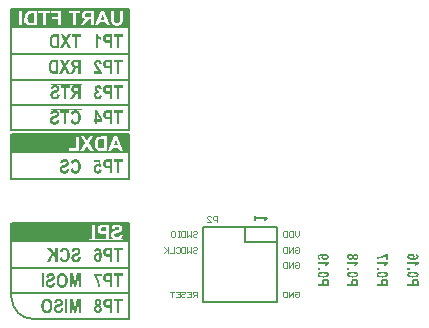
<source format=gbo>
G04*
G04 #@! TF.GenerationSoftware,Altium Limited,Altium Designer,20.0.13 (296)*
G04*
G04 Layer_Color=32896*
%FSLAX24Y24*%
%MOIN*%
G70*
G01*
G75*
%ADD17C,0.0060*%
%ADD19C,0.0049*%
%ADD20C,0.0080*%
%ADD22C,0.0050*%
%ADD146C,0.0080*%
%ADD147R,0.1902X0.0590*%
%ADD148R,0.3910X0.0100*%
%ADD149R,0.2560X0.0060*%
%ADD150R,0.3900X0.0060*%
%ADD151R,0.0190X0.0540*%
%ADD152R,0.2620X0.0590*%
%ADD153R,0.3688X0.0060*%
%ADD154R,0.3888X0.0100*%
G36*
X-1355Y5979D02*
X-1486D01*
X-1420Y6157D01*
X-1355Y5979D01*
D02*
G37*
G36*
X-1813Y5870D02*
X-1899D01*
X-1908Y5870D01*
X-1918Y5871D01*
X-1927Y5872D01*
X-1937Y5873D01*
X-1944Y5874D01*
X-1946D01*
X-1948Y5875D01*
X-1952Y5877D01*
X-1958Y5879D01*
X-1964Y5882D01*
X-1971Y5885D01*
X-1977Y5889D01*
X-1984Y5894D01*
X-1984Y5894D01*
X-1986Y5896D01*
X-1989Y5900D01*
X-1993Y5905D01*
X-1997Y5911D01*
X-2001Y5919D01*
X-2006Y5929D01*
X-2009Y5940D01*
Y5941D01*
X-2010Y5942D01*
X-2011Y5944D01*
X-2011Y5947D01*
X-2012Y5950D01*
X-2012Y5954D01*
X-2014Y5959D01*
X-2014Y5964D01*
X-2016Y5970D01*
X-2016Y5976D01*
X-2018Y5991D01*
X-2019Y6009D01*
X-2019Y6029D01*
Y6029D01*
Y6031D01*
Y6034D01*
Y6038D01*
Y6042D01*
X-2019Y6048D01*
X-2018Y6060D01*
X-2017Y6074D01*
X-2015Y6088D01*
X-2012Y6102D01*
X-2009Y6114D01*
Y6114D01*
X-2009Y6115D01*
X-2007Y6119D01*
X-2005Y6124D01*
X-2002Y6130D01*
X-1998Y6138D01*
X-1993Y6146D01*
X-1987Y6154D01*
X-1981Y6160D01*
X-1981Y6161D01*
X-1978Y6163D01*
X-1974Y6166D01*
X-1969Y6170D01*
X-1962Y6174D01*
X-1955Y6177D01*
X-1946Y6180D01*
X-1936Y6183D01*
X-1935D01*
X-1932Y6184D01*
X-1930Y6184D01*
X-1927Y6185D01*
X-1923D01*
X-1919Y6185D01*
X-1914Y6186D01*
X-1908Y6187D01*
X-1902D01*
X-1894Y6187D01*
X-1886D01*
X-1877Y6188D01*
X-1813D01*
Y5870D01*
D02*
G37*
G36*
X-1182Y5789D02*
D01*
X-1369Y6269D01*
X-1665D01*
X-1473D01*
X-1665Y5789D01*
D01*
X-1716D01*
Y6269D01*
X-2119D01*
X-1908D01*
X-1914Y6269D01*
X-1920D01*
X-1927Y6268D01*
X-1942Y6267D01*
X-1957Y6265D01*
X-1972Y6263D01*
X-1979Y6262D01*
X-1985Y6260D01*
X-1986D01*
X-1987Y6259D01*
X-1989Y6259D01*
X-1992Y6257D01*
X-1996Y6256D01*
X-2000Y6254D01*
X-2010Y6250D01*
X-2021Y6244D01*
X-2034Y6236D01*
X-2046Y6227D01*
X-2057Y6215D01*
X-2058Y6215D01*
X-2059Y6214D01*
X-2061Y6212D01*
X-2062Y6210D01*
X-2065Y6207D01*
X-2068Y6203D01*
X-2074Y6194D01*
X-2082Y6182D01*
X-2089Y6169D01*
X-2097Y6154D01*
X-2103Y6137D01*
Y6137D01*
X-2104Y6135D01*
X-2104Y6133D01*
X-2106Y6129D01*
X-2107Y6125D01*
X-2108Y6119D01*
X-2110Y6113D01*
X-2111Y6106D01*
X-2112Y6099D01*
X-2114Y6090D01*
X-2116Y6080D01*
X-2117Y6070D01*
X-2118Y6060D01*
X-2119Y6049D01*
X-2119Y6024D01*
Y5789D01*
Y6014D01*
X-2119Y6009D01*
Y6003D01*
X-2118Y5997D01*
X-2117Y5989D01*
X-2116Y5973D01*
X-2113Y5956D01*
X-2109Y5939D01*
X-2104Y5922D01*
Y5921D01*
X-2104Y5919D01*
X-2102Y5917D01*
X-2101Y5913D01*
X-2099Y5909D01*
X-2097Y5904D01*
X-2091Y5892D01*
X-2084Y5878D01*
X-2075Y5864D01*
X-2064Y5850D01*
X-2052Y5837D01*
X-2051Y5835D01*
X-2048Y5833D01*
X-2042Y5829D01*
X-2034Y5823D01*
X-2025Y5817D01*
X-2013Y5810D01*
X-2000Y5804D01*
X-1984Y5799D01*
X-1984D01*
X-1983Y5798D01*
X-1981D01*
X-1979Y5797D01*
X-1976Y5796D01*
X-1971Y5795D01*
X-1967Y5795D01*
X-1962Y5794D01*
X-1956Y5793D01*
X-1949Y5792D01*
X-1935Y5790D01*
X-1918Y5789D01*
X-1899Y5789D01*
X-2119D01*
D01*
X-2152D01*
Y5795D01*
Y5789D01*
X-2319Y6039D01*
X-2168Y6269D01*
X-2152D01*
X-2281D01*
X-2376Y6125D01*
X-2471Y6269D01*
X-2599D01*
Y5789D01*
X-2651D01*
Y6265D01*
X-2989D01*
X-2748D01*
Y5870D01*
X-2989D01*
Y5789D01*
X-4096D01*
Y6349D01*
X-1182D01*
Y5789D01*
D02*
G37*
G36*
X-1285D02*
X-1559D01*
X-1517Y5898D01*
X-1325D01*
X-1285Y5789D01*
D02*
G37*
G36*
X-2269D02*
X-2482D01*
X-2376Y5952D01*
X-2269Y5789D01*
D02*
G37*
G36*
X-2433Y6039D02*
X-2599Y5789D01*
Y6269D01*
X-2584D01*
X-2433Y6039D01*
D02*
G37*
G36*
X-1183Y2844D02*
Y2836D01*
X-1372D01*
X-1366Y2836D01*
X-1358Y2837D01*
X-1349Y2838D01*
X-1339Y2839D01*
X-1329Y2841D01*
X-1306Y2846D01*
X-1295Y2849D01*
X-1283Y2853D01*
X-1272Y2858D01*
X-1261Y2864D01*
X-1250Y2870D01*
X-1241Y2878D01*
X-1240Y2878D01*
X-1239Y2879D01*
X-1236Y2882D01*
X-1233Y2886D01*
X-1229Y2890D01*
X-1225Y2895D01*
X-1220Y2901D01*
X-1215Y2909D01*
X-1210Y2917D01*
X-1205Y2926D01*
X-1200Y2936D01*
X-1196Y2947D01*
X-1191Y2959D01*
X-1188Y2972D01*
X-1185Y2986D01*
X-1183Y3000D01*
X-1277Y3009D01*
Y3009D01*
X-1278Y3008D01*
X-1278Y3005D01*
X-1279Y3002D01*
X-1279Y2998D01*
X-1281Y2993D01*
X-1285Y2983D01*
X-1289Y2971D01*
X-1295Y2960D01*
X-1303Y2949D01*
X-1311Y2939D01*
X-1313Y2939D01*
X-1316Y2936D01*
X-1322Y2933D01*
X-1330Y2929D01*
X-1340Y2924D01*
X-1352Y2921D01*
X-1366Y2919D01*
X-1381Y2918D01*
X-1386D01*
X-1389Y2918D01*
X-1393D01*
X-1398Y2919D01*
X-1408Y2920D01*
X-1419Y2923D01*
X-1431Y2926D01*
X-1442Y2931D01*
X-1452Y2937D01*
X-1453Y2938D01*
X-1456Y2941D01*
X-1460Y2944D01*
X-1464Y2950D01*
X-1469Y2957D01*
X-1473Y2965D01*
X-1475Y2974D01*
X-1476Y2983D01*
Y2984D01*
Y2986D01*
X-1476Y2989D01*
X-1475Y2993D01*
X-1474Y2998D01*
X-1472Y3003D01*
X-1470Y3008D01*
X-1466Y3013D01*
X-1466Y3013D01*
X-1464Y3014D01*
X-1462Y3017D01*
X-1458Y3019D01*
X-1453Y3023D01*
X-1448Y3026D01*
X-1440Y3030D01*
X-1431Y3033D01*
X-1431Y3034D01*
X-1428Y3034D01*
X-1426Y3035D01*
X-1423Y3036D01*
X-1419Y3037D01*
X-1415Y3038D01*
X-1411Y3039D01*
X-1405Y3041D01*
X-1399Y3043D01*
X-1391Y3045D01*
X-1383Y3047D01*
X-1374Y3049D01*
X-1364Y3052D01*
X-1354Y3054D01*
X-1353D01*
X-1351Y3055D01*
X-1346Y3056D01*
X-1341Y3058D01*
X-1335Y3060D01*
X-1328Y3062D01*
X-1320Y3064D01*
X-1311Y3068D01*
X-1293Y3074D01*
X-1275Y3083D01*
X-1266Y3087D01*
X-1258Y3092D01*
X-1251Y3097D01*
X-1244Y3102D01*
X-1244Y3103D01*
X-1243Y3104D01*
X-1241Y3106D01*
X-1238Y3109D01*
X-1235Y3113D01*
X-1231Y3118D01*
X-1227Y3123D01*
X-1223Y3129D01*
X-1219Y3136D01*
X-1214Y3143D01*
X-1208Y3160D01*
X-1204Y3169D01*
X-1203Y3179D01*
X-1201Y3189D01*
X-1201Y3199D01*
Y3200D01*
Y3201D01*
Y3203D01*
X-1201Y3206D01*
X-1202Y3213D01*
X-1203Y3221D01*
X-1206Y3232D01*
X-1209Y3243D01*
X-1214Y3256D01*
X-1221Y3268D01*
Y3268D01*
X-1223Y3269D01*
X-1225Y3273D01*
X-1230Y3279D01*
X-1236Y3286D01*
X-1245Y3294D01*
X-1255Y3302D01*
X-1267Y3310D01*
X-1281Y3317D01*
X-1281D01*
X-1283Y3318D01*
X-1285Y3319D01*
X-1288Y3319D01*
X-1291Y3321D01*
X-1296Y3323D01*
X-1301Y3324D01*
X-1308Y3326D01*
X-1314Y3327D01*
X-1321Y3328D01*
X-1337Y3331D01*
X-1355Y3333D01*
X-1375Y3334D01*
X-1384D01*
X-1390Y3333D01*
X-1398Y3333D01*
X-1406Y3332D01*
X-1416Y3331D01*
X-1426Y3329D01*
X-1448Y3324D01*
X-1460Y3321D01*
X-1471Y3317D01*
X-1482Y3313D01*
X-1493Y3307D01*
X-1503Y3301D01*
X-1511Y3294D01*
X-1512Y3293D01*
X-1513Y3292D01*
X-1516Y3290D01*
X-1519Y3287D01*
X-1522Y3283D01*
X-1526Y3278D01*
X-1530Y3273D01*
X-1534Y3266D01*
X-1539Y3259D01*
X-1543Y3251D01*
X-1547Y3242D01*
X-1551Y3233D01*
X-1554Y3223D01*
X-1557Y3212D01*
X-1559Y3200D01*
X-1559Y3188D01*
X-1463Y3184D01*
Y3185D01*
Y3186D01*
X-1462Y3188D01*
X-1461Y3191D01*
X-1460Y3197D01*
X-1457Y3205D01*
X-1453Y3214D01*
X-1449Y3223D01*
X-1443Y3231D01*
X-1436Y3238D01*
X-1435Y3238D01*
X-1432Y3240D01*
X-1427Y3243D01*
X-1420Y3246D01*
X-1412Y3249D01*
X-1401Y3251D01*
X-1389Y3253D01*
X-1374Y3254D01*
X-1368D01*
X-1364Y3253D01*
X-1360D01*
X-1350Y3252D01*
X-1339Y3249D01*
X-1329Y3246D01*
X-1318Y3242D01*
X-1308Y3236D01*
X-1308Y3236D01*
X-1306Y3234D01*
X-1303Y3232D01*
X-1301Y3228D01*
X-1298Y3224D01*
X-1296Y3219D01*
X-1294Y3213D01*
X-1293Y3206D01*
Y3206D01*
Y3204D01*
X-1294Y3200D01*
X-1295Y3196D01*
X-1297Y3192D01*
X-1300Y3187D01*
X-1303Y3182D01*
X-1308Y3177D01*
X-1308Y3176D01*
X-1310Y3176D01*
X-1311Y3174D01*
X-1314Y3173D01*
X-1317Y3171D01*
X-1321Y3169D01*
X-1326Y3168D01*
X-1331Y3165D01*
X-1337Y3163D01*
X-1345Y3160D01*
X-1353Y3157D01*
X-1362Y3154D01*
X-1372Y3151D01*
X-1384Y3148D01*
X-1396Y3145D01*
X-1397D01*
X-1400Y3144D01*
X-1403Y3143D01*
X-1408Y3142D01*
X-1414Y3141D01*
X-1421Y3139D01*
X-1428Y3137D01*
X-1436Y3134D01*
X-1453Y3129D01*
X-1470Y3123D01*
X-1486Y3117D01*
X-1494Y3113D01*
X-1501Y3110D01*
X-1501D01*
X-1502Y3109D01*
X-1504Y3108D01*
X-1506Y3107D01*
X-1513Y3103D01*
X-1520Y3097D01*
X-1529Y3090D01*
X-1538Y3081D01*
X-1546Y3072D01*
X-1554Y3061D01*
Y3060D01*
X-1555Y3059D01*
X-1556Y3058D01*
X-1557Y3055D01*
X-1558Y3052D01*
X-1560Y3049D01*
X-1564Y3039D01*
X-1567Y3029D01*
X-1570Y3016D01*
X-1573Y3001D01*
X-1573Y2984D01*
Y2980D01*
X-1573Y2978D01*
Y2974D01*
X-1572Y2969D01*
X-1570Y2959D01*
X-1568Y2947D01*
X-1563Y2934D01*
X-1558Y2920D01*
X-1550Y2906D01*
Y2906D01*
X-1549Y2905D01*
X-1548Y2903D01*
X-1546Y2901D01*
X-1541Y2894D01*
X-1533Y2886D01*
X-1524Y2878D01*
X-1513Y2869D01*
X-1500Y2861D01*
X-1485Y2853D01*
X-1485D01*
X-1483Y2853D01*
X-1481Y2851D01*
X-1478Y2851D01*
X-1473Y2849D01*
X-1469Y2848D01*
X-1463Y2846D01*
X-1456Y2844D01*
X-1449Y2843D01*
X-1441Y2841D01*
X-1433Y2840D01*
X-1423Y2838D01*
X-1403Y2836D01*
X-1381Y2836D01*
X-1573D01*
D01*
X-2314D01*
Y3396D01*
X-1183D01*
Y2844D01*
D02*
G37*
G36*
X-1279Y10190D02*
Y10190D01*
Y10188D01*
Y10185D01*
Y10180D01*
Y10175D01*
Y10170D01*
X-1280Y10157D01*
Y10144D01*
X-1281Y10130D01*
X-1281Y10124D01*
Y10119D01*
X-1282Y10114D01*
X-1283Y10110D01*
Y10109D01*
X-1283Y10109D01*
X-1284Y10105D01*
X-1286Y10100D01*
X-1289Y10093D01*
X-1293Y10085D01*
X-1298Y10077D01*
X-1304Y10070D01*
X-1313Y10062D01*
X-1314Y10062D01*
X-1317Y10060D01*
X-1322Y10057D01*
X-1329Y10054D01*
X-1339Y10050D01*
X-1350Y10047D01*
X-1363Y10045D01*
X-1377Y10045D01*
X-1384D01*
X-1391Y10045D01*
X-1400Y10047D01*
X-1410Y10049D01*
X-1421Y10052D01*
X-1431Y10056D01*
X-1440Y10062D01*
X-1441Y10062D01*
X-1443Y10065D01*
X-1446Y10069D01*
X-1451Y10073D01*
X-1455Y10079D01*
X-1460Y10086D01*
X-1463Y10094D01*
X-1465Y10103D01*
Y10104D01*
X-1466Y10108D01*
X-1466Y10110D01*
Y10114D01*
X-1467Y10118D01*
X-1468Y10122D01*
Y10128D01*
X-1468Y10134D01*
Y10140D01*
X-1469Y10148D01*
Y10156D01*
X-1470Y10165D01*
Y10174D01*
Y10185D01*
Y10451D01*
X-1279D01*
Y10190D01*
D02*
G37*
G36*
X-1183Y9970D02*
Y10451D01*
X-1566D01*
Y10167D01*
Y10177D01*
X-1566Y10169D01*
Y10160D01*
X-1565Y10150D01*
X-1565Y10130D01*
X-1563Y10110D01*
X-1562Y10100D01*
X-1561Y10091D01*
X-1559Y10083D01*
X-1558Y10075D01*
Y10075D01*
X-1558Y10074D01*
Y10072D01*
X-1556Y10070D01*
X-1555Y10063D01*
X-1551Y10055D01*
X-1548Y10045D01*
X-1543Y10035D01*
X-1536Y10025D01*
X-1529Y10015D01*
X-1528Y10014D01*
X-1525Y10011D01*
X-1521Y10006D01*
X-1514Y10001D01*
X-1506Y9995D01*
X-1496Y9988D01*
X-1485Y9982D01*
X-1473Y9976D01*
X-1472D01*
X-1471Y9975D01*
X-1469Y9975D01*
X-1466Y9974D01*
X-1463Y9973D01*
X-1458Y9972D01*
X-1453Y9970D01*
X-1448Y9969D01*
X-1441Y9967D01*
X-1435Y9966D01*
X-1419Y9964D01*
X-1401Y9962D01*
X-1380Y9962D01*
X-1566D01*
D01*
X-4873D01*
Y10522D01*
X-1183D01*
Y9970D01*
D02*
G37*
G36*
Y9962D02*
X-1369D01*
X-1363Y9962D01*
X-1356D01*
X-1349Y9963D01*
X-1341Y9964D01*
X-1324Y9965D01*
X-1306Y9969D01*
X-1290Y9972D01*
X-1282Y9975D01*
X-1275Y9977D01*
X-1275D01*
X-1274Y9978D01*
X-1272Y9979D01*
X-1269Y9980D01*
X-1263Y9984D01*
X-1255Y9989D01*
X-1246Y9994D01*
X-1236Y10001D01*
X-1227Y10009D01*
X-1219Y10019D01*
X-1218Y10020D01*
X-1216Y10023D01*
X-1212Y10028D01*
X-1208Y10035D01*
X-1203Y10043D01*
X-1199Y10052D01*
X-1195Y10062D01*
X-1192Y10072D01*
Y10072D01*
X-1191Y10074D01*
Y10076D01*
X-1191Y10080D01*
X-1190Y10084D01*
X-1189Y10089D01*
X-1188Y10095D01*
X-1188Y10103D01*
X-1186Y10111D01*
X-1186Y10120D01*
X-1185Y10130D01*
X-1184Y10141D01*
X-1183Y10153D01*
Y10166D01*
X-1183Y10180D01*
Y9962D01*
D02*
G37*
G36*
X-1893Y5256D02*
X-1953Y5245D01*
X-1958Y5252D01*
X-1962Y5257D01*
X-1967Y5262D01*
X-1972Y5265D01*
X-1982Y5272D01*
X-1991Y5275D01*
X-1999Y5278D01*
X-2004Y5279D01*
X-2007Y5280D01*
X-2010D01*
X-2019Y5279D01*
X-2027Y5277D01*
X-2034Y5273D01*
X-2041Y5269D01*
X-2045Y5265D01*
X-2049Y5262D01*
X-2051Y5259D01*
X-2052Y5259D01*
X-2057Y5250D01*
X-2061Y5239D01*
X-2064Y5229D01*
X-2066Y5218D01*
X-2067Y5209D01*
Y5204D01*
X-2068Y5201D01*
Y5198D01*
Y5195D01*
Y5194D01*
Y5194D01*
X-2067Y5177D01*
X-2066Y5164D01*
X-2062Y5152D01*
X-2060Y5142D01*
X-2057Y5134D01*
X-2054Y5129D01*
X-2052Y5126D01*
X-2051Y5125D01*
X-2045Y5117D01*
X-2038Y5112D01*
X-2032Y5109D01*
X-2025Y5105D01*
X-2020Y5104D01*
X-2016Y5104D01*
X-2013Y5103D01*
X-2012D01*
X-2005Y5104D01*
X-1999Y5105D01*
X-1992Y5109D01*
X-1987Y5112D01*
X-1983Y5115D01*
X-1980Y5118D01*
X-1977Y5120D01*
X-1977Y5120D01*
X-1971Y5127D01*
X-1967Y5135D01*
X-1964Y5144D01*
X-1961Y5152D01*
X-1960Y5159D01*
X-1959Y5164D01*
X-1958Y5168D01*
Y5169D01*
Y5169D01*
X-1884Y5160D01*
X-1886Y5149D01*
X-1888Y5138D01*
X-1891Y5128D01*
X-1894Y5119D01*
X-1897Y5110D01*
X-1901Y5102D01*
X-1904Y5095D01*
X-1907Y5089D01*
X-1911Y5082D01*
X-1914Y5077D01*
X-1917Y5074D01*
X-1920Y5070D01*
X-1922Y5067D01*
X-1924Y5065D01*
X-1925Y5064D01*
X-1926Y5064D01*
X-1932Y5058D01*
X-1939Y5053D01*
X-1946Y5048D01*
X-1954Y5044D01*
X-1968Y5039D01*
X-1981Y5035D01*
X-1993Y5032D01*
X-1998Y5032D01*
X-2002Y5031D01*
X-2006Y5030D01*
X-2011D01*
X-2023Y5031D01*
X-2034Y5033D01*
X-2044Y5035D01*
X-2054Y5039D01*
X-2062Y5042D01*
X-2070Y5047D01*
X-2077Y5051D01*
X-2084Y5056D01*
X-2090Y5061D01*
X-2095Y5065D01*
X-2099Y5070D01*
X-2103Y5074D01*
X-2105Y5077D01*
X-2107Y5080D01*
X-2109Y5081D01*
X-2109Y5082D01*
X-2115Y5092D01*
X-2121Y5102D01*
X-2125Y5112D01*
X-2129Y5121D01*
X-2136Y5140D01*
X-2139Y5158D01*
X-2140Y5166D01*
X-2142Y5173D01*
X-2142Y5180D01*
X-2143Y5185D01*
X-2144Y5189D01*
Y5193D01*
Y5195D01*
Y5195D01*
X-2143Y5209D01*
X-2142Y5222D01*
X-2140Y5234D01*
X-2137Y5246D01*
X-2134Y5257D01*
X-2130Y5267D01*
X-2127Y5275D01*
X-2124Y5284D01*
X-2119Y5291D01*
X-2116Y5298D01*
X-2112Y5303D01*
X-2109Y5308D01*
X-2107Y5312D01*
X-2105Y5314D01*
X-2104Y5315D01*
X-2103Y5316D01*
X-2097Y5322D01*
X-2090Y5328D01*
X-2084Y5333D01*
X-2077Y5337D01*
X-2071Y5340D01*
X-2064Y5344D01*
X-2052Y5348D01*
X-2042Y5350D01*
X-2037Y5351D01*
X-2033Y5352D01*
X-2030Y5352D01*
X-2025D01*
X-2016Y5352D01*
X-2007Y5350D01*
X-1998Y5347D01*
X-1990Y5345D01*
X-1984Y5342D01*
X-1979Y5340D01*
X-1976Y5338D01*
X-1975Y5337D01*
X-1987Y5417D01*
X-2126D01*
Y5502D01*
X-1931D01*
X-1893Y5256D01*
D02*
G37*
G36*
X-1184Y5429D02*
X-1299D01*
Y5039D01*
X-1376D01*
Y5429D01*
X-1490D01*
Y5509D01*
X-1184D01*
Y5429D01*
D02*
G37*
G36*
X-1541Y5039D02*
X-1619D01*
Y5216D01*
X-1682D01*
X-1694Y5217D01*
X-1705Y5217D01*
X-1715Y5218D01*
X-1724Y5219D01*
X-1732Y5220D01*
X-1739Y5222D01*
X-1745Y5223D01*
X-1751Y5224D01*
X-1756Y5225D01*
X-1760Y5227D01*
X-1763Y5228D01*
X-1766Y5229D01*
X-1767Y5229D01*
X-1768Y5230D01*
X-1769D01*
X-1779Y5236D01*
X-1788Y5243D01*
X-1797Y5251D01*
X-1804Y5259D01*
X-1809Y5266D01*
X-1813Y5272D01*
X-1815Y5275D01*
X-1816Y5277D01*
X-1817Y5277D01*
Y5278D01*
X-1823Y5292D01*
X-1828Y5306D01*
X-1831Y5320D01*
X-1834Y5334D01*
X-1835Y5345D01*
X-1836Y5350D01*
X-1836Y5355D01*
Y5359D01*
Y5361D01*
Y5363D01*
Y5364D01*
X-1835Y5384D01*
X-1832Y5402D01*
X-1829Y5417D01*
X-1827Y5424D01*
X-1825Y5430D01*
X-1823Y5436D01*
X-1821Y5441D01*
X-1819Y5445D01*
X-1817Y5449D01*
X-1815Y5451D01*
X-1815Y5453D01*
X-1814Y5454D01*
Y5455D01*
X-1805Y5467D01*
X-1796Y5477D01*
X-1786Y5485D01*
X-1777Y5492D01*
X-1769Y5496D01*
X-1762Y5499D01*
X-1760Y5500D01*
X-1758Y5501D01*
X-1757Y5502D01*
X-1757D01*
X-1752Y5503D01*
X-1747Y5504D01*
X-1741Y5505D01*
X-1734Y5505D01*
X-1719Y5507D01*
X-1703Y5508D01*
X-1689D01*
X-1682Y5509D01*
X-1541D01*
Y5039D01*
D02*
G37*
G36*
X-2751Y5516D02*
X-2737Y5514D01*
X-2724Y5511D01*
X-2712Y5507D01*
X-2700Y5503D01*
X-2690Y5498D01*
X-2680Y5492D01*
X-2672Y5487D01*
X-2664Y5482D01*
X-2657Y5476D01*
X-2652Y5471D01*
X-2647Y5467D01*
X-2643Y5463D01*
X-2641Y5460D01*
X-2639Y5458D01*
X-2638Y5457D01*
X-2629Y5444D01*
X-2621Y5430D01*
X-2613Y5415D01*
X-2607Y5399D01*
X-2602Y5384D01*
X-2597Y5368D01*
X-2594Y5352D01*
X-2591Y5338D01*
X-2589Y5324D01*
X-2587Y5311D01*
X-2586Y5299D01*
X-2585Y5289D01*
Y5280D01*
X-2584Y5274D01*
Y5272D01*
Y5270D01*
Y5270D01*
Y5269D01*
X-2585Y5249D01*
X-2587Y5229D01*
X-2589Y5210D01*
X-2592Y5193D01*
X-2597Y5177D01*
X-2601Y5162D01*
X-2606Y5148D01*
X-2611Y5136D01*
X-2616Y5125D01*
X-2621Y5115D01*
X-2625Y5107D01*
X-2630Y5100D01*
X-2633Y5095D01*
X-2636Y5091D01*
X-2637Y5089D01*
X-2638Y5088D01*
X-2647Y5078D01*
X-2657Y5069D01*
X-2667Y5061D01*
X-2677Y5055D01*
X-2687Y5049D01*
X-2697Y5044D01*
X-2707Y5040D01*
X-2717Y5038D01*
X-2725Y5035D01*
X-2734Y5034D01*
X-2741Y5032D01*
X-2747Y5031D01*
X-2752D01*
X-2757Y5030D01*
X-2760D01*
X-2771Y5031D01*
X-2782Y5032D01*
X-2792Y5034D01*
X-2801Y5036D01*
X-2810Y5039D01*
X-2818Y5042D01*
X-2826Y5045D01*
X-2833Y5049D01*
X-2839Y5052D01*
X-2844Y5055D01*
X-2849Y5059D01*
X-2853Y5061D01*
X-2856Y5064D01*
X-2859Y5065D01*
X-2860Y5066D01*
X-2860Y5067D01*
X-2868Y5074D01*
X-2875Y5082D01*
X-2881Y5091D01*
X-2887Y5100D01*
X-2897Y5119D01*
X-2905Y5138D01*
X-2909Y5147D01*
X-2912Y5155D01*
X-2914Y5162D01*
X-2916Y5169D01*
X-2918Y5174D01*
X-2919Y5179D01*
X-2920Y5181D01*
Y5182D01*
X-2844Y5211D01*
X-2842Y5202D01*
X-2840Y5193D01*
X-2837Y5185D01*
X-2835Y5177D01*
X-2832Y5170D01*
X-2830Y5164D01*
X-2824Y5154D01*
X-2819Y5145D01*
X-2815Y5140D01*
X-2813Y5137D01*
X-2812Y5135D01*
X-2803Y5127D01*
X-2794Y5122D01*
X-2785Y5117D01*
X-2777Y5115D01*
X-2769Y5113D01*
X-2764Y5112D01*
X-2760Y5112D01*
X-2759D01*
X-2751Y5112D01*
X-2744Y5114D01*
X-2737Y5115D01*
X-2731Y5117D01*
X-2719Y5124D01*
X-2709Y5130D01*
X-2701Y5137D01*
X-2695Y5144D01*
X-2693Y5145D01*
X-2692Y5147D01*
X-2691Y5149D01*
X-2691Y5149D01*
X-2686Y5157D01*
X-2682Y5165D01*
X-2679Y5175D01*
X-2675Y5185D01*
X-2670Y5205D01*
X-2667Y5227D01*
X-2667Y5236D01*
X-2666Y5245D01*
X-2665Y5254D01*
Y5261D01*
X-2664Y5267D01*
Y5272D01*
Y5274D01*
Y5275D01*
X-2665Y5291D01*
X-2666Y5305D01*
X-2667Y5319D01*
X-2669Y5330D01*
X-2670Y5342D01*
X-2673Y5352D01*
X-2675Y5361D01*
X-2678Y5369D01*
X-2680Y5376D01*
X-2682Y5382D01*
X-2685Y5387D01*
X-2687Y5391D01*
X-2689Y5394D01*
X-2690Y5396D01*
X-2691Y5397D01*
Y5398D01*
X-2696Y5405D01*
X-2702Y5410D01*
X-2707Y5415D01*
X-2714Y5420D01*
X-2719Y5424D01*
X-2725Y5426D01*
X-2736Y5431D01*
X-2745Y5434D01*
X-2750Y5434D01*
X-2754Y5435D01*
X-2756Y5435D01*
X-2761D01*
X-2771Y5435D01*
X-2781Y5432D01*
X-2790Y5429D01*
X-2798Y5425D01*
X-2804Y5421D01*
X-2809Y5418D01*
X-2811Y5415D01*
X-2812Y5415D01*
X-2820Y5407D01*
X-2827Y5397D01*
X-2832Y5387D01*
X-2836Y5378D01*
X-2839Y5370D01*
X-2841Y5363D01*
X-2842Y5360D01*
Y5359D01*
X-2842Y5357D01*
Y5357D01*
X-2919Y5379D01*
X-2916Y5390D01*
X-2913Y5401D01*
X-2909Y5410D01*
X-2906Y5420D01*
X-2902Y5428D01*
X-2898Y5435D01*
X-2894Y5442D01*
X-2891Y5449D01*
X-2887Y5454D01*
X-2884Y5459D01*
X-2881Y5463D01*
X-2879Y5467D01*
X-2877Y5469D01*
X-2875Y5471D01*
X-2874Y5472D01*
X-2874Y5472D01*
X-2865Y5480D01*
X-2856Y5487D01*
X-2847Y5493D01*
X-2838Y5498D01*
X-2829Y5502D01*
X-2820Y5506D01*
X-2811Y5509D01*
X-2803Y5511D01*
X-2795Y5513D01*
X-2788Y5514D01*
X-2781Y5515D01*
X-2776Y5516D01*
X-2771Y5517D01*
X-2765D01*
X-2751Y5516D01*
D02*
G37*
G36*
X-3106D02*
X-3091Y5514D01*
X-3078Y5512D01*
X-3067Y5509D01*
X-3058Y5505D01*
X-3054Y5504D01*
X-3051Y5503D01*
X-3049Y5502D01*
X-3047Y5501D01*
X-3046Y5500D01*
X-3045D01*
X-3035Y5494D01*
X-3025Y5487D01*
X-3017Y5479D01*
X-3010Y5472D01*
X-3004Y5465D01*
X-3000Y5459D01*
X-2998Y5455D01*
X-2997Y5455D01*
Y5454D01*
X-2992Y5442D01*
X-2987Y5430D01*
X-2985Y5419D01*
X-2982Y5408D01*
X-2981Y5399D01*
Y5395D01*
X-2980Y5391D01*
Y5389D01*
Y5387D01*
Y5385D01*
Y5385D01*
X-2981Y5373D01*
X-2982Y5361D01*
X-2985Y5350D01*
X-2987Y5342D01*
X-2989Y5334D01*
X-2992Y5328D01*
X-2993Y5324D01*
X-2994Y5324D01*
Y5323D01*
X-2999Y5313D01*
X-3006Y5304D01*
X-3011Y5296D01*
X-3017Y5289D01*
X-3022Y5284D01*
X-3027Y5280D01*
X-3029Y5277D01*
X-3031Y5277D01*
X-3040Y5270D01*
X-3052Y5264D01*
X-3064Y5259D01*
X-3076Y5254D01*
X-3086Y5250D01*
X-3091Y5248D01*
X-3095Y5247D01*
X-3098Y5245D01*
X-3101Y5245D01*
X-3102Y5244D01*
X-3103D01*
X-3113Y5241D01*
X-3122Y5239D01*
X-3130Y5235D01*
X-3137Y5234D01*
X-3144Y5231D01*
X-3150Y5229D01*
X-3155Y5227D01*
X-3159Y5225D01*
X-3162Y5224D01*
X-3165Y5223D01*
X-3170Y5221D01*
X-3172Y5220D01*
X-3173Y5220D01*
X-3178Y5217D01*
X-3182Y5214D01*
X-3186Y5211D01*
X-3189Y5208D01*
X-3191Y5205D01*
X-3193Y5204D01*
X-3194Y5202D01*
Y5202D01*
X-3197Y5197D01*
X-3199Y5193D01*
X-3201Y5184D01*
Y5180D01*
X-3202Y5177D01*
Y5175D01*
Y5174D01*
X-3201Y5164D01*
X-3199Y5155D01*
X-3196Y5148D01*
X-3192Y5141D01*
X-3187Y5136D01*
X-3184Y5132D01*
X-3182Y5129D01*
X-3181Y5129D01*
X-3173Y5122D01*
X-3164Y5118D01*
X-3155Y5115D01*
X-3146Y5113D01*
X-3138Y5112D01*
X-3132Y5110D01*
X-3126D01*
X-3114Y5112D01*
X-3102Y5114D01*
X-3092Y5119D01*
X-3083Y5125D01*
X-3075Y5131D01*
X-3069Y5139D01*
X-3062Y5147D01*
X-3057Y5155D01*
X-3054Y5164D01*
X-3050Y5172D01*
X-3047Y5180D01*
X-3045Y5187D01*
X-3044Y5192D01*
X-3043Y5197D01*
X-3042Y5199D01*
Y5200D01*
X-2967Y5192D01*
X-2969Y5177D01*
X-2971Y5164D01*
X-2974Y5150D01*
X-2978Y5139D01*
X-2982Y5127D01*
X-2987Y5117D01*
X-2992Y5107D01*
X-2998Y5099D01*
X-3004Y5090D01*
X-3010Y5083D01*
X-3017Y5076D01*
X-3023Y5070D01*
X-3037Y5059D01*
X-3051Y5050D01*
X-3065Y5044D01*
X-3078Y5039D01*
X-3090Y5035D01*
X-3101Y5033D01*
X-3110Y5032D01*
X-3114Y5031D01*
X-3117D01*
X-3120Y5030D01*
X-3124D01*
X-3138Y5031D01*
X-3152Y5032D01*
X-3164Y5034D01*
X-3176Y5037D01*
X-3186Y5040D01*
X-3196Y5044D01*
X-3205Y5047D01*
X-3212Y5051D01*
X-3219Y5055D01*
X-3225Y5059D01*
X-3230Y5062D01*
X-3234Y5065D01*
X-3237Y5068D01*
X-3239Y5070D01*
X-3241Y5071D01*
X-3241Y5072D01*
X-3248Y5080D01*
X-3254Y5088D01*
X-3259Y5097D01*
X-3263Y5105D01*
X-3267Y5114D01*
X-3270Y5123D01*
X-3274Y5139D01*
X-3276Y5147D01*
X-3277Y5153D01*
X-3278Y5159D01*
X-3279Y5165D01*
X-3279Y5169D01*
Y5172D01*
Y5174D01*
Y5175D01*
X-3279Y5190D01*
X-3277Y5204D01*
X-3275Y5216D01*
X-3272Y5226D01*
X-3269Y5235D01*
X-3267Y5241D01*
X-3266Y5243D01*
X-3266Y5245D01*
X-3265Y5245D01*
Y5246D01*
X-3259Y5257D01*
X-3253Y5266D01*
X-3246Y5275D01*
X-3240Y5282D01*
X-3234Y5287D01*
X-3229Y5292D01*
X-3226Y5294D01*
X-3225Y5295D01*
X-3220Y5299D01*
X-3214Y5302D01*
X-3201Y5309D01*
X-3187Y5314D01*
X-3173Y5320D01*
X-3160Y5324D01*
X-3155Y5326D01*
X-3150Y5327D01*
X-3146Y5329D01*
X-3143Y5330D01*
X-3141Y5330D01*
X-3140D01*
X-3131Y5334D01*
X-3122Y5337D01*
X-3114Y5339D01*
X-3106Y5342D01*
X-3099Y5344D01*
X-3094Y5347D01*
X-3089Y5349D01*
X-3084Y5351D01*
X-3081Y5353D01*
X-3077Y5355D01*
X-3073Y5357D01*
X-3070Y5359D01*
X-3070Y5360D01*
X-3065Y5365D01*
X-3061Y5370D01*
X-3059Y5375D01*
X-3057Y5380D01*
X-3056Y5385D01*
X-3055Y5389D01*
Y5391D01*
Y5392D01*
X-3056Y5399D01*
X-3057Y5405D01*
X-3061Y5411D01*
X-3064Y5416D01*
X-3066Y5420D01*
X-3069Y5422D01*
X-3071Y5424D01*
X-3072Y5425D01*
X-3079Y5429D01*
X-3086Y5432D01*
X-3094Y5435D01*
X-3102Y5436D01*
X-3109Y5437D01*
X-3115Y5438D01*
X-3120D01*
X-3131Y5437D01*
X-3140Y5435D01*
X-3149Y5433D01*
X-3155Y5430D01*
X-3161Y5428D01*
X-3165Y5425D01*
X-3167Y5424D01*
X-3168Y5423D01*
X-3174Y5417D01*
X-3179Y5409D01*
X-3182Y5400D01*
X-3185Y5391D01*
X-3188Y5383D01*
X-3189Y5377D01*
X-3190Y5374D01*
X-3191Y5372D01*
Y5371D01*
Y5370D01*
X-3269Y5375D01*
X-3268Y5387D01*
X-3266Y5399D01*
X-3264Y5410D01*
X-3261Y5420D01*
X-3258Y5429D01*
X-3255Y5438D01*
X-3251Y5446D01*
X-3247Y5453D01*
X-3244Y5459D01*
X-3241Y5465D01*
X-3237Y5469D01*
X-3234Y5473D01*
X-3232Y5476D01*
X-3230Y5478D01*
X-3229Y5479D01*
X-3228Y5480D01*
X-3221Y5486D01*
X-3212Y5492D01*
X-3204Y5497D01*
X-3196Y5501D01*
X-3187Y5505D01*
X-3177Y5508D01*
X-3160Y5512D01*
X-3152Y5514D01*
X-3146Y5515D01*
X-3139Y5515D01*
X-3133Y5516D01*
X-3128Y5517D01*
X-3122D01*
X-3106Y5516D01*
D02*
G37*
G36*
X-2584Y386D02*
X-2657D01*
Y756D01*
X-2733Y386D01*
X-2808D01*
X-2884Y756D01*
Y386D01*
X-2956D01*
Y856D01*
X-2839D01*
X-2770Y534D01*
X-2701Y856D01*
X-2584D01*
Y386D01*
D02*
G37*
G36*
X-3031D02*
X-3109D01*
Y856D01*
X-3031D01*
Y386D01*
D02*
G37*
G36*
X-3303Y863D02*
X-3288Y861D01*
X-3275Y859D01*
X-3264Y856D01*
X-3255Y853D01*
X-3251Y851D01*
X-3248Y850D01*
X-3246Y849D01*
X-3244Y848D01*
X-3243Y848D01*
X-3243D01*
X-3232Y841D01*
X-3222Y834D01*
X-3214Y826D01*
X-3207Y819D01*
X-3201Y812D01*
X-3198Y806D01*
X-3195Y803D01*
X-3194Y802D01*
Y801D01*
X-3189Y789D01*
X-3184Y778D01*
X-3182Y766D01*
X-3179Y755D01*
X-3178Y746D01*
Y742D01*
X-3178Y738D01*
Y736D01*
Y734D01*
Y733D01*
Y732D01*
X-3178Y720D01*
X-3179Y708D01*
X-3182Y698D01*
X-3184Y689D01*
X-3186Y681D01*
X-3189Y675D01*
X-3190Y671D01*
X-3191Y671D01*
Y670D01*
X-3196Y660D01*
X-3203Y651D01*
X-3208Y643D01*
X-3214Y636D01*
X-3219Y631D01*
X-3224Y627D01*
X-3226Y624D01*
X-3228Y624D01*
X-3238Y618D01*
X-3249Y611D01*
X-3261Y606D01*
X-3273Y601D01*
X-3283Y597D01*
X-3288Y595D01*
X-3292Y594D01*
X-3295Y593D01*
X-3298Y592D01*
X-3299Y591D01*
X-3300D01*
X-3310Y588D01*
X-3319Y586D01*
X-3327Y583D01*
X-3334Y581D01*
X-3341Y578D01*
X-3347Y576D01*
X-3352Y574D01*
X-3356Y573D01*
X-3359Y571D01*
X-3363Y570D01*
X-3367Y568D01*
X-3369Y568D01*
X-3370Y567D01*
X-3375Y564D01*
X-3379Y561D01*
X-3383Y558D01*
X-3386Y555D01*
X-3388Y553D01*
X-3390Y551D01*
X-3391Y549D01*
Y549D01*
X-3394Y544D01*
X-3396Y540D01*
X-3398Y531D01*
Y527D01*
X-3399Y524D01*
Y522D01*
Y521D01*
X-3398Y511D01*
X-3396Y503D01*
X-3393Y495D01*
X-3389Y488D01*
X-3384Y483D01*
X-3381Y479D01*
X-3379Y476D01*
X-3378Y476D01*
X-3370Y469D01*
X-3361Y465D01*
X-3352Y462D01*
X-3343Y460D01*
X-3335Y459D01*
X-3329Y458D01*
X-3323D01*
X-3311Y459D01*
X-3299Y461D01*
X-3289Y466D01*
X-3280Y472D01*
X-3272Y478D01*
X-3266Y486D01*
X-3259Y494D01*
X-3254Y503D01*
X-3251Y511D01*
X-3247Y519D01*
X-3244Y527D01*
X-3243Y534D01*
X-3241Y539D01*
X-3240Y544D01*
X-3239Y546D01*
Y548D01*
X-3164Y539D01*
X-3166Y524D01*
X-3168Y511D01*
X-3171Y498D01*
X-3175Y486D01*
X-3179Y474D01*
X-3184Y464D01*
X-3189Y454D01*
X-3195Y446D01*
X-3201Y438D01*
X-3207Y430D01*
X-3214Y423D01*
X-3220Y417D01*
X-3234Y406D01*
X-3248Y398D01*
X-3262Y391D01*
X-3275Y386D01*
X-3288Y383D01*
X-3298Y380D01*
X-3308Y379D01*
X-3311Y378D01*
X-3314D01*
X-3317Y378D01*
X-3321D01*
X-3335Y378D01*
X-3349Y379D01*
X-3361Y381D01*
X-3373Y384D01*
X-3383Y387D01*
X-3393Y391D01*
X-3402Y394D01*
X-3409Y398D01*
X-3416Y402D01*
X-3422Y406D01*
X-3427Y409D01*
X-3431Y413D01*
X-3434Y415D01*
X-3436Y417D01*
X-3438Y418D01*
X-3438Y419D01*
X-3445Y427D01*
X-3451Y435D01*
X-3456Y444D01*
X-3460Y453D01*
X-3464Y461D01*
X-3467Y470D01*
X-3471Y486D01*
X-3473Y494D01*
X-3474Y500D01*
X-3475Y506D01*
X-3476Y512D01*
X-3476Y516D01*
Y519D01*
Y521D01*
Y522D01*
X-3476Y537D01*
X-3474Y551D01*
X-3472Y563D01*
X-3469Y573D01*
X-3466Y582D01*
X-3464Y588D01*
X-3463Y590D01*
X-3463Y592D01*
X-3462Y593D01*
Y593D01*
X-3456Y604D01*
X-3450Y613D01*
X-3443Y622D01*
X-3437Y629D01*
X-3431Y634D01*
X-3426Y639D01*
X-3423Y641D01*
X-3422Y642D01*
X-3417Y646D01*
X-3411Y649D01*
X-3398Y656D01*
X-3384Y661D01*
X-3370Y667D01*
X-3358Y671D01*
X-3352Y673D01*
X-3347Y674D01*
X-3343Y676D01*
X-3340Y677D01*
X-3338Y678D01*
X-3338D01*
X-3328Y681D01*
X-3319Y684D01*
X-3311Y686D01*
X-3303Y689D01*
X-3296Y691D01*
X-3291Y694D01*
X-3286Y696D01*
X-3281Y698D01*
X-3278Y700D01*
X-3274Y702D01*
X-3270Y704D01*
X-3268Y706D01*
X-3267Y707D01*
X-3262Y712D01*
X-3258Y718D01*
X-3256Y723D01*
X-3254Y728D01*
X-3253Y732D01*
X-3252Y736D01*
Y738D01*
Y739D01*
X-3253Y746D01*
X-3254Y753D01*
X-3258Y758D01*
X-3261Y763D01*
X-3263Y767D01*
X-3266Y769D01*
X-3268Y771D01*
X-3269Y772D01*
X-3276Y776D01*
X-3283Y779D01*
X-3291Y782D01*
X-3299Y783D01*
X-3306Y784D01*
X-3312Y785D01*
X-3317D01*
X-3328Y784D01*
X-3338Y783D01*
X-3346Y780D01*
X-3353Y778D01*
X-3358Y775D01*
X-3362Y773D01*
X-3364Y771D01*
X-3365Y770D01*
X-3371Y764D01*
X-3376Y756D01*
X-3379Y747D01*
X-3383Y738D01*
X-3385Y730D01*
X-3386Y724D01*
X-3387Y721D01*
X-3388Y719D01*
Y718D01*
Y718D01*
X-3466Y722D01*
X-3465Y734D01*
X-3463Y746D01*
X-3461Y757D01*
X-3458Y767D01*
X-3455Y776D01*
X-3452Y785D01*
X-3448Y793D01*
X-3444Y800D01*
X-3441Y806D01*
X-3438Y812D01*
X-3434Y816D01*
X-3431Y820D01*
X-3429Y823D01*
X-3427Y825D01*
X-3426Y826D01*
X-3425Y827D01*
X-3418Y833D01*
X-3409Y839D01*
X-3401Y844D01*
X-3393Y848D01*
X-3384Y852D01*
X-3374Y855D01*
X-3358Y859D01*
X-3349Y861D01*
X-3343Y862D01*
X-3336Y863D01*
X-3330Y863D01*
X-3325Y864D01*
X-3319D01*
X-3303Y863D01*
D02*
G37*
G36*
X-3692Y863D02*
X-3673Y859D01*
X-3656Y855D01*
X-3649Y853D01*
X-3643Y851D01*
X-3636Y848D01*
X-3631Y846D01*
X-3626Y843D01*
X-3622Y841D01*
X-3619Y839D01*
X-3617Y838D01*
X-3616Y838D01*
X-3615Y837D01*
X-3608Y831D01*
X-3601Y826D01*
X-3588Y813D01*
X-3577Y799D01*
X-3568Y786D01*
X-3560Y774D01*
X-3557Y769D01*
X-3554Y764D01*
X-3553Y761D01*
X-3551Y758D01*
X-3550Y756D01*
Y756D01*
X-3546Y745D01*
X-3542Y734D01*
X-3536Y711D01*
X-3532Y688D01*
X-3530Y677D01*
X-3529Y666D01*
X-3528Y656D01*
X-3527Y647D01*
X-3526Y639D01*
Y631D01*
X-3526Y626D01*
Y621D01*
Y619D01*
Y618D01*
X-3526Y596D01*
X-3528Y576D01*
X-3531Y558D01*
X-3534Y540D01*
X-3538Y524D01*
X-3543Y509D01*
X-3548Y495D01*
X-3553Y483D01*
X-3558Y472D01*
X-3563Y463D01*
X-3568Y454D01*
X-3572Y448D01*
X-3576Y442D01*
X-3578Y438D01*
X-3580Y436D01*
X-3581Y435D01*
X-3590Y425D01*
X-3600Y416D01*
X-3611Y408D01*
X-3621Y402D01*
X-3633Y396D01*
X-3644Y391D01*
X-3654Y388D01*
X-3664Y385D01*
X-3674Y383D01*
X-3684Y381D01*
X-3692Y379D01*
X-3699Y378D01*
X-3704D01*
X-3709Y378D01*
X-3713D01*
X-3728Y378D01*
X-3742Y380D01*
X-3756Y383D01*
X-3768Y387D01*
X-3780Y391D01*
X-3791Y396D01*
X-3801Y401D01*
X-3809Y407D01*
X-3818Y412D01*
X-3824Y418D01*
X-3830Y422D01*
X-3835Y427D01*
X-3839Y430D01*
X-3841Y433D01*
X-3843Y435D01*
X-3844Y436D01*
X-3854Y449D01*
X-3862Y463D01*
X-3869Y478D01*
X-3876Y493D01*
X-3881Y508D01*
X-3886Y524D01*
X-3889Y539D01*
X-3893Y553D01*
X-3895Y567D01*
X-3896Y580D01*
X-3898Y591D01*
X-3899Y601D01*
Y609D01*
X-3899Y616D01*
Y618D01*
Y619D01*
Y620D01*
Y621D01*
X-3899Y642D01*
X-3897Y662D01*
X-3894Y681D01*
X-3891Y698D01*
X-3888Y714D01*
X-3883Y729D01*
X-3878Y742D01*
X-3873Y754D01*
X-3868Y764D01*
X-3864Y774D01*
X-3859Y782D01*
X-3855Y788D01*
X-3852Y793D01*
X-3849Y797D01*
X-3848Y799D01*
X-3847Y800D01*
X-3837Y811D01*
X-3826Y821D01*
X-3815Y829D01*
X-3804Y837D01*
X-3793Y843D01*
X-3782Y848D01*
X-3771Y853D01*
X-3760Y856D01*
X-3751Y858D01*
X-3741Y861D01*
X-3733Y862D01*
X-3726Y863D01*
X-3721Y863D01*
X-3716Y864D01*
X-3702D01*
X-3692Y863D01*
D02*
G37*
G36*
X-1184Y776D02*
X-1299D01*
Y386D01*
X-1376D01*
Y776D01*
X-1491D01*
Y856D01*
X-1184D01*
Y776D01*
D02*
G37*
G36*
X-1541Y386D02*
X-1619D01*
Y563D01*
X-1682D01*
X-1694Y564D01*
X-1705Y564D01*
X-1715Y565D01*
X-1724Y566D01*
X-1732Y568D01*
X-1739Y569D01*
X-1746Y570D01*
X-1751Y571D01*
X-1756Y573D01*
X-1760Y574D01*
X-1763Y575D01*
X-1766Y576D01*
X-1768Y576D01*
X-1768Y577D01*
X-1769D01*
X-1779Y583D01*
X-1788Y590D01*
X-1797Y598D01*
X-1804Y606D01*
X-1809Y613D01*
X-1813Y619D01*
X-1815Y622D01*
X-1816Y624D01*
X-1817Y624D01*
Y625D01*
X-1823Y639D01*
X-1828Y653D01*
X-1831Y668D01*
X-1834Y681D01*
X-1835Y693D01*
X-1836Y698D01*
X-1836Y702D01*
Y706D01*
Y708D01*
Y710D01*
Y711D01*
X-1835Y731D01*
X-1833Y749D01*
X-1829Y764D01*
X-1827Y771D01*
X-1825Y778D01*
X-1823Y783D01*
X-1821Y788D01*
X-1819Y792D01*
X-1818Y796D01*
X-1816Y798D01*
X-1815Y800D01*
X-1814Y801D01*
Y802D01*
X-1805Y814D01*
X-1796Y824D01*
X-1786Y833D01*
X-1777Y839D01*
X-1769Y843D01*
X-1763Y846D01*
X-1760Y848D01*
X-1758Y848D01*
X-1758Y849D01*
X-1757D01*
X-1753Y850D01*
X-1747Y851D01*
X-1741Y852D01*
X-1734Y853D01*
X-1719Y854D01*
X-1703Y855D01*
X-1689D01*
X-1683Y856D01*
X-1541D01*
Y386D01*
D02*
G37*
G36*
X-1999Y856D02*
X-1989Y856D01*
X-1973Y852D01*
X-1958Y846D01*
X-1946Y841D01*
X-1941Y838D01*
X-1936Y834D01*
X-1933Y831D01*
X-1929Y829D01*
X-1927Y827D01*
X-1925Y825D01*
X-1924Y824D01*
X-1924Y824D01*
X-1918Y818D01*
X-1914Y811D01*
X-1909Y804D01*
X-1906Y796D01*
X-1900Y782D01*
X-1896Y768D01*
X-1894Y755D01*
X-1894Y749D01*
X-1893Y745D01*
X-1893Y741D01*
Y738D01*
Y736D01*
Y736D01*
X-1893Y724D01*
X-1894Y713D01*
X-1897Y703D01*
X-1899Y694D01*
X-1902Y687D01*
X-1904Y682D01*
X-1906Y679D01*
X-1906Y678D01*
X-1912Y669D01*
X-1918Y661D01*
X-1925Y654D01*
X-1932Y649D01*
X-1938Y644D01*
X-1943Y641D01*
X-1946Y639D01*
X-1947Y639D01*
X-1936Y633D01*
X-1926Y625D01*
X-1918Y618D01*
X-1912Y610D01*
X-1906Y603D01*
X-1903Y598D01*
X-1900Y594D01*
X-1899Y593D01*
Y593D01*
X-1894Y581D01*
X-1890Y568D01*
X-1887Y556D01*
X-1885Y545D01*
X-1884Y535D01*
Y531D01*
X-1883Y527D01*
Y524D01*
Y522D01*
Y521D01*
Y520D01*
X-1884Y508D01*
X-1885Y497D01*
X-1886Y486D01*
X-1889Y476D01*
X-1891Y467D01*
X-1894Y458D01*
X-1898Y451D01*
X-1901Y443D01*
X-1904Y437D01*
X-1908Y431D01*
X-1911Y427D01*
X-1914Y423D01*
X-1916Y419D01*
X-1918Y418D01*
X-1919Y416D01*
X-1919Y416D01*
X-1926Y409D01*
X-1934Y403D01*
X-1941Y398D01*
X-1949Y394D01*
X-1957Y390D01*
X-1964Y387D01*
X-1979Y383D01*
X-1986Y381D01*
X-1992Y379D01*
X-1998Y379D01*
X-2002Y378D01*
X-2006Y378D01*
X-2011D01*
X-2024Y378D01*
X-2036Y380D01*
X-2047Y383D01*
X-2056Y386D01*
X-2064Y389D01*
X-2070Y393D01*
X-2074Y394D01*
X-2075Y395D01*
X-2085Y403D01*
X-2094Y411D01*
X-2102Y419D01*
X-2108Y427D01*
X-2113Y434D01*
X-2117Y440D01*
X-2118Y443D01*
X-2119Y444D01*
X-2120Y445D01*
Y446D01*
X-2126Y459D01*
X-2129Y472D01*
X-2133Y485D01*
X-2134Y497D01*
X-2136Y507D01*
Y511D01*
X-2136Y515D01*
Y518D01*
Y521D01*
Y522D01*
Y523D01*
X-2136Y538D01*
X-2134Y552D01*
X-2131Y564D01*
X-2128Y574D01*
X-2125Y583D01*
X-2122Y589D01*
X-2121Y591D01*
X-2120Y593D01*
X-2119Y593D01*
Y594D01*
X-2113Y604D01*
X-2105Y613D01*
X-2097Y621D01*
X-2089Y628D01*
X-2082Y633D01*
X-2076Y636D01*
X-2072Y638D01*
X-2071Y639D01*
X-2071D01*
X-2079Y644D01*
X-2087Y650D01*
X-2094Y657D01*
X-2099Y663D01*
X-2104Y668D01*
X-2107Y673D01*
X-2109Y676D01*
X-2109Y677D01*
X-2114Y687D01*
X-2118Y697D01*
X-2120Y707D01*
X-2122Y716D01*
X-2123Y724D01*
X-2124Y731D01*
Y733D01*
Y735D01*
Y736D01*
Y736D01*
X-2123Y746D01*
X-2123Y754D01*
X-2119Y771D01*
X-2114Y786D01*
X-2109Y798D01*
X-2106Y803D01*
X-2103Y808D01*
X-2101Y813D01*
X-2099Y816D01*
X-2096Y818D01*
X-2095Y820D01*
X-2094Y821D01*
X-2094Y822D01*
X-2088Y828D01*
X-2082Y834D01*
X-2075Y838D01*
X-2068Y842D01*
X-2054Y848D01*
X-2040Y853D01*
X-2028Y855D01*
X-2022Y856D01*
X-2018Y856D01*
X-2014Y857D01*
X-2008D01*
X-1999Y856D01*
D02*
G37*
G36*
X-2584Y1236D02*
X-2657D01*
Y1606D01*
X-2733Y1236D01*
X-2808D01*
X-2884Y1606D01*
Y1236D01*
X-2956D01*
Y1706D01*
X-2839D01*
X-2770Y1384D01*
X-2701Y1706D01*
X-2584D01*
Y1236D01*
D02*
G37*
G36*
X-3809D02*
X-3886D01*
Y1706D01*
X-3809D01*
Y1236D01*
D02*
G37*
G36*
X-3184Y1713D02*
X-3165Y1709D01*
X-3148Y1705D01*
X-3141Y1703D01*
X-3134Y1701D01*
X-3128Y1698D01*
X-3123Y1696D01*
X-3118Y1693D01*
X-3114Y1691D01*
X-3111Y1689D01*
X-3109Y1688D01*
X-3108Y1688D01*
X-3107Y1687D01*
X-3099Y1681D01*
X-3093Y1676D01*
X-3080Y1663D01*
X-3069Y1649D01*
X-3059Y1636D01*
X-3052Y1624D01*
X-3049Y1619D01*
X-3046Y1614D01*
X-3044Y1611D01*
X-3043Y1608D01*
X-3042Y1606D01*
Y1606D01*
X-3038Y1595D01*
X-3034Y1584D01*
X-3028Y1561D01*
X-3024Y1538D01*
X-3022Y1527D01*
X-3021Y1516D01*
X-3019Y1506D01*
X-3019Y1497D01*
X-3018Y1489D01*
Y1481D01*
X-3018Y1476D01*
Y1471D01*
Y1469D01*
Y1468D01*
X-3018Y1446D01*
X-3020Y1426D01*
X-3023Y1408D01*
X-3026Y1390D01*
X-3030Y1374D01*
X-3035Y1359D01*
X-3040Y1345D01*
X-3045Y1333D01*
X-3050Y1322D01*
X-3055Y1313D01*
X-3060Y1304D01*
X-3064Y1298D01*
X-3068Y1292D01*
X-3070Y1288D01*
X-3072Y1286D01*
X-3073Y1285D01*
X-3082Y1275D01*
X-3092Y1266D01*
X-3103Y1258D01*
X-3113Y1252D01*
X-3124Y1246D01*
X-3136Y1241D01*
X-3146Y1238D01*
X-3156Y1235D01*
X-3166Y1233D01*
X-3176Y1231D01*
X-3184Y1229D01*
X-3191Y1228D01*
X-3196D01*
X-3201Y1228D01*
X-3204D01*
X-3219Y1228D01*
X-3234Y1230D01*
X-3248Y1233D01*
X-3260Y1237D01*
X-3272Y1241D01*
X-3283Y1246D01*
X-3293Y1251D01*
X-3301Y1257D01*
X-3309Y1262D01*
X-3316Y1268D01*
X-3322Y1272D01*
X-3327Y1277D01*
X-3331Y1280D01*
X-3333Y1283D01*
X-3335Y1285D01*
X-3336Y1286D01*
X-3346Y1299D01*
X-3354Y1313D01*
X-3361Y1328D01*
X-3368Y1343D01*
X-3373Y1358D01*
X-3378Y1374D01*
X-3381Y1389D01*
X-3384Y1403D01*
X-3387Y1417D01*
X-3388Y1430D01*
X-3389Y1441D01*
X-3391Y1451D01*
Y1459D01*
X-3391Y1466D01*
Y1468D01*
Y1469D01*
Y1470D01*
Y1471D01*
X-3391Y1492D01*
X-3389Y1512D01*
X-3386Y1531D01*
X-3383Y1548D01*
X-3379Y1564D01*
X-3374Y1579D01*
X-3370Y1592D01*
X-3365Y1604D01*
X-3360Y1614D01*
X-3356Y1624D01*
X-3351Y1632D01*
X-3347Y1638D01*
X-3344Y1643D01*
X-3341Y1647D01*
X-3339Y1649D01*
X-3339Y1650D01*
X-3329Y1661D01*
X-3318Y1671D01*
X-3307Y1679D01*
X-3296Y1687D01*
X-3284Y1693D01*
X-3274Y1698D01*
X-3263Y1703D01*
X-3252Y1706D01*
X-3243Y1708D01*
X-3233Y1711D01*
X-3225Y1712D01*
X-3218Y1713D01*
X-3213Y1713D01*
X-3208Y1714D01*
X-3194D01*
X-3184Y1713D01*
D02*
G37*
G36*
X-3572Y1713D02*
X-3558Y1711D01*
X-3544Y1709D01*
X-3533Y1706D01*
X-3524Y1703D01*
X-3521Y1701D01*
X-3518Y1700D01*
X-3515Y1699D01*
X-3513Y1698D01*
X-3513Y1698D01*
X-3512D01*
X-3501Y1691D01*
X-3491Y1684D01*
X-3483Y1676D01*
X-3476Y1669D01*
X-3471Y1662D01*
X-3467Y1656D01*
X-3464Y1653D01*
X-3464Y1652D01*
Y1651D01*
X-3458Y1639D01*
X-3454Y1628D01*
X-3451Y1616D01*
X-3449Y1605D01*
X-3448Y1596D01*
Y1592D01*
X-3447Y1588D01*
Y1586D01*
Y1584D01*
Y1583D01*
Y1582D01*
X-3448Y1570D01*
X-3449Y1558D01*
X-3451Y1548D01*
X-3454Y1539D01*
X-3456Y1531D01*
X-3458Y1525D01*
X-3459Y1521D01*
X-3460Y1521D01*
Y1520D01*
X-3466Y1510D01*
X-3472Y1501D01*
X-3478Y1493D01*
X-3484Y1486D01*
X-3489Y1481D01*
X-3493Y1477D01*
X-3496Y1474D01*
X-3497Y1474D01*
X-3507Y1468D01*
X-3518Y1461D01*
X-3530Y1456D01*
X-3542Y1451D01*
X-3553Y1447D01*
X-3558Y1445D01*
X-3561Y1444D01*
X-3564Y1443D01*
X-3568Y1442D01*
X-3569Y1441D01*
X-3569D01*
X-3579Y1438D01*
X-3588Y1436D01*
X-3596Y1433D01*
X-3604Y1431D01*
X-3610Y1428D01*
X-3616Y1426D01*
X-3621Y1424D01*
X-3625Y1423D01*
X-3629Y1421D01*
X-3632Y1420D01*
X-3636Y1418D01*
X-3639Y1418D01*
X-3639Y1417D01*
X-3644Y1414D01*
X-3649Y1411D01*
X-3653Y1408D01*
X-3656Y1405D01*
X-3658Y1403D01*
X-3659Y1401D01*
X-3661Y1399D01*
Y1399D01*
X-3663Y1394D01*
X-3665Y1390D01*
X-3668Y1381D01*
Y1377D01*
X-3668Y1374D01*
Y1372D01*
Y1371D01*
X-3668Y1361D01*
X-3665Y1353D01*
X-3662Y1345D01*
X-3658Y1338D01*
X-3654Y1333D01*
X-3651Y1329D01*
X-3648Y1326D01*
X-3648Y1326D01*
X-3639Y1319D01*
X-3631Y1315D01*
X-3621Y1312D01*
X-3613Y1310D01*
X-3604Y1309D01*
X-3598Y1308D01*
X-3593D01*
X-3580Y1309D01*
X-3569Y1311D01*
X-3558Y1316D01*
X-3549Y1322D01*
X-3541Y1328D01*
X-3535Y1336D01*
X-3529Y1344D01*
X-3524Y1353D01*
X-3520Y1361D01*
X-3516Y1369D01*
X-3514Y1377D01*
X-3512Y1384D01*
X-3511Y1389D01*
X-3509Y1394D01*
X-3509Y1396D01*
Y1398D01*
X-3433Y1389D01*
X-3435Y1374D01*
X-3438Y1361D01*
X-3441Y1348D01*
X-3444Y1336D01*
X-3449Y1324D01*
X-3453Y1314D01*
X-3459Y1304D01*
X-3464Y1296D01*
X-3470Y1288D01*
X-3476Y1280D01*
X-3483Y1273D01*
X-3489Y1267D01*
X-3504Y1256D01*
X-3518Y1248D01*
X-3531Y1241D01*
X-3544Y1236D01*
X-3557Y1233D01*
X-3568Y1230D01*
X-3577Y1229D01*
X-3581Y1228D01*
X-3584D01*
X-3586Y1228D01*
X-3590D01*
X-3604Y1228D01*
X-3618Y1229D01*
X-3631Y1231D01*
X-3642Y1234D01*
X-3653Y1237D01*
X-3663Y1241D01*
X-3671Y1244D01*
X-3679Y1248D01*
X-3686Y1252D01*
X-3691Y1256D01*
X-3696Y1259D01*
X-3701Y1263D01*
X-3704Y1265D01*
X-3706Y1267D01*
X-3707Y1268D01*
X-3708Y1269D01*
X-3714Y1277D01*
X-3720Y1285D01*
X-3725Y1294D01*
X-3729Y1303D01*
X-3733Y1311D01*
X-3736Y1320D01*
X-3741Y1336D01*
X-3743Y1344D01*
X-3744Y1350D01*
X-3744Y1356D01*
X-3745Y1362D01*
X-3746Y1366D01*
Y1369D01*
Y1371D01*
Y1372D01*
X-3745Y1387D01*
X-3743Y1401D01*
X-3741Y1413D01*
X-3739Y1423D01*
X-3736Y1432D01*
X-3734Y1438D01*
X-3733Y1440D01*
X-3732Y1442D01*
X-3731Y1443D01*
Y1443D01*
X-3726Y1454D01*
X-3719Y1463D01*
X-3713Y1472D01*
X-3706Y1479D01*
X-3700Y1484D01*
X-3696Y1489D01*
X-3693Y1491D01*
X-3691Y1492D01*
X-3686Y1496D01*
X-3680Y1499D01*
X-3668Y1506D01*
X-3653Y1511D01*
X-3639Y1517D01*
X-3627Y1521D01*
X-3621Y1523D01*
X-3616Y1524D01*
X-3613Y1526D01*
X-3609Y1527D01*
X-3608Y1528D01*
X-3607D01*
X-3597Y1531D01*
X-3588Y1534D01*
X-3580Y1536D01*
X-3573Y1539D01*
X-3566Y1541D01*
X-3560Y1544D01*
X-3555Y1546D01*
X-3551Y1548D01*
X-3547Y1550D01*
X-3544Y1552D01*
X-3539Y1554D01*
X-3537Y1556D01*
X-3536Y1557D01*
X-3531Y1562D01*
X-3528Y1568D01*
X-3525Y1573D01*
X-3523Y1578D01*
X-3522Y1582D01*
X-3521Y1586D01*
Y1588D01*
Y1589D01*
X-3522Y1596D01*
X-3524Y1603D01*
X-3527Y1608D01*
X-3530Y1613D01*
X-3533Y1617D01*
X-3536Y1619D01*
X-3538Y1621D01*
X-3538Y1622D01*
X-3545Y1626D01*
X-3553Y1629D01*
X-3561Y1632D01*
X-3569Y1633D01*
X-3576Y1634D01*
X-3581Y1635D01*
X-3586D01*
X-3598Y1634D01*
X-3607Y1633D01*
X-3615Y1630D01*
X-3622Y1628D01*
X-3628Y1625D01*
X-3631Y1623D01*
X-3634Y1621D01*
X-3634Y1620D01*
X-3640Y1614D01*
X-3645Y1606D01*
X-3649Y1597D01*
X-3652Y1588D01*
X-3654Y1580D01*
X-3656Y1574D01*
X-3656Y1571D01*
X-3657Y1569D01*
Y1568D01*
Y1568D01*
X-3735Y1572D01*
X-3734Y1584D01*
X-3733Y1596D01*
X-3731Y1607D01*
X-3728Y1617D01*
X-3724Y1626D01*
X-3721Y1635D01*
X-3718Y1643D01*
X-3714Y1650D01*
X-3710Y1656D01*
X-3707Y1662D01*
X-3703Y1666D01*
X-3701Y1670D01*
X-3698Y1673D01*
X-3696Y1675D01*
X-3695Y1676D01*
X-3694Y1677D01*
X-3687Y1683D01*
X-3679Y1689D01*
X-3671Y1694D01*
X-3662Y1698D01*
X-3653Y1702D01*
X-3644Y1705D01*
X-3627Y1709D01*
X-3619Y1711D01*
X-3612Y1712D01*
X-3605Y1713D01*
X-3599Y1713D01*
X-3594Y1714D01*
X-3588D01*
X-3572Y1713D01*
D02*
G37*
G36*
X-1184Y1626D02*
X-1299D01*
Y1236D01*
X-1376D01*
Y1626D01*
X-1491D01*
Y1706D01*
X-1184D01*
Y1626D01*
D02*
G37*
G36*
X-1541Y1236D02*
X-1619D01*
Y1413D01*
X-1682D01*
X-1694Y1414D01*
X-1705Y1414D01*
X-1715Y1415D01*
X-1724Y1416D01*
X-1732Y1418D01*
X-1739Y1419D01*
X-1746Y1420D01*
X-1751Y1421D01*
X-1756Y1423D01*
X-1760Y1424D01*
X-1763Y1425D01*
X-1766Y1426D01*
X-1768Y1426D01*
X-1768Y1427D01*
X-1769D01*
X-1779Y1433D01*
X-1788Y1440D01*
X-1797Y1448D01*
X-1804Y1456D01*
X-1809Y1463D01*
X-1813Y1469D01*
X-1815Y1472D01*
X-1816Y1474D01*
X-1817Y1474D01*
Y1475D01*
X-1823Y1489D01*
X-1828Y1503D01*
X-1831Y1518D01*
X-1834Y1531D01*
X-1835Y1543D01*
X-1836Y1548D01*
X-1836Y1552D01*
Y1556D01*
Y1558D01*
Y1560D01*
Y1561D01*
X-1835Y1581D01*
X-1833Y1599D01*
X-1829Y1614D01*
X-1827Y1621D01*
X-1825Y1628D01*
X-1823Y1633D01*
X-1821Y1638D01*
X-1819Y1642D01*
X-1818Y1646D01*
X-1816Y1648D01*
X-1815Y1650D01*
X-1814Y1651D01*
Y1652D01*
X-1805Y1664D01*
X-1796Y1674D01*
X-1786Y1683D01*
X-1777Y1689D01*
X-1769Y1693D01*
X-1763Y1696D01*
X-1760Y1698D01*
X-1758Y1698D01*
X-1758Y1699D01*
X-1757D01*
X-1753Y1700D01*
X-1747Y1701D01*
X-1741Y1702D01*
X-1734Y1703D01*
X-1719Y1704D01*
X-1703Y1705D01*
X-1689D01*
X-1683Y1706D01*
X-1541D01*
Y1236D01*
D02*
G37*
G36*
X-1883Y1615D02*
X-2051D01*
X-2033Y1584D01*
X-2016Y1553D01*
X-2002Y1523D01*
X-1996Y1508D01*
X-1990Y1494D01*
X-1985Y1482D01*
X-1981Y1470D01*
X-1977Y1460D01*
X-1974Y1451D01*
X-1971Y1444D01*
X-1969Y1439D01*
X-1969Y1436D01*
X-1968Y1434D01*
X-1963Y1416D01*
X-1958Y1398D01*
X-1950Y1361D01*
X-1947Y1344D01*
X-1944Y1328D01*
X-1942Y1313D01*
X-1940Y1298D01*
X-1939Y1284D01*
X-1938Y1273D01*
X-1936Y1262D01*
X-1936Y1253D01*
Y1246D01*
X-1935Y1240D01*
Y1237D01*
Y1236D01*
X-2006D01*
X-2007Y1260D01*
X-2009Y1285D01*
X-2012Y1309D01*
X-2013Y1321D01*
X-2015Y1331D01*
X-2016Y1341D01*
X-2018Y1351D01*
X-2019Y1359D01*
X-2021Y1366D01*
X-2022Y1371D01*
X-2023Y1375D01*
X-2023Y1378D01*
Y1379D01*
X-2030Y1408D01*
X-2038Y1435D01*
X-2043Y1448D01*
X-2046Y1460D01*
X-2051Y1471D01*
X-2054Y1482D01*
X-2058Y1492D01*
X-2061Y1501D01*
X-2064Y1508D01*
X-2068Y1514D01*
X-2069Y1519D01*
X-2071Y1523D01*
X-2072Y1526D01*
X-2073Y1526D01*
X-2079Y1539D01*
X-2084Y1551D01*
X-2091Y1562D01*
X-2096Y1573D01*
X-2102Y1582D01*
X-2107Y1591D01*
X-2112Y1599D01*
X-2117Y1606D01*
X-2121Y1612D01*
X-2124Y1618D01*
X-2128Y1623D01*
X-2131Y1626D01*
X-2133Y1629D01*
X-2135Y1631D01*
X-2136Y1633D01*
X-2136Y1633D01*
Y1699D01*
X-1883D01*
Y1615D01*
D02*
G37*
G36*
X-3352Y2086D02*
X-3429D01*
Y2228D01*
X-3493Y2306D01*
X-3598Y2086D01*
X-3699D01*
X-3546Y2373D01*
X-3692Y2556D01*
X-3587D01*
X-3429Y2346D01*
Y2556D01*
X-3352D01*
Y2086D01*
D02*
G37*
G36*
X-3115Y2563D02*
X-3101Y2561D01*
X-3088Y2558D01*
X-3076Y2554D01*
X-3065Y2550D01*
X-3054Y2545D01*
X-3045Y2539D01*
X-3036Y2534D01*
X-3029Y2529D01*
X-3022Y2523D01*
X-3016Y2518D01*
X-3011Y2514D01*
X-3008Y2510D01*
X-3005Y2507D01*
X-3003Y2505D01*
X-3003Y2504D01*
X-2993Y2491D01*
X-2985Y2477D01*
X-2978Y2462D01*
X-2971Y2446D01*
X-2966Y2431D01*
X-2962Y2415D01*
X-2958Y2399D01*
X-2956Y2385D01*
X-2953Y2371D01*
X-2952Y2358D01*
X-2951Y2346D01*
X-2949Y2336D01*
Y2328D01*
X-2949Y2321D01*
Y2319D01*
Y2318D01*
Y2317D01*
Y2316D01*
X-2949Y2296D01*
X-2951Y2276D01*
X-2954Y2258D01*
X-2957Y2240D01*
X-2961Y2224D01*
X-2966Y2209D01*
X-2971Y2195D01*
X-2976Y2183D01*
X-2981Y2172D01*
X-2986Y2163D01*
X-2990Y2154D01*
X-2994Y2148D01*
X-2998Y2142D01*
X-3000Y2138D01*
X-3002Y2136D01*
X-3003Y2135D01*
X-3012Y2125D01*
X-3021Y2116D01*
X-3031Y2108D01*
X-3041Y2102D01*
X-3051Y2096D01*
X-3062Y2091D01*
X-3071Y2088D01*
X-3081Y2085D01*
X-3090Y2083D01*
X-3098Y2081D01*
X-3106Y2079D01*
X-3112Y2078D01*
X-3117D01*
X-3121Y2078D01*
X-3124D01*
X-3136Y2078D01*
X-3146Y2079D01*
X-3156Y2081D01*
X-3166Y2083D01*
X-3174Y2086D01*
X-3183Y2089D01*
X-3190Y2093D01*
X-3198Y2096D01*
X-3204Y2099D01*
X-3209Y2103D01*
X-3214Y2106D01*
X-3218Y2108D01*
X-3221Y2111D01*
X-3223Y2113D01*
X-3224Y2113D01*
X-3225Y2114D01*
X-3233Y2121D01*
X-3239Y2129D01*
X-3246Y2138D01*
X-3252Y2147D01*
X-3262Y2166D01*
X-3270Y2185D01*
X-3274Y2194D01*
X-3276Y2202D01*
X-3279Y2209D01*
X-3281Y2216D01*
X-3283Y2221D01*
X-3284Y2226D01*
X-3284Y2228D01*
Y2229D01*
X-3209Y2258D01*
X-3207Y2249D01*
X-3204Y2240D01*
X-3202Y2232D01*
X-3199Y2224D01*
X-3197Y2218D01*
X-3194Y2211D01*
X-3189Y2201D01*
X-3184Y2193D01*
X-3180Y2187D01*
X-3178Y2184D01*
X-3176Y2183D01*
X-3168Y2174D01*
X-3159Y2169D01*
X-3149Y2164D01*
X-3141Y2162D01*
X-3134Y2160D01*
X-3128Y2159D01*
X-3124Y2159D01*
X-3123D01*
X-3116Y2159D01*
X-3108Y2161D01*
X-3101Y2163D01*
X-3095Y2164D01*
X-3083Y2171D01*
X-3073Y2178D01*
X-3066Y2184D01*
X-3060Y2191D01*
X-3058Y2193D01*
X-3056Y2194D01*
X-3056Y2196D01*
X-3055Y2196D01*
X-3051Y2204D01*
X-3046Y2213D01*
X-3043Y2222D01*
X-3040Y2232D01*
X-3035Y2253D01*
X-3032Y2274D01*
X-3031Y2283D01*
X-3030Y2293D01*
X-3029Y2301D01*
Y2308D01*
X-3029Y2314D01*
Y2319D01*
Y2321D01*
Y2323D01*
X-3029Y2338D01*
X-3030Y2353D01*
X-3031Y2366D01*
X-3033Y2378D01*
X-3035Y2389D01*
X-3038Y2399D01*
X-3040Y2408D01*
X-3043Y2416D01*
X-3045Y2423D01*
X-3047Y2429D01*
X-3049Y2434D01*
X-3051Y2438D01*
X-3053Y2441D01*
X-3054Y2443D01*
X-3056Y2444D01*
Y2445D01*
X-3061Y2452D01*
X-3066Y2458D01*
X-3072Y2463D01*
X-3078Y2467D01*
X-3084Y2471D01*
X-3089Y2473D01*
X-3101Y2478D01*
X-3110Y2481D01*
X-3114Y2481D01*
X-3118Y2482D01*
X-3121Y2483D01*
X-3125D01*
X-3136Y2482D01*
X-3146Y2479D01*
X-3154Y2476D01*
X-3163Y2473D01*
X-3168Y2468D01*
X-3173Y2465D01*
X-3176Y2463D01*
X-3177Y2462D01*
X-3184Y2454D01*
X-3191Y2444D01*
X-3196Y2434D01*
X-3201Y2425D01*
X-3203Y2417D01*
X-3206Y2410D01*
X-3206Y2408D01*
Y2406D01*
X-3207Y2404D01*
Y2404D01*
X-3284Y2426D01*
X-3281Y2438D01*
X-3278Y2448D01*
X-3274Y2458D01*
X-3271Y2467D01*
X-3266Y2475D01*
X-3263Y2483D01*
X-3259Y2489D01*
X-3256Y2496D01*
X-3252Y2501D01*
X-3249Y2506D01*
X-3246Y2510D01*
X-3243Y2514D01*
X-3241Y2516D01*
X-3239Y2518D01*
X-3239Y2519D01*
X-3238Y2519D01*
X-3230Y2528D01*
X-3221Y2534D01*
X-3212Y2540D01*
X-3203Y2545D01*
X-3194Y2549D01*
X-3184Y2553D01*
X-3176Y2556D01*
X-3168Y2558D01*
X-3159Y2560D01*
X-3153Y2561D01*
X-3146Y2563D01*
X-3140Y2563D01*
X-3136Y2564D01*
X-3129D01*
X-3115Y2563D01*
D02*
G37*
G36*
X-2723D02*
X-2709Y2561D01*
X-2696Y2559D01*
X-2684Y2556D01*
X-2676Y2553D01*
X-2672Y2551D01*
X-2669Y2550D01*
X-2666Y2549D01*
X-2664Y2548D01*
X-2664Y2548D01*
X-2663D01*
X-2653Y2541D01*
X-2643Y2534D01*
X-2634Y2526D01*
X-2628Y2519D01*
X-2622Y2512D01*
X-2618Y2506D01*
X-2616Y2503D01*
X-2615Y2502D01*
Y2501D01*
X-2609Y2489D01*
X-2605Y2478D01*
X-2603Y2466D01*
X-2600Y2455D01*
X-2599Y2446D01*
Y2442D01*
X-2598Y2438D01*
Y2436D01*
Y2434D01*
Y2433D01*
Y2432D01*
X-2599Y2420D01*
X-2600Y2408D01*
X-2603Y2398D01*
X-2605Y2389D01*
X-2607Y2381D01*
X-2609Y2375D01*
X-2611Y2371D01*
X-2611Y2371D01*
Y2370D01*
X-2617Y2360D01*
X-2623Y2351D01*
X-2629Y2343D01*
X-2635Y2336D01*
X-2640Y2331D01*
X-2644Y2327D01*
X-2647Y2324D01*
X-2648Y2324D01*
X-2658Y2318D01*
X-2669Y2311D01*
X-2681Y2306D01*
X-2693Y2301D01*
X-2704Y2297D01*
X-2709Y2295D01*
X-2713Y2294D01*
X-2716Y2293D01*
X-2719Y2292D01*
X-2720Y2291D01*
X-2721D01*
X-2731Y2288D01*
X-2739Y2286D01*
X-2748Y2283D01*
X-2755Y2281D01*
X-2761Y2278D01*
X-2768Y2276D01*
X-2773Y2274D01*
X-2776Y2273D01*
X-2780Y2271D01*
X-2783Y2270D01*
X-2788Y2268D01*
X-2790Y2268D01*
X-2791Y2267D01*
X-2796Y2264D01*
X-2800Y2261D01*
X-2804Y2258D01*
X-2807Y2255D01*
X-2809Y2253D01*
X-2811Y2251D01*
X-2812Y2249D01*
Y2249D01*
X-2814Y2244D01*
X-2816Y2240D01*
X-2819Y2231D01*
Y2227D01*
X-2819Y2224D01*
Y2222D01*
Y2221D01*
X-2819Y2211D01*
X-2816Y2203D01*
X-2813Y2195D01*
X-2809Y2188D01*
X-2805Y2183D01*
X-2802Y2179D01*
X-2799Y2176D01*
X-2799Y2176D01*
X-2791Y2169D01*
X-2782Y2165D01*
X-2773Y2162D01*
X-2764Y2160D01*
X-2756Y2159D01*
X-2749Y2158D01*
X-2744D01*
X-2731Y2159D01*
X-2720Y2161D01*
X-2709Y2166D01*
X-2701Y2172D01*
X-2693Y2178D01*
X-2686Y2186D01*
X-2680Y2194D01*
X-2675Y2203D01*
X-2671Y2211D01*
X-2668Y2219D01*
X-2665Y2227D01*
X-2663Y2234D01*
X-2662Y2239D01*
X-2661Y2244D01*
X-2660Y2246D01*
Y2248D01*
X-2584Y2239D01*
X-2586Y2224D01*
X-2589Y2211D01*
X-2592Y2198D01*
X-2596Y2186D01*
X-2600Y2174D01*
X-2604Y2164D01*
X-2610Y2154D01*
X-2616Y2146D01*
X-2621Y2138D01*
X-2628Y2130D01*
X-2634Y2123D01*
X-2641Y2117D01*
X-2655Y2106D01*
X-2669Y2098D01*
X-2683Y2091D01*
X-2696Y2086D01*
X-2708Y2083D01*
X-2719Y2080D01*
X-2728Y2079D01*
X-2732Y2078D01*
X-2735D01*
X-2738Y2078D01*
X-2741D01*
X-2756Y2078D01*
X-2769Y2079D01*
X-2782Y2081D01*
X-2793Y2084D01*
X-2804Y2087D01*
X-2814Y2091D01*
X-2823Y2094D01*
X-2830Y2098D01*
X-2837Y2102D01*
X-2843Y2106D01*
X-2848Y2109D01*
X-2852Y2113D01*
X-2855Y2115D01*
X-2857Y2117D01*
X-2858Y2118D01*
X-2859Y2119D01*
X-2866Y2127D01*
X-2871Y2135D01*
X-2876Y2144D01*
X-2881Y2153D01*
X-2884Y2161D01*
X-2888Y2170D01*
X-2892Y2186D01*
X-2894Y2194D01*
X-2895Y2200D01*
X-2896Y2206D01*
X-2896Y2212D01*
X-2897Y2216D01*
Y2219D01*
Y2221D01*
Y2222D01*
X-2896Y2237D01*
X-2894Y2251D01*
X-2893Y2263D01*
X-2890Y2273D01*
X-2887Y2282D01*
X-2885Y2288D01*
X-2884Y2290D01*
X-2883Y2292D01*
X-2883Y2293D01*
Y2293D01*
X-2877Y2304D01*
X-2871Y2313D01*
X-2864Y2322D01*
X-2858Y2329D01*
X-2851Y2334D01*
X-2847Y2339D01*
X-2844Y2341D01*
X-2843Y2342D01*
X-2838Y2346D01*
X-2831Y2349D01*
X-2819Y2356D01*
X-2804Y2361D01*
X-2791Y2367D01*
X-2778Y2371D01*
X-2773Y2373D01*
X-2768Y2374D01*
X-2764Y2376D01*
X-2761Y2377D01*
X-2759Y2378D01*
X-2758D01*
X-2748Y2381D01*
X-2739Y2384D01*
X-2731Y2386D01*
X-2724Y2389D01*
X-2717Y2391D01*
X-2711Y2394D01*
X-2706Y2396D01*
X-2702Y2398D01*
X-2698Y2400D01*
X-2695Y2402D01*
X-2691Y2404D01*
X-2688Y2406D01*
X-2688Y2407D01*
X-2683Y2412D01*
X-2679Y2418D01*
X-2676Y2423D01*
X-2674Y2428D01*
X-2673Y2432D01*
X-2673Y2436D01*
Y2438D01*
Y2439D01*
X-2673Y2446D01*
X-2675Y2453D01*
X-2678Y2458D01*
X-2681Y2463D01*
X-2684Y2467D01*
X-2687Y2469D01*
X-2689Y2471D01*
X-2689Y2472D01*
X-2696Y2476D01*
X-2704Y2479D01*
X-2712Y2482D01*
X-2720Y2483D01*
X-2727Y2484D01*
X-2733Y2485D01*
X-2738D01*
X-2749Y2484D01*
X-2758Y2483D01*
X-2766Y2480D01*
X-2773Y2478D01*
X-2779Y2475D01*
X-2783Y2473D01*
X-2785Y2471D01*
X-2786Y2470D01*
X-2791Y2464D01*
X-2796Y2456D01*
X-2800Y2447D01*
X-2803Y2438D01*
X-2806Y2430D01*
X-2807Y2424D01*
X-2808Y2421D01*
X-2808Y2419D01*
Y2418D01*
Y2418D01*
X-2886Y2422D01*
X-2886Y2434D01*
X-2884Y2446D01*
X-2882Y2457D01*
X-2879Y2467D01*
X-2876Y2476D01*
X-2873Y2485D01*
X-2869Y2493D01*
X-2865Y2500D01*
X-2861Y2506D01*
X-2858Y2512D01*
X-2854Y2516D01*
X-2852Y2520D01*
X-2849Y2523D01*
X-2848Y2525D01*
X-2846Y2526D01*
X-2846Y2527D01*
X-2838Y2533D01*
X-2830Y2539D01*
X-2822Y2544D01*
X-2813Y2548D01*
X-2804Y2552D01*
X-2795Y2555D01*
X-2778Y2559D01*
X-2770Y2561D01*
X-2763Y2562D01*
X-2756Y2563D01*
X-2751Y2563D01*
X-2746Y2564D01*
X-2739D01*
X-2723Y2563D01*
D02*
G37*
G36*
X-2013Y2556D02*
X-2002Y2554D01*
X-1991Y2552D01*
X-1982Y2548D01*
X-1973Y2544D01*
X-1964Y2539D01*
X-1957Y2534D01*
X-1950Y2529D01*
X-1944Y2523D01*
X-1938Y2518D01*
X-1934Y2513D01*
X-1929Y2509D01*
X-1926Y2505D01*
X-1924Y2503D01*
X-1923Y2501D01*
X-1923Y2500D01*
X-1916Y2489D01*
X-1909Y2476D01*
X-1904Y2462D01*
X-1900Y2447D01*
X-1896Y2432D01*
X-1893Y2416D01*
X-1890Y2401D01*
X-1888Y2386D01*
X-1886Y2371D01*
X-1885Y2358D01*
X-1884Y2346D01*
X-1884Y2336D01*
X-1883Y2327D01*
Y2320D01*
Y2318D01*
Y2316D01*
Y2315D01*
Y2314D01*
X-1884Y2291D01*
X-1885Y2270D01*
X-1887Y2250D01*
X-1889Y2232D01*
X-1892Y2216D01*
X-1895Y2201D01*
X-1898Y2188D01*
X-1902Y2176D01*
X-1906Y2165D01*
X-1909Y2156D01*
X-1912Y2149D01*
X-1915Y2143D01*
X-1917Y2138D01*
X-1919Y2134D01*
X-1920Y2133D01*
X-1921Y2132D01*
X-1928Y2123D01*
X-1936Y2114D01*
X-1944Y2107D01*
X-1952Y2101D01*
X-1960Y2095D01*
X-1968Y2091D01*
X-1976Y2088D01*
X-1983Y2084D01*
X-1990Y2082D01*
X-1996Y2081D01*
X-2003Y2079D01*
X-2008Y2078D01*
X-2011D01*
X-2014Y2078D01*
X-2017D01*
X-2026Y2078D01*
X-2036Y2079D01*
X-2044Y2081D01*
X-2053Y2084D01*
X-2068Y2091D01*
X-2081Y2099D01*
X-2086Y2103D01*
X-2091Y2106D01*
X-2095Y2109D01*
X-2099Y2113D01*
X-2101Y2116D01*
X-2103Y2118D01*
X-2104Y2119D01*
X-2105Y2119D01*
X-2111Y2128D01*
X-2117Y2137D01*
X-2122Y2146D01*
X-2126Y2156D01*
X-2129Y2166D01*
X-2133Y2175D01*
X-2137Y2194D01*
X-2138Y2203D01*
X-2139Y2211D01*
X-2140Y2218D01*
X-2141Y2224D01*
X-2141Y2229D01*
Y2233D01*
Y2236D01*
Y2236D01*
X-2141Y2249D01*
X-2140Y2261D01*
X-2138Y2273D01*
X-2136Y2283D01*
X-2133Y2293D01*
X-2131Y2303D01*
X-2128Y2311D01*
X-2124Y2319D01*
X-2121Y2325D01*
X-2118Y2331D01*
X-2115Y2336D01*
X-2113Y2341D01*
X-2110Y2344D01*
X-2108Y2346D01*
X-2108Y2348D01*
X-2107Y2348D01*
X-2101Y2356D01*
X-2094Y2362D01*
X-2087Y2368D01*
X-2081Y2373D01*
X-2074Y2377D01*
X-2067Y2380D01*
X-2055Y2386D01*
X-2044Y2388D01*
X-2039Y2389D01*
X-2036Y2390D01*
X-2033Y2391D01*
X-2028D01*
X-2021Y2390D01*
X-2014Y2389D01*
X-2007Y2388D01*
X-2001Y2386D01*
X-1997Y2384D01*
X-1993Y2383D01*
X-1991Y2381D01*
X-1990Y2381D01*
X-1984Y2376D01*
X-1978Y2372D01*
X-1973Y2367D01*
X-1968Y2362D01*
X-1964Y2358D01*
X-1962Y2354D01*
X-1960Y2351D01*
X-1959Y2351D01*
X-1961Y2365D01*
X-1961Y2378D01*
X-1963Y2390D01*
X-1964Y2401D01*
X-1966Y2411D01*
X-1968Y2419D01*
X-1969Y2427D01*
X-1971Y2434D01*
X-1973Y2439D01*
X-1974Y2444D01*
X-1976Y2448D01*
X-1977Y2451D01*
X-1978Y2454D01*
X-1979Y2456D01*
X-1979Y2457D01*
X-1986Y2466D01*
X-1993Y2472D01*
X-1999Y2477D01*
X-2006Y2480D01*
X-2011Y2482D01*
X-2016Y2483D01*
X-2019Y2483D01*
X-2020D01*
X-2027Y2483D01*
X-2033Y2481D01*
X-2038Y2478D01*
X-2043Y2475D01*
X-2049Y2466D01*
X-2055Y2457D01*
X-2059Y2448D01*
X-2061Y2439D01*
X-2062Y2436D01*
X-2063Y2433D01*
Y2431D01*
Y2431D01*
X-2134Y2440D01*
X-2132Y2451D01*
X-2130Y2461D01*
X-2128Y2470D01*
X-2124Y2479D01*
X-2121Y2486D01*
X-2118Y2494D01*
X-2115Y2500D01*
X-2112Y2506D01*
X-2109Y2511D01*
X-2106Y2516D01*
X-2103Y2519D01*
X-2101Y2522D01*
X-2099Y2524D01*
X-2098Y2526D01*
X-2097Y2527D01*
X-2096Y2528D01*
X-2091Y2533D01*
X-2085Y2538D01*
X-2073Y2544D01*
X-2061Y2550D01*
X-2049Y2553D01*
X-2039Y2556D01*
X-2034Y2556D01*
X-2031D01*
X-2028Y2557D01*
X-2024D01*
X-2013Y2556D01*
D02*
G37*
G36*
X-1184Y2476D02*
X-1299D01*
Y2086D01*
X-1376D01*
Y2476D01*
X-1491D01*
Y2556D01*
X-1184D01*
Y2476D01*
D02*
G37*
G36*
X-1541Y2086D02*
X-1619D01*
Y2263D01*
X-1682D01*
X-1694Y2264D01*
X-1705Y2264D01*
X-1715Y2265D01*
X-1724Y2266D01*
X-1732Y2268D01*
X-1739Y2269D01*
X-1746Y2270D01*
X-1751Y2271D01*
X-1756Y2273D01*
X-1760Y2274D01*
X-1763Y2275D01*
X-1766Y2276D01*
X-1768Y2276D01*
X-1768Y2277D01*
X-1769D01*
X-1779Y2283D01*
X-1788Y2290D01*
X-1797Y2298D01*
X-1804Y2306D01*
X-1809Y2313D01*
X-1813Y2319D01*
X-1815Y2322D01*
X-1816Y2324D01*
X-1817Y2324D01*
Y2325D01*
X-1823Y2339D01*
X-1828Y2353D01*
X-1831Y2368D01*
X-1834Y2381D01*
X-1835Y2393D01*
X-1836Y2398D01*
X-1836Y2402D01*
Y2406D01*
Y2408D01*
Y2410D01*
Y2411D01*
X-1835Y2431D01*
X-1833Y2449D01*
X-1829Y2464D01*
X-1827Y2471D01*
X-1825Y2478D01*
X-1823Y2483D01*
X-1821Y2488D01*
X-1819Y2492D01*
X-1818Y2496D01*
X-1816Y2498D01*
X-1815Y2500D01*
X-1814Y2501D01*
Y2502D01*
X-1805Y2514D01*
X-1796Y2524D01*
X-1786Y2533D01*
X-1777Y2539D01*
X-1769Y2543D01*
X-1763Y2546D01*
X-1760Y2548D01*
X-1758Y2548D01*
X-1758Y2549D01*
X-1757D01*
X-1753Y2550D01*
X-1747Y2551D01*
X-1741Y2552D01*
X-1734Y2553D01*
X-1719Y2554D01*
X-1703Y2555D01*
X-1689D01*
X-1683Y2556D01*
X-1541D01*
Y2086D01*
D02*
G37*
G36*
X-1184Y7062D02*
X-1299D01*
Y6672D01*
X-1376D01*
Y7062D01*
X-1491D01*
Y7142D01*
X-1184D01*
Y7062D01*
D02*
G37*
G36*
X-1541Y6672D02*
X-1619D01*
Y6849D01*
X-1682D01*
X-1694Y6850D01*
X-1705Y6850D01*
X-1715Y6851D01*
X-1724Y6852D01*
X-1732Y6854D01*
X-1739Y6855D01*
X-1746Y6856D01*
X-1751Y6857D01*
X-1756Y6859D01*
X-1760Y6860D01*
X-1763Y6861D01*
X-1766Y6862D01*
X-1768Y6862D01*
X-1768Y6863D01*
X-1769D01*
X-1779Y6869D01*
X-1788Y6876D01*
X-1797Y6884D01*
X-1804Y6892D01*
X-1809Y6899D01*
X-1813Y6905D01*
X-1815Y6908D01*
X-1816Y6910D01*
X-1817Y6910D01*
Y6911D01*
X-1823Y6925D01*
X-1828Y6939D01*
X-1831Y6954D01*
X-1834Y6967D01*
X-1835Y6979D01*
X-1836Y6984D01*
X-1836Y6988D01*
Y6992D01*
Y6994D01*
Y6996D01*
Y6997D01*
X-1835Y7017D01*
X-1833Y7035D01*
X-1829Y7050D01*
X-1827Y7057D01*
X-1825Y7064D01*
X-1823Y7069D01*
X-1821Y7074D01*
X-1819Y7078D01*
X-1818Y7082D01*
X-1816Y7084D01*
X-1815Y7086D01*
X-1814Y7087D01*
Y7088D01*
X-1805Y7100D01*
X-1796Y7110D01*
X-1786Y7119D01*
X-1777Y7125D01*
X-1769Y7129D01*
X-1763Y7132D01*
X-1760Y7134D01*
X-1758Y7134D01*
X-1758Y7135D01*
X-1757D01*
X-1753Y7136D01*
X-1747Y7137D01*
X-1741Y7138D01*
X-1734Y7139D01*
X-1719Y7140D01*
X-1703Y7141D01*
X-1689D01*
X-1683Y7142D01*
X-1541D01*
Y6672D01*
D02*
G37*
G36*
X-1871Y6845D02*
Y6766D01*
X-2029D01*
Y6672D01*
X-2100D01*
Y6766D01*
X-2148D01*
Y6845D01*
X-2100D01*
Y7143D01*
X-2038D01*
X-1871Y6845D01*
D02*
G37*
G36*
X-2751Y7149D02*
X-2737Y7147D01*
X-2724Y7144D01*
X-2712Y7140D01*
X-2701Y7136D01*
X-2690Y7131D01*
X-2681Y7125D01*
X-2672Y7120D01*
X-2664Y7115D01*
X-2658Y7109D01*
X-2652Y7104D01*
X-2647Y7100D01*
X-2643Y7096D01*
X-2641Y7093D01*
X-2639Y7091D01*
X-2638Y7090D01*
X-2629Y7077D01*
X-2621Y7063D01*
X-2613Y7048D01*
X-2607Y7032D01*
X-2602Y7017D01*
X-2598Y7001D01*
X-2594Y6985D01*
X-2591Y6971D01*
X-2589Y6957D01*
X-2588Y6944D01*
X-2586Y6932D01*
X-2585Y6922D01*
Y6914D01*
X-2584Y6907D01*
Y6905D01*
Y6904D01*
Y6903D01*
Y6902D01*
X-2585Y6882D01*
X-2587Y6862D01*
X-2589Y6844D01*
X-2593Y6826D01*
X-2597Y6810D01*
X-2601Y6795D01*
X-2606Y6781D01*
X-2611Y6769D01*
X-2616Y6758D01*
X-2621Y6749D01*
X-2626Y6740D01*
X-2630Y6734D01*
X-2633Y6728D01*
X-2636Y6724D01*
X-2638Y6722D01*
X-2638Y6721D01*
X-2648Y6711D01*
X-2657Y6702D01*
X-2667Y6694D01*
X-2677Y6688D01*
X-2687Y6682D01*
X-2698Y6677D01*
X-2707Y6674D01*
X-2717Y6671D01*
X-2726Y6669D01*
X-2734Y6667D01*
X-2741Y6665D01*
X-2748Y6664D01*
X-2753D01*
X-2757Y6664D01*
X-2760D01*
X-2771Y6664D01*
X-2782Y6665D01*
X-2792Y6667D01*
X-2801Y6669D01*
X-2810Y6672D01*
X-2818Y6675D01*
X-2826Y6679D01*
X-2833Y6682D01*
X-2839Y6685D01*
X-2844Y6689D01*
X-2849Y6692D01*
X-2853Y6694D01*
X-2856Y6697D01*
X-2859Y6699D01*
X-2860Y6699D01*
X-2861Y6700D01*
X-2868Y6707D01*
X-2875Y6715D01*
X-2881Y6724D01*
X-2888Y6733D01*
X-2898Y6752D01*
X-2906Y6771D01*
X-2909Y6780D01*
X-2912Y6788D01*
X-2914Y6795D01*
X-2916Y6802D01*
X-2918Y6807D01*
X-2919Y6812D01*
X-2920Y6814D01*
Y6815D01*
X-2844Y6844D01*
X-2843Y6835D01*
X-2840Y6826D01*
X-2838Y6818D01*
X-2835Y6810D01*
X-2833Y6804D01*
X-2830Y6797D01*
X-2824Y6787D01*
X-2819Y6779D01*
X-2816Y6773D01*
X-2813Y6770D01*
X-2812Y6769D01*
X-2803Y6760D01*
X-2794Y6755D01*
X-2785Y6750D01*
X-2777Y6748D01*
X-2769Y6746D01*
X-2764Y6745D01*
X-2760Y6745D01*
X-2759D01*
X-2751Y6745D01*
X-2744Y6747D01*
X-2737Y6749D01*
X-2731Y6750D01*
X-2719Y6757D01*
X-2709Y6764D01*
X-2701Y6770D01*
X-2696Y6777D01*
X-2693Y6779D01*
X-2692Y6780D01*
X-2691Y6782D01*
X-2691Y6782D01*
X-2686Y6790D01*
X-2682Y6799D01*
X-2679Y6808D01*
X-2676Y6818D01*
X-2671Y6839D01*
X-2668Y6860D01*
X-2667Y6869D01*
X-2666Y6879D01*
X-2665Y6887D01*
Y6894D01*
X-2664Y6900D01*
Y6905D01*
Y6907D01*
Y6909D01*
X-2665Y6924D01*
X-2666Y6939D01*
X-2667Y6952D01*
X-2669Y6964D01*
X-2671Y6975D01*
X-2673Y6985D01*
X-2676Y6994D01*
X-2678Y7002D01*
X-2681Y7009D01*
X-2683Y7015D01*
X-2685Y7020D01*
X-2687Y7024D01*
X-2689Y7027D01*
X-2690Y7029D01*
X-2691Y7030D01*
Y7031D01*
X-2696Y7038D01*
X-2702Y7044D01*
X-2708Y7049D01*
X-2714Y7053D01*
X-2719Y7057D01*
X-2725Y7059D01*
X-2736Y7064D01*
X-2746Y7067D01*
X-2750Y7067D01*
X-2754Y7068D01*
X-2756Y7069D01*
X-2761D01*
X-2771Y7068D01*
X-2781Y7065D01*
X-2790Y7062D01*
X-2798Y7059D01*
X-2804Y7054D01*
X-2809Y7051D01*
X-2811Y7049D01*
X-2813Y7048D01*
X-2820Y7040D01*
X-2827Y7030D01*
X-2832Y7020D01*
X-2836Y7011D01*
X-2839Y7003D01*
X-2841Y6996D01*
X-2842Y6994D01*
Y6992D01*
X-2843Y6990D01*
Y6990D01*
X-2919Y7012D01*
X-2916Y7024D01*
X-2913Y7034D01*
X-2909Y7044D01*
X-2906Y7053D01*
X-2902Y7061D01*
X-2898Y7069D01*
X-2894Y7075D01*
X-2891Y7082D01*
X-2888Y7087D01*
X-2884Y7092D01*
X-2881Y7096D01*
X-2879Y7100D01*
X-2877Y7102D01*
X-2875Y7104D01*
X-2874Y7105D01*
X-2874Y7105D01*
X-2866Y7114D01*
X-2856Y7120D01*
X-2848Y7126D01*
X-2838Y7131D01*
X-2829Y7135D01*
X-2820Y7139D01*
X-2811Y7142D01*
X-2803Y7144D01*
X-2795Y7146D01*
X-2788Y7147D01*
X-2781Y7149D01*
X-2776Y7149D01*
X-2771Y7150D01*
X-2765D01*
X-2751Y7149D01*
D02*
G37*
G36*
X-2958Y7062D02*
X-3073D01*
Y6672D01*
X-3150D01*
Y7062D01*
X-3264D01*
Y7142D01*
X-2958D01*
Y7062D01*
D02*
G37*
G36*
X-3434Y7149D02*
X-3420Y7147D01*
X-3407Y7145D01*
X-3396Y7142D01*
X-3387Y7139D01*
X-3383Y7137D01*
X-3380Y7136D01*
X-3378Y7135D01*
X-3376Y7134D01*
X-3375Y7134D01*
X-3374D01*
X-3364Y7127D01*
X-3354Y7120D01*
X-3346Y7112D01*
X-3339Y7105D01*
X-3333Y7098D01*
X-3329Y7092D01*
X-3327Y7089D01*
X-3326Y7088D01*
Y7087D01*
X-3321Y7075D01*
X-3316Y7064D01*
X-3314Y7052D01*
X-3311Y7041D01*
X-3310Y7032D01*
Y7028D01*
X-3309Y7024D01*
Y7022D01*
Y7020D01*
Y7019D01*
Y7018D01*
X-3310Y7006D01*
X-3311Y6994D01*
X-3314Y6984D01*
X-3316Y6975D01*
X-3318Y6967D01*
X-3321Y6961D01*
X-3322Y6957D01*
X-3323Y6957D01*
Y6956D01*
X-3328Y6946D01*
X-3334Y6937D01*
X-3340Y6929D01*
X-3346Y6922D01*
X-3351Y6917D01*
X-3356Y6913D01*
X-3358Y6910D01*
X-3359Y6910D01*
X-3369Y6904D01*
X-3381Y6897D01*
X-3393Y6892D01*
X-3404Y6887D01*
X-3415Y6883D01*
X-3420Y6881D01*
X-3424Y6880D01*
X-3427Y6879D01*
X-3430Y6878D01*
X-3431Y6877D01*
X-3432D01*
X-3442Y6874D01*
X-3451Y6872D01*
X-3459Y6869D01*
X-3466Y6867D01*
X-3473Y6864D01*
X-3479Y6862D01*
X-3484Y6860D01*
X-3488Y6859D01*
X-3491Y6857D01*
X-3494Y6856D01*
X-3499Y6854D01*
X-3501Y6854D01*
X-3502Y6853D01*
X-3507Y6850D01*
X-3511Y6847D01*
X-3515Y6844D01*
X-3518Y6841D01*
X-3520Y6839D01*
X-3522Y6837D01*
X-3523Y6835D01*
Y6835D01*
X-3526Y6830D01*
X-3528Y6826D01*
X-3530Y6817D01*
Y6813D01*
X-3531Y6810D01*
Y6808D01*
Y6807D01*
X-3530Y6797D01*
X-3528Y6789D01*
X-3524Y6781D01*
X-3521Y6774D01*
X-3516Y6769D01*
X-3513Y6765D01*
X-3511Y6762D01*
X-3510Y6762D01*
X-3502Y6755D01*
X-3493Y6751D01*
X-3484Y6748D01*
X-3475Y6746D01*
X-3467Y6745D01*
X-3461Y6744D01*
X-3455D01*
X-3443Y6745D01*
X-3431Y6747D01*
X-3421Y6752D01*
X-3412Y6758D01*
X-3404Y6764D01*
X-3398Y6772D01*
X-3391Y6780D01*
X-3386Y6789D01*
X-3383Y6797D01*
X-3379Y6805D01*
X-3376Y6813D01*
X-3374Y6820D01*
X-3373Y6825D01*
X-3372Y6830D01*
X-3371Y6832D01*
Y6834D01*
X-3296Y6825D01*
X-3298Y6810D01*
X-3300Y6797D01*
X-3303Y6784D01*
X-3307Y6772D01*
X-3311Y6760D01*
X-3316Y6750D01*
X-3321Y6740D01*
X-3327Y6732D01*
X-3333Y6724D01*
X-3339Y6716D01*
X-3346Y6709D01*
X-3352Y6703D01*
X-3366Y6692D01*
X-3380Y6684D01*
X-3394Y6677D01*
X-3407Y6672D01*
X-3419Y6669D01*
X-3430Y6666D01*
X-3439Y6665D01*
X-3443Y6664D01*
X-3446D01*
X-3449Y6664D01*
X-3453D01*
X-3467Y6664D01*
X-3481Y6665D01*
X-3493Y6667D01*
X-3504Y6670D01*
X-3515Y6673D01*
X-3525Y6677D01*
X-3534Y6680D01*
X-3541Y6684D01*
X-3548Y6688D01*
X-3554Y6692D01*
X-3559Y6695D01*
X-3563Y6699D01*
X-3566Y6701D01*
X-3568Y6703D01*
X-3569Y6704D01*
X-3570Y6705D01*
X-3577Y6713D01*
X-3583Y6721D01*
X-3588Y6730D01*
X-3592Y6739D01*
X-3596Y6747D01*
X-3599Y6756D01*
X-3603Y6772D01*
X-3605Y6780D01*
X-3606Y6786D01*
X-3607Y6792D01*
X-3608Y6798D01*
X-3608Y6802D01*
Y6805D01*
Y6807D01*
Y6808D01*
X-3608Y6823D01*
X-3606Y6837D01*
X-3604Y6849D01*
X-3601Y6859D01*
X-3598Y6868D01*
X-3596Y6874D01*
X-3595Y6876D01*
X-3594Y6878D01*
X-3594Y6879D01*
Y6879D01*
X-3588Y6890D01*
X-3582Y6899D01*
X-3575Y6908D01*
X-3569Y6915D01*
X-3563Y6920D01*
X-3558Y6925D01*
X-3555Y6927D01*
X-3554Y6928D01*
X-3549Y6932D01*
X-3543Y6935D01*
X-3530Y6942D01*
X-3516Y6947D01*
X-3502Y6953D01*
X-3489Y6957D01*
X-3484Y6959D01*
X-3479Y6960D01*
X-3475Y6962D01*
X-3472Y6963D01*
X-3470Y6964D01*
X-3469D01*
X-3459Y6967D01*
X-3451Y6970D01*
X-3443Y6972D01*
X-3435Y6975D01*
X-3428Y6977D01*
X-3423Y6980D01*
X-3418Y6982D01*
X-3413Y6984D01*
X-3409Y6986D01*
X-3406Y6988D01*
X-3402Y6990D01*
X-3399Y6992D01*
X-3399Y6993D01*
X-3394Y6998D01*
X-3390Y7004D01*
X-3388Y7009D01*
X-3386Y7014D01*
X-3384Y7018D01*
X-3384Y7022D01*
Y7024D01*
Y7025D01*
X-3384Y7032D01*
X-3386Y7039D01*
X-3389Y7044D01*
X-3393Y7049D01*
X-3395Y7053D01*
X-3398Y7055D01*
X-3400Y7057D01*
X-3401Y7058D01*
X-3408Y7062D01*
X-3415Y7065D01*
X-3423Y7068D01*
X-3431Y7069D01*
X-3438Y7070D01*
X-3444Y7071D01*
X-3449D01*
X-3460Y7070D01*
X-3469Y7069D01*
X-3478Y7066D01*
X-3484Y7064D01*
X-3490Y7061D01*
X-3494Y7059D01*
X-3496Y7057D01*
X-3497Y7056D01*
X-3503Y7050D01*
X-3508Y7042D01*
X-3511Y7033D01*
X-3514Y7024D01*
X-3517Y7016D01*
X-3518Y7010D01*
X-3519Y7007D01*
X-3519Y7005D01*
Y7004D01*
Y7004D01*
X-3598Y7008D01*
X-3597Y7020D01*
X-3595Y7032D01*
X-3593Y7043D01*
X-3590Y7053D01*
X-3587Y7062D01*
X-3584Y7071D01*
X-3580Y7079D01*
X-3576Y7086D01*
X-3573Y7092D01*
X-3569Y7098D01*
X-3566Y7102D01*
X-3563Y7106D01*
X-3561Y7109D01*
X-3559Y7111D01*
X-3558Y7112D01*
X-3557Y7113D01*
X-3549Y7119D01*
X-3541Y7125D01*
X-3533Y7130D01*
X-3524Y7134D01*
X-3516Y7138D01*
X-3506Y7141D01*
X-3489Y7145D01*
X-3481Y7147D01*
X-3474Y7148D01*
X-3468Y7149D01*
X-3462Y7149D01*
X-3457Y7150D01*
X-3451D01*
X-3434Y7149D01*
D02*
G37*
G36*
X-2584Y7512D02*
X-2662D01*
Y7708D01*
X-2687D01*
X-2695Y7707D01*
X-2702Y7706D01*
X-2707Y7705D01*
X-2711Y7704D01*
X-2714Y7703D01*
X-2716Y7702D01*
X-2716D01*
X-2721Y7700D01*
X-2725Y7697D01*
X-2733Y7691D01*
X-2736Y7688D01*
X-2738Y7685D01*
X-2739Y7684D01*
X-2739Y7683D01*
X-2742Y7680D01*
X-2744Y7676D01*
X-2748Y7672D01*
X-2751Y7666D01*
X-2758Y7655D01*
X-2764Y7643D01*
X-2771Y7632D01*
X-2773Y7627D01*
X-2776Y7622D01*
X-2778Y7619D01*
X-2779Y7616D01*
X-2780Y7614D01*
X-2781Y7614D01*
X-2836Y7512D01*
X-2930D01*
X-2883Y7603D01*
X-2878Y7613D01*
X-2873Y7622D01*
X-2869Y7630D01*
X-2864Y7638D01*
X-2861Y7645D01*
X-2857Y7651D01*
X-2853Y7657D01*
X-2851Y7662D01*
X-2848Y7666D01*
X-2846Y7670D01*
X-2842Y7675D01*
X-2839Y7678D01*
X-2839Y7679D01*
X-2833Y7687D01*
X-2826Y7695D01*
X-2819Y7701D01*
X-2812Y7707D01*
X-2806Y7712D01*
X-2802Y7715D01*
X-2799Y7718D01*
X-2798Y7719D01*
X-2815Y7723D01*
X-2830Y7729D01*
X-2843Y7736D01*
X-2853Y7743D01*
X-2862Y7750D01*
X-2868Y7755D01*
X-2871Y7760D01*
X-2873Y7760D01*
Y7761D01*
X-2878Y7768D01*
X-2881Y7775D01*
X-2888Y7789D01*
X-2893Y7804D01*
X-2896Y7818D01*
X-2898Y7830D01*
X-2899Y7836D01*
Y7840D01*
X-2899Y7845D01*
Y7847D01*
Y7849D01*
Y7850D01*
X-2899Y7865D01*
X-2897Y7880D01*
X-2894Y7893D01*
X-2891Y7904D01*
X-2888Y7913D01*
X-2884Y7919D01*
X-2884Y7922D01*
X-2883Y7924D01*
X-2882Y7924D01*
Y7925D01*
X-2875Y7935D01*
X-2868Y7945D01*
X-2860Y7952D01*
X-2853Y7959D01*
X-2847Y7963D01*
X-2842Y7966D01*
X-2839Y7968D01*
X-2838Y7969D01*
X-2838D01*
X-2832Y7971D01*
X-2826Y7973D01*
X-2813Y7976D01*
X-2798Y7979D01*
X-2783Y7980D01*
X-2769Y7981D01*
X-2764D01*
X-2758Y7982D01*
X-2584D01*
Y7512D01*
D02*
G37*
G36*
X-2944Y7902D02*
X-3059D01*
Y7512D01*
X-3136D01*
Y7902D01*
X-3251D01*
Y7982D01*
X-2944D01*
Y7902D01*
D02*
G37*
G36*
X-3421Y7989D02*
X-3406Y7987D01*
X-3393Y7985D01*
X-3382Y7982D01*
X-3373Y7979D01*
X-3369Y7977D01*
X-3366Y7976D01*
X-3364Y7975D01*
X-3362Y7974D01*
X-3361Y7974D01*
X-3361D01*
X-3350Y7967D01*
X-3340Y7960D01*
X-3332Y7952D01*
X-3325Y7945D01*
X-3319Y7938D01*
X-3316Y7932D01*
X-3313Y7929D01*
X-3313Y7928D01*
Y7927D01*
X-3307Y7915D01*
X-3303Y7904D01*
X-3300Y7892D01*
X-3298Y7881D01*
X-3296Y7872D01*
Y7868D01*
X-3296Y7864D01*
Y7862D01*
Y7860D01*
Y7859D01*
Y7858D01*
X-3296Y7846D01*
X-3298Y7834D01*
X-3300Y7824D01*
X-3303Y7815D01*
X-3304Y7807D01*
X-3307Y7801D01*
X-3308Y7797D01*
X-3309Y7797D01*
Y7796D01*
X-3314Y7786D01*
X-3321Y7777D01*
X-3326Y7769D01*
X-3333Y7762D01*
X-3338Y7757D01*
X-3342Y7753D01*
X-3344Y7750D01*
X-3346Y7750D01*
X-3356Y7744D01*
X-3367Y7737D01*
X-3379Y7732D01*
X-3391Y7727D01*
X-3401Y7723D01*
X-3406Y7721D01*
X-3410Y7720D01*
X-3413Y7719D01*
X-3416Y7718D01*
X-3418Y7717D01*
X-3418D01*
X-3428Y7714D01*
X-3437Y7712D01*
X-3445Y7709D01*
X-3453Y7707D01*
X-3459Y7704D01*
X-3465Y7702D01*
X-3470Y7700D01*
X-3474Y7699D01*
X-3478Y7697D01*
X-3481Y7696D01*
X-3485Y7694D01*
X-3488Y7694D01*
X-3488Y7693D01*
X-3493Y7690D01*
X-3498Y7687D01*
X-3501Y7684D01*
X-3504Y7681D01*
X-3506Y7679D01*
X-3508Y7677D01*
X-3509Y7675D01*
Y7675D01*
X-3512Y7670D01*
X-3514Y7666D01*
X-3516Y7657D01*
Y7653D01*
X-3517Y7650D01*
Y7648D01*
Y7647D01*
X-3516Y7637D01*
X-3514Y7629D01*
X-3511Y7621D01*
X-3507Y7614D01*
X-3503Y7609D01*
X-3499Y7605D01*
X-3497Y7602D01*
X-3496Y7602D01*
X-3488Y7595D01*
X-3479Y7591D01*
X-3470Y7588D01*
X-3461Y7586D01*
X-3453Y7585D01*
X-3447Y7584D01*
X-3441D01*
X-3429Y7585D01*
X-3418Y7587D01*
X-3407Y7592D01*
X-3398Y7598D01*
X-3390Y7604D01*
X-3384Y7612D01*
X-3378Y7620D01*
X-3373Y7629D01*
X-3369Y7637D01*
X-3365Y7645D01*
X-3363Y7653D01*
X-3361Y7660D01*
X-3359Y7665D01*
X-3358Y7670D01*
X-3358Y7672D01*
Y7674D01*
X-3282Y7665D01*
X-3284Y7650D01*
X-3286Y7637D01*
X-3289Y7624D01*
X-3293Y7612D01*
X-3298Y7600D01*
X-3302Y7590D01*
X-3308Y7580D01*
X-3313Y7572D01*
X-3319Y7564D01*
X-3325Y7556D01*
X-3332Y7549D01*
X-3338Y7543D01*
X-3353Y7532D01*
X-3366Y7524D01*
X-3380Y7517D01*
X-3393Y7512D01*
X-3406Y7509D01*
X-3416Y7506D01*
X-3426Y7505D01*
X-3429Y7504D01*
X-3433D01*
X-3435Y7504D01*
X-3439D01*
X-3453Y7504D01*
X-3467Y7505D01*
X-3479Y7507D01*
X-3491Y7510D01*
X-3501Y7513D01*
X-3511Y7517D01*
X-3520Y7520D01*
X-3528Y7524D01*
X-3534Y7528D01*
X-3540Y7532D01*
X-3545Y7535D01*
X-3549Y7539D01*
X-3553Y7541D01*
X-3554Y7543D01*
X-3556Y7544D01*
X-3556Y7545D01*
X-3563Y7553D01*
X-3569Y7561D01*
X-3574Y7570D01*
X-3578Y7579D01*
X-3582Y7587D01*
X-3585Y7596D01*
X-3589Y7612D01*
X-3591Y7620D01*
X-3593Y7626D01*
X-3593Y7632D01*
X-3594Y7638D01*
X-3594Y7642D01*
Y7645D01*
Y7647D01*
Y7648D01*
X-3594Y7663D01*
X-3592Y7677D01*
X-3590Y7689D01*
X-3588Y7699D01*
X-3584Y7708D01*
X-3583Y7714D01*
X-3581Y7716D01*
X-3581Y7718D01*
X-3580Y7719D01*
Y7719D01*
X-3574Y7730D01*
X-3568Y7739D01*
X-3561Y7748D01*
X-3555Y7755D01*
X-3549Y7760D01*
X-3544Y7765D01*
X-3541Y7767D01*
X-3540Y7768D01*
X-3535Y7772D01*
X-3529Y7775D01*
X-3516Y7782D01*
X-3502Y7787D01*
X-3488Y7793D01*
X-3476Y7797D01*
X-3470Y7799D01*
X-3465Y7800D01*
X-3461Y7802D01*
X-3458Y7803D01*
X-3456Y7804D01*
X-3456D01*
X-3446Y7807D01*
X-3437Y7810D01*
X-3429Y7812D01*
X-3421Y7815D01*
X-3414Y7817D01*
X-3409Y7820D01*
X-3404Y7822D01*
X-3399Y7824D01*
X-3396Y7826D01*
X-3393Y7828D01*
X-3388Y7830D01*
X-3386Y7832D01*
X-3385Y7833D01*
X-3380Y7838D01*
X-3376Y7844D01*
X-3374Y7849D01*
X-3372Y7854D01*
X-3371Y7858D01*
X-3370Y7862D01*
Y7864D01*
Y7865D01*
X-3371Y7872D01*
X-3373Y7879D01*
X-3376Y7884D01*
X-3379Y7889D01*
X-3381Y7893D01*
X-3384Y7895D01*
X-3386Y7897D01*
X-3387Y7898D01*
X-3394Y7902D01*
X-3401Y7905D01*
X-3409Y7908D01*
X-3418Y7909D01*
X-3424Y7910D01*
X-3430Y7911D01*
X-3435D01*
X-3446Y7910D01*
X-3456Y7909D01*
X-3464Y7906D01*
X-3471Y7904D01*
X-3476Y7901D01*
X-3480Y7899D01*
X-3483Y7897D01*
X-3483Y7896D01*
X-3489Y7890D01*
X-3494Y7882D01*
X-3498Y7873D01*
X-3501Y7864D01*
X-3503Y7856D01*
X-3504Y7850D01*
X-3505Y7847D01*
X-3506Y7845D01*
Y7844D01*
Y7844D01*
X-3584Y7848D01*
X-3583Y7860D01*
X-3581Y7872D01*
X-3579Y7883D01*
X-3576Y7893D01*
X-3573Y7902D01*
X-3570Y7911D01*
X-3566Y7919D01*
X-3563Y7926D01*
X-3559Y7932D01*
X-3556Y7938D01*
X-3552Y7942D01*
X-3549Y7946D01*
X-3547Y7949D01*
X-3545Y7951D01*
X-3544Y7952D01*
X-3543Y7953D01*
X-3536Y7959D01*
X-3528Y7965D01*
X-3519Y7970D01*
X-3511Y7974D01*
X-3502Y7978D01*
X-3493Y7981D01*
X-3476Y7985D01*
X-3468Y7987D01*
X-3461Y7988D01*
X-3454Y7989D01*
X-3448Y7989D01*
X-3443Y7990D01*
X-3437D01*
X-3421Y7989D01*
D02*
G37*
G36*
X-1988Y7982D02*
X-1973Y7979D01*
X-1960Y7974D01*
X-1948Y7969D01*
X-1939Y7963D01*
X-1936Y7960D01*
X-1933Y7958D01*
X-1930Y7956D01*
X-1928Y7955D01*
X-1928Y7954D01*
X-1927Y7954D01*
X-1921Y7948D01*
X-1916Y7941D01*
X-1908Y7927D01*
X-1901Y7912D01*
X-1895Y7897D01*
X-1893Y7889D01*
X-1891Y7883D01*
X-1889Y7877D01*
X-1888Y7872D01*
X-1887Y7867D01*
X-1886Y7864D01*
X-1886Y7862D01*
Y7861D01*
X-1954Y7847D01*
X-1955Y7857D01*
X-1958Y7867D01*
X-1960Y7875D01*
X-1963Y7881D01*
X-1966Y7887D01*
X-1968Y7890D01*
X-1969Y7892D01*
X-1970Y7893D01*
X-1976Y7899D01*
X-1981Y7902D01*
X-1986Y7905D01*
X-1991Y7907D01*
X-1996Y7909D01*
X-1999Y7909D01*
X-2003D01*
X-2009Y7909D01*
X-2016Y7907D01*
X-2021Y7905D01*
X-2026Y7902D01*
X-2029Y7899D01*
X-2032Y7897D01*
X-2033Y7895D01*
X-2034Y7895D01*
X-2038Y7889D01*
X-2041Y7883D01*
X-2043Y7877D01*
X-2045Y7870D01*
X-2046Y7865D01*
X-2046Y7860D01*
Y7858D01*
Y7857D01*
X-2046Y7847D01*
X-2044Y7837D01*
X-2041Y7830D01*
X-2038Y7824D01*
X-2035Y7819D01*
X-2032Y7815D01*
X-2030Y7812D01*
X-2029Y7812D01*
X-2023Y7807D01*
X-2015Y7802D01*
X-2008Y7800D01*
X-2000Y7798D01*
X-1993Y7797D01*
X-1988Y7797D01*
X-1983D01*
X-1976Y7723D01*
X-1983Y7725D01*
X-1989Y7727D01*
X-1995Y7728D01*
X-2000Y7729D01*
X-2004D01*
X-2007Y7730D01*
X-2009D01*
X-2017Y7729D01*
X-2024Y7727D01*
X-2030Y7724D01*
X-2036Y7720D01*
X-2040Y7716D01*
X-2043Y7713D01*
X-2045Y7710D01*
X-2046Y7710D01*
X-2051Y7702D01*
X-2054Y7694D01*
X-2058Y7684D01*
X-2059Y7675D01*
X-2061Y7668D01*
X-2061Y7662D01*
Y7659D01*
Y7657D01*
Y7657D01*
Y7656D01*
X-2061Y7643D01*
X-2059Y7632D01*
X-2056Y7622D01*
X-2053Y7614D01*
X-2050Y7607D01*
X-2048Y7602D01*
X-2046Y7600D01*
X-2045Y7599D01*
X-2039Y7592D01*
X-2033Y7587D01*
X-2026Y7583D01*
X-2020Y7580D01*
X-2014Y7579D01*
X-2010Y7579D01*
X-2008Y7578D01*
X-2006D01*
X-1999Y7579D01*
X-1992Y7580D01*
X-1986Y7584D01*
X-1981Y7587D01*
X-1976Y7590D01*
X-1973Y7593D01*
X-1971Y7595D01*
X-1970Y7595D01*
X-1965Y7603D01*
X-1961Y7611D01*
X-1958Y7619D01*
X-1955Y7627D01*
X-1954Y7635D01*
X-1953Y7640D01*
Y7643D01*
X-1952Y7645D01*
Y7645D01*
Y7646D01*
X-1881Y7635D01*
X-1882Y7624D01*
X-1884Y7614D01*
X-1886Y7604D01*
X-1889Y7594D01*
X-1893Y7586D01*
X-1896Y7578D01*
X-1899Y7570D01*
X-1903Y7564D01*
X-1907Y7558D01*
X-1910Y7553D01*
X-1913Y7549D01*
X-1916Y7545D01*
X-1918Y7542D01*
X-1920Y7540D01*
X-1921Y7539D01*
X-1921Y7539D01*
X-1928Y7532D01*
X-1935Y7527D01*
X-1943Y7522D01*
X-1949Y7519D01*
X-1964Y7512D01*
X-1978Y7508D01*
X-1989Y7505D01*
X-1994Y7505D01*
X-1999Y7504D01*
X-2003Y7504D01*
X-2008D01*
X-2018Y7504D01*
X-2027Y7505D01*
X-2036Y7507D01*
X-2044Y7510D01*
X-2060Y7517D01*
X-2073Y7525D01*
X-2079Y7529D01*
X-2084Y7532D01*
X-2088Y7535D01*
X-2092Y7539D01*
X-2095Y7542D01*
X-2097Y7544D01*
X-2098Y7545D01*
X-2099Y7545D01*
X-2106Y7554D01*
X-2111Y7562D01*
X-2117Y7571D01*
X-2121Y7580D01*
X-2125Y7589D01*
X-2128Y7597D01*
X-2133Y7614D01*
X-2134Y7622D01*
X-2136Y7629D01*
X-2136Y7635D01*
X-2137Y7641D01*
X-2138Y7645D01*
Y7649D01*
Y7651D01*
Y7652D01*
X-2137Y7667D01*
X-2134Y7682D01*
X-2131Y7695D01*
X-2128Y7705D01*
X-2123Y7714D01*
X-2120Y7720D01*
X-2119Y7722D01*
X-2118Y7724D01*
X-2117Y7725D01*
Y7725D01*
X-2109Y7735D01*
X-2100Y7744D01*
X-2091Y7750D01*
X-2083Y7755D01*
X-2076Y7759D01*
X-2070Y7762D01*
X-2068Y7762D01*
X-2066Y7763D01*
X-2065Y7764D01*
X-2064D01*
X-2074Y7771D01*
X-2083Y7778D01*
X-2090Y7785D01*
X-2096Y7792D01*
X-2101Y7798D01*
X-2104Y7802D01*
X-2106Y7805D01*
X-2106Y7807D01*
X-2111Y7816D01*
X-2114Y7826D01*
X-2117Y7835D01*
X-2119Y7844D01*
X-2120Y7851D01*
X-2121Y7857D01*
Y7861D01*
Y7862D01*
Y7862D01*
X-2120Y7871D01*
X-2119Y7879D01*
X-2116Y7895D01*
X-2111Y7909D01*
X-2105Y7921D01*
X-2099Y7931D01*
X-2097Y7935D01*
X-2094Y7939D01*
X-2093Y7942D01*
X-2091Y7944D01*
X-2090Y7945D01*
X-2089Y7945D01*
X-2083Y7952D01*
X-2077Y7958D01*
X-2070Y7963D01*
X-2063Y7967D01*
X-2056Y7971D01*
X-2049Y7974D01*
X-2036Y7979D01*
X-2024Y7981D01*
X-2018Y7982D01*
X-2014Y7982D01*
X-2010Y7983D01*
X-1996D01*
X-1988Y7982D01*
D02*
G37*
G36*
X-1184Y7902D02*
X-1299D01*
Y7512D01*
X-1376D01*
Y7902D01*
X-1491D01*
Y7982D01*
X-1184D01*
Y7902D01*
D02*
G37*
G36*
X-1541Y7512D02*
X-1619D01*
Y7689D01*
X-1682D01*
X-1694Y7690D01*
X-1705Y7690D01*
X-1715Y7691D01*
X-1724Y7692D01*
X-1732Y7694D01*
X-1739Y7695D01*
X-1746Y7696D01*
X-1751Y7697D01*
X-1756Y7699D01*
X-1760Y7700D01*
X-1763Y7701D01*
X-1766Y7702D01*
X-1768Y7702D01*
X-1768Y7703D01*
X-1769D01*
X-1779Y7709D01*
X-1788Y7716D01*
X-1797Y7724D01*
X-1804Y7732D01*
X-1809Y7739D01*
X-1813Y7745D01*
X-1815Y7748D01*
X-1816Y7750D01*
X-1817Y7750D01*
Y7751D01*
X-1823Y7765D01*
X-1828Y7779D01*
X-1831Y7794D01*
X-1834Y7807D01*
X-1835Y7819D01*
X-1836Y7824D01*
X-1836Y7828D01*
Y7832D01*
Y7834D01*
Y7836D01*
Y7837D01*
X-1835Y7857D01*
X-1833Y7875D01*
X-1829Y7890D01*
X-1827Y7897D01*
X-1825Y7904D01*
X-1823Y7909D01*
X-1821Y7914D01*
X-1819Y7918D01*
X-1818Y7922D01*
X-1816Y7924D01*
X-1815Y7926D01*
X-1814Y7927D01*
Y7928D01*
X-1805Y7940D01*
X-1796Y7950D01*
X-1786Y7959D01*
X-1777Y7965D01*
X-1769Y7969D01*
X-1763Y7972D01*
X-1760Y7974D01*
X-1758Y7974D01*
X-1758Y7975D01*
X-1757D01*
X-1753Y7976D01*
X-1747Y7977D01*
X-1741Y7978D01*
X-1734Y7979D01*
X-1719Y7980D01*
X-1703Y7981D01*
X-1689D01*
X-1683Y7982D01*
X-1541D01*
Y7512D01*
D02*
G37*
G36*
X-3066Y8606D02*
X-2934Y8362D01*
X-3027D01*
X-3113Y8520D01*
X-3198Y8362D01*
X-3292D01*
X-3159Y8606D01*
X-3280Y8832D01*
X-3189D01*
X-3113Y8690D01*
X-3036Y8832D01*
X-2946D01*
X-3066Y8606D01*
D02*
G37*
G36*
X-2584Y8362D02*
X-2662D01*
Y8558D01*
X-2687D01*
X-2695Y8557D01*
X-2702Y8556D01*
X-2707Y8555D01*
X-2711Y8554D01*
X-2714Y8553D01*
X-2716Y8552D01*
X-2716D01*
X-2721Y8550D01*
X-2725Y8547D01*
X-2733Y8541D01*
X-2736Y8538D01*
X-2738Y8535D01*
X-2739Y8534D01*
X-2739Y8533D01*
X-2742Y8530D01*
X-2744Y8526D01*
X-2748Y8522D01*
X-2751Y8516D01*
X-2758Y8505D01*
X-2764Y8493D01*
X-2771Y8482D01*
X-2773Y8477D01*
X-2776Y8472D01*
X-2778Y8469D01*
X-2779Y8466D01*
X-2780Y8464D01*
X-2781Y8464D01*
X-2836Y8362D01*
X-2930D01*
X-2883Y8453D01*
X-2878Y8463D01*
X-2873Y8472D01*
X-2869Y8480D01*
X-2864Y8488D01*
X-2861Y8495D01*
X-2857Y8501D01*
X-2853Y8507D01*
X-2851Y8512D01*
X-2848Y8516D01*
X-2846Y8520D01*
X-2842Y8525D01*
X-2839Y8528D01*
X-2839Y8529D01*
X-2833Y8537D01*
X-2826Y8545D01*
X-2819Y8551D01*
X-2812Y8557D01*
X-2806Y8562D01*
X-2802Y8565D01*
X-2799Y8568D01*
X-2798Y8569D01*
X-2815Y8573D01*
X-2830Y8579D01*
X-2843Y8586D01*
X-2853Y8593D01*
X-2862Y8600D01*
X-2868Y8605D01*
X-2871Y8610D01*
X-2873Y8610D01*
Y8611D01*
X-2878Y8618D01*
X-2881Y8625D01*
X-2888Y8639D01*
X-2893Y8654D01*
X-2896Y8668D01*
X-2898Y8680D01*
X-2899Y8686D01*
Y8690D01*
X-2899Y8695D01*
Y8697D01*
Y8699D01*
Y8700D01*
X-2899Y8715D01*
X-2897Y8730D01*
X-2894Y8743D01*
X-2891Y8754D01*
X-2888Y8763D01*
X-2884Y8769D01*
X-2884Y8772D01*
X-2883Y8774D01*
X-2882Y8774D01*
Y8775D01*
X-2875Y8785D01*
X-2868Y8795D01*
X-2860Y8802D01*
X-2853Y8809D01*
X-2847Y8813D01*
X-2842Y8816D01*
X-2839Y8818D01*
X-2838Y8819D01*
X-2838D01*
X-2832Y8821D01*
X-2826Y8823D01*
X-2813Y8826D01*
X-2798Y8829D01*
X-2783Y8830D01*
X-2769Y8831D01*
X-2764D01*
X-2758Y8832D01*
X-2584D01*
Y8362D01*
D02*
G37*
G36*
X-3331D02*
X-3476D01*
X-3493Y8362D01*
X-3508Y8364D01*
X-3521Y8366D01*
X-3533Y8369D01*
X-3541Y8370D01*
X-3545Y8372D01*
X-3548Y8373D01*
X-3550Y8374D01*
X-3552Y8374D01*
X-3553Y8375D01*
X-3553D01*
X-3564Y8380D01*
X-3574Y8387D01*
X-3583Y8393D01*
X-3590Y8399D01*
X-3596Y8405D01*
X-3600Y8410D01*
X-3603Y8413D01*
X-3604Y8414D01*
X-3611Y8425D01*
X-3618Y8437D01*
X-3624Y8449D01*
X-3629Y8460D01*
X-3633Y8470D01*
X-3635Y8474D01*
X-3636Y8478D01*
X-3638Y8481D01*
X-3638Y8484D01*
X-3639Y8485D01*
Y8485D01*
X-3644Y8503D01*
X-3647Y8521D01*
X-3649Y8539D01*
X-3651Y8555D01*
X-3652Y8563D01*
X-3653Y8570D01*
Y8576D01*
X-3653Y8582D01*
Y8586D01*
Y8589D01*
Y8591D01*
Y8592D01*
X-3653Y8616D01*
X-3652Y8627D01*
X-3651Y8638D01*
X-3650Y8648D01*
X-3649Y8657D01*
X-3648Y8666D01*
X-3647Y8674D01*
X-3646Y8680D01*
X-3644Y8687D01*
X-3643Y8692D01*
X-3642Y8697D01*
X-3641Y8700D01*
X-3641Y8703D01*
X-3640Y8704D01*
Y8705D01*
X-3635Y8721D01*
X-3629Y8735D01*
X-3623Y8748D01*
X-3617Y8759D01*
X-3612Y8767D01*
X-3608Y8774D01*
X-3606Y8775D01*
X-3605Y8777D01*
X-3604Y8779D01*
X-3595Y8789D01*
X-3586Y8797D01*
X-3578Y8804D01*
X-3570Y8810D01*
X-3563Y8814D01*
X-3558Y8817D01*
X-3554Y8819D01*
X-3554Y8819D01*
X-3553D01*
X-3542Y8824D01*
X-3529Y8827D01*
X-3516Y8829D01*
X-3503Y8830D01*
X-3491Y8831D01*
X-3485D01*
X-3481Y8832D01*
X-3331D01*
Y8362D01*
D02*
G37*
G36*
X-2001Y8832D02*
X-1991Y8832D01*
X-1974Y8828D01*
X-1959Y8822D01*
X-1952Y8819D01*
X-1946Y8816D01*
X-1941Y8813D01*
X-1936Y8810D01*
X-1932Y8807D01*
X-1929Y8804D01*
X-1926Y8802D01*
X-1924Y8800D01*
X-1923Y8800D01*
X-1923Y8799D01*
X-1917Y8792D01*
X-1911Y8785D01*
X-1903Y8769D01*
X-1896Y8752D01*
X-1891Y8735D01*
X-1889Y8727D01*
X-1887Y8719D01*
X-1886Y8712D01*
X-1884Y8707D01*
X-1884Y8702D01*
Y8698D01*
X-1883Y8695D01*
Y8695D01*
X-1956Y8685D01*
X-1958Y8699D01*
X-1959Y8710D01*
X-1963Y8719D01*
X-1966Y8728D01*
X-1970Y8735D01*
X-1974Y8740D01*
X-1979Y8745D01*
X-1984Y8749D01*
X-1989Y8752D01*
X-1993Y8755D01*
X-1998Y8756D01*
X-2001Y8757D01*
X-2004Y8758D01*
X-2007Y8759D01*
X-2009D01*
X-2017Y8758D01*
X-2024Y8756D01*
X-2030Y8754D01*
X-2036Y8750D01*
X-2039Y8747D01*
X-2043Y8745D01*
X-2044Y8743D01*
X-2045Y8742D01*
X-2050Y8736D01*
X-2053Y8729D01*
X-2056Y8721D01*
X-2058Y8714D01*
X-2059Y8707D01*
X-2059Y8701D01*
Y8697D01*
Y8697D01*
Y8696D01*
X-2059Y8685D01*
X-2057Y8675D01*
X-2054Y8665D01*
X-2051Y8657D01*
X-2048Y8649D01*
X-2045Y8644D01*
X-2043Y8640D01*
X-2043Y8639D01*
Y8639D01*
X-2040Y8635D01*
X-2037Y8630D01*
X-2033Y8624D01*
X-2028Y8619D01*
X-2019Y8606D01*
X-2008Y8594D01*
X-1999Y8582D01*
X-1994Y8577D01*
X-1991Y8572D01*
X-1987Y8569D01*
X-1984Y8566D01*
X-1983Y8564D01*
X-1983Y8564D01*
X-1971Y8551D01*
X-1961Y8539D01*
X-1952Y8527D01*
X-1943Y8517D01*
X-1936Y8507D01*
X-1929Y8497D01*
X-1923Y8489D01*
X-1918Y8481D01*
X-1913Y8474D01*
X-1909Y8469D01*
X-1906Y8463D01*
X-1904Y8459D01*
X-1902Y8455D01*
X-1901Y8453D01*
X-1899Y8452D01*
Y8451D01*
X-1893Y8435D01*
X-1886Y8419D01*
X-1882Y8404D01*
X-1879Y8390D01*
X-1878Y8384D01*
X-1877Y8379D01*
X-1876Y8374D01*
Y8370D01*
X-1875Y8366D01*
X-1874Y8364D01*
Y8362D01*
Y8362D01*
X-2133D01*
Y8445D01*
X-1986D01*
X-1991Y8454D01*
X-1996Y8462D01*
X-1998Y8465D01*
X-2000Y8468D01*
X-2001Y8469D01*
X-2001Y8470D01*
X-2003Y8472D01*
X-2006Y8476D01*
X-2013Y8484D01*
X-2019Y8492D01*
X-2028Y8501D01*
X-2034Y8510D01*
X-2041Y8517D01*
X-2043Y8519D01*
X-2045Y8521D01*
X-2046Y8522D01*
X-2046Y8523D01*
X-2059Y8538D01*
X-2071Y8552D01*
X-2080Y8564D01*
X-2088Y8574D01*
X-2094Y8582D01*
X-2098Y8588D01*
X-2100Y8592D01*
X-2101Y8593D01*
X-2106Y8603D01*
X-2111Y8613D01*
X-2116Y8622D01*
X-2119Y8630D01*
X-2122Y8637D01*
X-2124Y8643D01*
X-2124Y8646D01*
X-2125Y8647D01*
X-2128Y8657D01*
X-2130Y8667D01*
X-2131Y8677D01*
X-2132Y8685D01*
X-2133Y8692D01*
X-2133Y8698D01*
Y8702D01*
Y8703D01*
X-2133Y8712D01*
X-2132Y8722D01*
X-2128Y8739D01*
X-2123Y8754D01*
X-2118Y8767D01*
X-2114Y8774D01*
X-2112Y8779D01*
X-2109Y8783D01*
X-2107Y8787D01*
X-2105Y8790D01*
X-2103Y8792D01*
X-2103Y8793D01*
X-2102Y8794D01*
X-2096Y8800D01*
X-2089Y8807D01*
X-2082Y8812D01*
X-2075Y8816D01*
X-2067Y8820D01*
X-2059Y8824D01*
X-2045Y8828D01*
X-2031Y8831D01*
X-2026Y8832D01*
X-2021Y8832D01*
X-2016Y8833D01*
X-2011D01*
X-2001Y8832D01*
D02*
G37*
G36*
X-1184Y8752D02*
X-1299D01*
Y8362D01*
X-1376D01*
Y8752D01*
X-1491D01*
Y8832D01*
X-1184D01*
Y8752D01*
D02*
G37*
G36*
X-1541Y8362D02*
X-1619D01*
Y8539D01*
X-1682D01*
X-1694Y8540D01*
X-1705Y8540D01*
X-1715Y8541D01*
X-1724Y8542D01*
X-1732Y8544D01*
X-1739Y8545D01*
X-1746Y8546D01*
X-1751Y8547D01*
X-1756Y8549D01*
X-1760Y8550D01*
X-1763Y8551D01*
X-1766Y8552D01*
X-1768Y8552D01*
X-1768Y8553D01*
X-1769D01*
X-1779Y8559D01*
X-1788Y8566D01*
X-1797Y8574D01*
X-1804Y8582D01*
X-1809Y8589D01*
X-1813Y8595D01*
X-1815Y8598D01*
X-1816Y8600D01*
X-1817Y8600D01*
Y8601D01*
X-1823Y8615D01*
X-1828Y8629D01*
X-1831Y8644D01*
X-1834Y8657D01*
X-1835Y8669D01*
X-1836Y8674D01*
X-1836Y8678D01*
Y8682D01*
Y8684D01*
Y8686D01*
Y8687D01*
X-1835Y8707D01*
X-1833Y8725D01*
X-1829Y8740D01*
X-1827Y8747D01*
X-1825Y8754D01*
X-1823Y8759D01*
X-1821Y8764D01*
X-1819Y8768D01*
X-1818Y8772D01*
X-1816Y8774D01*
X-1815Y8776D01*
X-1814Y8777D01*
Y8778D01*
X-1805Y8790D01*
X-1796Y8800D01*
X-1786Y8809D01*
X-1777Y8815D01*
X-1769Y8819D01*
X-1763Y8822D01*
X-1760Y8824D01*
X-1758Y8824D01*
X-1758Y8825D01*
X-1757D01*
X-1753Y8826D01*
X-1747Y8827D01*
X-1741Y8828D01*
X-1734Y8829D01*
X-1719Y8830D01*
X-1703Y8831D01*
X-1689D01*
X-1683Y8832D01*
X-1541D01*
Y8362D01*
D02*
G37*
G36*
X-3035Y9456D02*
X-2903Y9212D01*
X-2996D01*
X-3081Y9370D01*
X-3167Y9212D01*
X-3261D01*
X-3128Y9456D01*
X-3249Y9682D01*
X-3158D01*
X-3081Y9540D01*
X-3005Y9682D01*
X-2914D01*
X-3035Y9456D01*
D02*
G37*
G36*
X-2584Y9602D02*
X-2699D01*
Y9212D01*
X-2776D01*
Y9602D01*
X-2891D01*
Y9682D01*
X-2584D01*
Y9602D01*
D02*
G37*
G36*
X-3299Y9212D02*
X-3445D01*
X-3462Y9212D01*
X-3477Y9214D01*
X-3490Y9216D01*
X-3501Y9219D01*
X-3510Y9220D01*
X-3514Y9222D01*
X-3516Y9223D01*
X-3519Y9224D01*
X-3521Y9224D01*
X-3521Y9225D01*
X-3522D01*
X-3533Y9230D01*
X-3543Y9237D01*
X-3551Y9243D01*
X-3559Y9249D01*
X-3564Y9255D01*
X-3569Y9260D01*
X-3572Y9263D01*
X-3573Y9264D01*
X-3580Y9275D01*
X-3587Y9287D01*
X-3593Y9299D01*
X-3598Y9310D01*
X-3602Y9320D01*
X-3604Y9324D01*
X-3605Y9328D01*
X-3606Y9331D01*
X-3607Y9334D01*
X-3608Y9335D01*
Y9335D01*
X-3613Y9353D01*
X-3616Y9371D01*
X-3618Y9389D01*
X-3620Y9405D01*
X-3621Y9413D01*
X-3621Y9420D01*
Y9426D01*
X-3622Y9432D01*
Y9436D01*
Y9439D01*
Y9441D01*
Y9442D01*
X-3621Y9466D01*
X-3621Y9477D01*
X-3620Y9488D01*
X-3619Y9498D01*
X-3618Y9507D01*
X-3616Y9516D01*
X-3616Y9524D01*
X-3614Y9530D01*
X-3613Y9537D01*
X-3612Y9542D01*
X-3611Y9547D01*
X-3610Y9550D01*
X-3609Y9553D01*
X-3609Y9554D01*
Y9555D01*
X-3604Y9571D01*
X-3598Y9585D01*
X-3591Y9598D01*
X-3586Y9609D01*
X-3581Y9617D01*
X-3576Y9624D01*
X-3575Y9625D01*
X-3574Y9627D01*
X-3573Y9629D01*
X-3564Y9639D01*
X-3555Y9647D01*
X-3546Y9654D01*
X-3539Y9660D01*
X-3532Y9664D01*
X-3526Y9667D01*
X-3523Y9669D01*
X-3523Y9669D01*
X-3522D01*
X-3511Y9674D01*
X-3498Y9677D01*
X-3484Y9679D01*
X-3471Y9680D01*
X-3459Y9681D01*
X-3454D01*
X-3449Y9682D01*
X-3299D01*
Y9212D01*
D02*
G37*
G36*
X-2007Y9668D02*
X-2000Y9654D01*
X-1993Y9641D01*
X-1985Y9630D01*
X-1978Y9622D01*
X-1973Y9615D01*
X-1970Y9612D01*
X-1968Y9610D01*
X-1968Y9610D01*
X-1967Y9609D01*
X-1954Y9598D01*
X-1943Y9589D01*
X-1932Y9581D01*
X-1923Y9575D01*
X-1914Y9571D01*
X-1909Y9568D01*
X-1906Y9567D01*
X-1904Y9566D01*
X-1904Y9565D01*
X-1903D01*
Y9484D01*
X-1923Y9492D01*
X-1941Y9503D01*
X-1957Y9514D01*
X-1964Y9520D01*
X-1971Y9525D01*
X-1978Y9531D01*
X-1983Y9536D01*
X-1988Y9540D01*
X-1991Y9544D01*
X-1994Y9547D01*
X-1997Y9550D01*
X-1998Y9551D01*
X-1999Y9552D01*
Y9212D01*
X-2073D01*
Y9683D01*
X-2013D01*
X-2007Y9668D01*
D02*
G37*
G36*
X-1184Y9602D02*
X-1299D01*
Y9212D01*
X-1376D01*
Y9602D01*
X-1491D01*
Y9682D01*
X-1184D01*
Y9602D01*
D02*
G37*
G36*
X-1541Y9212D02*
X-1619D01*
Y9389D01*
X-1682D01*
X-1694Y9390D01*
X-1705Y9390D01*
X-1715Y9391D01*
X-1724Y9392D01*
X-1732Y9394D01*
X-1739Y9395D01*
X-1746Y9396D01*
X-1751Y9397D01*
X-1756Y9399D01*
X-1760Y9400D01*
X-1763Y9401D01*
X-1766Y9402D01*
X-1768Y9402D01*
X-1768Y9403D01*
X-1769D01*
X-1779Y9409D01*
X-1788Y9416D01*
X-1797Y9424D01*
X-1804Y9432D01*
X-1809Y9439D01*
X-1813Y9445D01*
X-1815Y9448D01*
X-1816Y9450D01*
X-1817Y9450D01*
Y9451D01*
X-1823Y9465D01*
X-1828Y9479D01*
X-1831Y9494D01*
X-1834Y9507D01*
X-1835Y9519D01*
X-1836Y9524D01*
X-1836Y9528D01*
Y9532D01*
Y9534D01*
Y9536D01*
Y9537D01*
X-1835Y9557D01*
X-1833Y9575D01*
X-1829Y9590D01*
X-1827Y9597D01*
X-1825Y9604D01*
X-1823Y9609D01*
X-1821Y9614D01*
X-1819Y9618D01*
X-1818Y9622D01*
X-1816Y9624D01*
X-1815Y9626D01*
X-1814Y9627D01*
Y9628D01*
X-1805Y9640D01*
X-1796Y9650D01*
X-1786Y9659D01*
X-1777Y9665D01*
X-1769Y9669D01*
X-1763Y9672D01*
X-1760Y9674D01*
X-1758Y9674D01*
X-1758Y9675D01*
X-1757D01*
X-1753Y9676D01*
X-1747Y9677D01*
X-1741Y9678D01*
X-1734Y9679D01*
X-1719Y9680D01*
X-1703Y9681D01*
X-1689D01*
X-1683Y9682D01*
X-1541D01*
Y9212D01*
D02*
G37*
G36*
X5518Y2355D02*
X5534Y2354D01*
X5550Y2353D01*
X5564Y2351D01*
X5577Y2349D01*
X5589Y2346D01*
X5599Y2343D01*
X5609Y2341D01*
X5617Y2338D01*
X5623Y2335D01*
X5629Y2332D01*
X5634Y2330D01*
X5638Y2328D01*
X5641Y2327D01*
X5642Y2326D01*
X5643Y2326D01*
X5651Y2320D01*
X5657Y2314D01*
X5663Y2307D01*
X5668Y2301D01*
X5672Y2295D01*
X5676Y2288D01*
X5678Y2282D01*
X5681Y2276D01*
X5682Y2271D01*
X5683Y2266D01*
X5684Y2261D01*
X5685Y2258D01*
Y2254D01*
X5686Y2252D01*
Y2250D01*
X5685Y2242D01*
X5684Y2235D01*
X5683Y2228D01*
X5681Y2222D01*
X5675Y2210D01*
X5669Y2200D01*
X5666Y2195D01*
X5663Y2191D01*
X5660Y2188D01*
X5657Y2185D01*
X5655Y2183D01*
X5653Y2182D01*
X5652Y2181D01*
X5652Y2180D01*
X5646Y2175D01*
X5639Y2172D01*
X5631Y2168D01*
X5623Y2165D01*
X5608Y2160D01*
X5594Y2156D01*
X5587Y2155D01*
X5581Y2154D01*
X5575Y2154D01*
X5570Y2153D01*
X5566Y2153D01*
X5563D01*
X5561D01*
X5560D01*
X5551Y2153D01*
X5541Y2154D01*
X5532Y2155D01*
X5524Y2157D01*
X5516Y2159D01*
X5509Y2161D01*
X5502Y2164D01*
X5496Y2166D01*
X5491Y2169D01*
X5486Y2171D01*
X5482Y2174D01*
X5479Y2175D01*
X5476Y2177D01*
X5474Y2178D01*
X5473Y2179D01*
X5473Y2179D01*
X5467Y2184D01*
X5462Y2190D01*
X5458Y2195D01*
X5454Y2200D01*
X5451Y2205D01*
X5448Y2210D01*
X5444Y2220D01*
X5442Y2228D01*
X5441Y2232D01*
X5440Y2235D01*
X5440Y2237D01*
Y2240D01*
X5440Y2246D01*
X5441Y2252D01*
X5442Y2258D01*
X5444Y2262D01*
X5445Y2265D01*
X5446Y2268D01*
X5447Y2270D01*
X5447Y2271D01*
X5451Y2276D01*
X5454Y2281D01*
X5458Y2285D01*
X5462Y2289D01*
X5466Y2292D01*
X5468Y2294D01*
X5470Y2295D01*
X5471Y2296D01*
X5460Y2295D01*
X5449Y2294D01*
X5440Y2293D01*
X5431Y2292D01*
X5424Y2290D01*
X5417Y2289D01*
X5411Y2288D01*
X5405Y2286D01*
X5401Y2285D01*
X5397Y2284D01*
X5394Y2282D01*
X5392Y2281D01*
X5390Y2280D01*
X5388Y2280D01*
X5388Y2279D01*
X5387D01*
X5380Y2274D01*
X5375Y2269D01*
X5372Y2264D01*
X5370Y2259D01*
X5368Y2254D01*
X5368Y2251D01*
X5367Y2248D01*
Y2247D01*
X5368Y2242D01*
X5369Y2238D01*
X5371Y2234D01*
X5374Y2230D01*
X5380Y2225D01*
X5388Y2220D01*
X5395Y2218D01*
X5402Y2216D01*
X5405Y2215D01*
X5406Y2215D01*
X5408D01*
X5408D01*
X5401Y2159D01*
X5393Y2160D01*
X5384Y2162D01*
X5377Y2164D01*
X5370Y2166D01*
X5364Y2168D01*
X5358Y2170D01*
X5353Y2173D01*
X5348Y2175D01*
X5344Y2177D01*
X5341Y2179D01*
X5338Y2181D01*
X5336Y2183D01*
X5334Y2185D01*
X5332Y2186D01*
X5332Y2187D01*
X5331D01*
X5327Y2191D01*
X5324Y2196D01*
X5318Y2205D01*
X5314Y2215D01*
X5312Y2224D01*
X5310Y2232D01*
X5309Y2235D01*
Y2238D01*
X5309Y2240D01*
Y2244D01*
X5309Y2253D01*
X5311Y2262D01*
X5312Y2269D01*
X5315Y2277D01*
X5319Y2284D01*
X5323Y2291D01*
X5327Y2297D01*
X5331Y2302D01*
X5335Y2307D01*
X5339Y2312D01*
X5343Y2315D01*
X5346Y2319D01*
X5349Y2321D01*
X5351Y2323D01*
X5352Y2324D01*
X5353Y2324D01*
X5362Y2329D01*
X5372Y2334D01*
X5383Y2339D01*
X5395Y2342D01*
X5406Y2345D01*
X5419Y2348D01*
X5431Y2350D01*
X5443Y2352D01*
X5454Y2353D01*
X5465Y2354D01*
X5474Y2355D01*
X5483Y2355D01*
X5490Y2356D01*
X5495D01*
X5497D01*
X5498D01*
X5499D01*
X5499D01*
X5518Y2355D01*
D02*
G37*
G36*
X5686Y2023D02*
X5674Y2019D01*
X5663Y2014D01*
X5653Y2008D01*
X5645Y2002D01*
X5638Y1996D01*
X5632Y1992D01*
X5630Y1990D01*
X5629Y1989D01*
X5628Y1988D01*
X5628Y1988D01*
X5619Y1978D01*
X5612Y1969D01*
X5606Y1960D01*
X5601Y1953D01*
X5598Y1946D01*
X5595Y1942D01*
X5594Y1940D01*
X5594Y1938D01*
X5593Y1938D01*
Y1937D01*
X5529D01*
X5536Y1953D01*
X5544Y1967D01*
X5553Y1980D01*
X5558Y1986D01*
X5562Y1991D01*
X5566Y1996D01*
X5570Y2000D01*
X5574Y2004D01*
X5577Y2007D01*
X5579Y2009D01*
X5581Y2011D01*
X5582Y2012D01*
X5583Y2013D01*
X5315D01*
Y2071D01*
X5686D01*
Y2023D01*
D02*
G37*
G36*
X5386Y1816D02*
X5315D01*
Y1874D01*
X5386D01*
Y1816D01*
D02*
G37*
G36*
X5516Y1765D02*
X5533Y1764D01*
X5550Y1763D01*
X5564Y1761D01*
X5578Y1759D01*
X5590Y1756D01*
X5600Y1754D01*
X5610Y1751D01*
X5618Y1749D01*
X5625Y1746D01*
X5631Y1744D01*
X5635Y1742D01*
X5639Y1740D01*
X5642Y1739D01*
X5643Y1738D01*
X5644Y1738D01*
X5651Y1732D01*
X5657Y1727D01*
X5663Y1721D01*
X5668Y1715D01*
X5672Y1709D01*
X5676Y1703D01*
X5679Y1697D01*
X5681Y1692D01*
X5682Y1686D01*
X5683Y1681D01*
X5684Y1678D01*
X5685Y1674D01*
Y1671D01*
X5686Y1668D01*
Y1666D01*
X5685Y1658D01*
X5684Y1650D01*
X5682Y1644D01*
X5680Y1637D01*
X5676Y1630D01*
X5673Y1624D01*
X5669Y1620D01*
X5665Y1615D01*
X5661Y1610D01*
X5657Y1606D01*
X5653Y1603D01*
X5650Y1600D01*
X5648Y1598D01*
X5646Y1597D01*
X5644Y1596D01*
X5644Y1595D01*
X5635Y1590D01*
X5625Y1587D01*
X5615Y1583D01*
X5603Y1580D01*
X5579Y1575D01*
X5555Y1572D01*
X5543Y1571D01*
X5533Y1570D01*
X5523Y1569D01*
X5514Y1569D01*
X5507Y1568D01*
X5502D01*
X5500D01*
X5498D01*
X5498D01*
X5497D01*
X5478Y1569D01*
X5461Y1569D01*
X5445Y1571D01*
X5430Y1573D01*
X5416Y1575D01*
X5405Y1577D01*
X5394Y1579D01*
X5384Y1582D01*
X5376Y1585D01*
X5369Y1587D01*
X5363Y1589D01*
X5358Y1591D01*
X5354Y1593D01*
X5352Y1594D01*
X5350Y1595D01*
X5350Y1595D01*
X5343Y1601D01*
X5336Y1606D01*
X5331Y1612D01*
X5326Y1618D01*
X5322Y1624D01*
X5319Y1630D01*
X5316Y1636D01*
X5314Y1641D01*
X5312Y1647D01*
X5311Y1651D01*
X5310Y1655D01*
X5309Y1659D01*
Y1662D01*
X5309Y1665D01*
Y1667D01*
X5309Y1675D01*
X5311Y1682D01*
X5312Y1689D01*
X5315Y1696D01*
X5322Y1709D01*
X5326Y1714D01*
X5330Y1718D01*
X5333Y1723D01*
X5337Y1727D01*
X5341Y1730D01*
X5344Y1733D01*
X5346Y1735D01*
X5348Y1736D01*
X5350Y1737D01*
X5350Y1738D01*
X5359Y1743D01*
X5369Y1747D01*
X5379Y1750D01*
X5391Y1753D01*
X5403Y1756D01*
X5415Y1758D01*
X5439Y1762D01*
X5451Y1763D01*
X5462Y1764D01*
X5471Y1764D01*
X5480Y1765D01*
X5487Y1765D01*
X5493D01*
X5495D01*
X5496D01*
X5497D01*
X5497D01*
X5516Y1765D01*
D02*
G37*
G36*
X5587Y1530D02*
X5601Y1528D01*
X5613Y1526D01*
X5619Y1524D01*
X5623Y1523D01*
X5628Y1521D01*
X5632Y1519D01*
X5635Y1518D01*
X5638Y1517D01*
X5640Y1515D01*
X5641Y1515D01*
X5642Y1514D01*
X5643D01*
X5652Y1507D01*
X5660Y1499D01*
X5667Y1492D01*
X5672Y1485D01*
X5675Y1478D01*
X5678Y1473D01*
X5679Y1471D01*
X5679Y1470D01*
X5680Y1469D01*
Y1469D01*
X5681Y1466D01*
X5681Y1461D01*
X5682Y1456D01*
X5682Y1451D01*
X5683Y1439D01*
X5684Y1427D01*
Y1415D01*
X5685Y1410D01*
Y1299D01*
X5315D01*
Y1360D01*
X5455D01*
Y1410D01*
X5455Y1419D01*
X5456Y1428D01*
X5456Y1436D01*
X5457Y1443D01*
X5458Y1449D01*
X5459Y1455D01*
X5460Y1460D01*
X5461Y1465D01*
X5462Y1468D01*
X5463Y1471D01*
X5464Y1474D01*
X5465Y1476D01*
X5465Y1477D01*
X5466Y1478D01*
Y1478D01*
X5470Y1487D01*
X5476Y1494D01*
X5482Y1500D01*
X5489Y1506D01*
X5494Y1510D01*
X5499Y1513D01*
X5501Y1515D01*
X5502Y1516D01*
X5503Y1516D01*
X5503D01*
X5514Y1521D01*
X5526Y1525D01*
X5537Y1528D01*
X5547Y1529D01*
X5557Y1530D01*
X5560Y1531D01*
X5564Y1531D01*
X5567D01*
X5569D01*
X5570D01*
X5571D01*
X5587Y1530D01*
D02*
G37*
G36*
X6419Y2356D02*
X6430Y2355D01*
X6439Y2352D01*
X6448Y2350D01*
X6454Y2348D01*
X6459Y2345D01*
X6461Y2345D01*
X6462Y2344D01*
X6463Y2343D01*
X6463D01*
X6471Y2338D01*
X6478Y2332D01*
X6484Y2326D01*
X6490Y2319D01*
X6494Y2314D01*
X6496Y2309D01*
X6498Y2306D01*
X6498Y2305D01*
Y2305D01*
X6503Y2312D01*
X6507Y2318D01*
X6513Y2323D01*
X6517Y2327D01*
X6522Y2331D01*
X6525Y2333D01*
X6528Y2335D01*
X6528Y2335D01*
X6536Y2339D01*
X6544Y2342D01*
X6552Y2344D01*
X6559Y2345D01*
X6566Y2346D01*
X6571Y2347D01*
X6573D01*
X6574D01*
X6575D01*
X6575D01*
X6583Y2346D01*
X6589Y2346D01*
X6603Y2343D01*
X6614Y2339D01*
X6624Y2335D01*
X6628Y2333D01*
X6632Y2330D01*
X6635Y2328D01*
X6638Y2327D01*
X6640Y2325D01*
X6641Y2324D01*
X6642Y2324D01*
X6643Y2323D01*
X6648Y2319D01*
X6652Y2314D01*
X6655Y2308D01*
X6658Y2303D01*
X6663Y2292D01*
X6667Y2281D01*
X6669Y2271D01*
X6669Y2266D01*
X6670Y2263D01*
X6670Y2260D01*
Y2256D01*
X6670Y2248D01*
X6669Y2241D01*
X6666Y2228D01*
X6662Y2216D01*
X6657Y2207D01*
X6655Y2203D01*
X6652Y2199D01*
X6650Y2196D01*
X6648Y2194D01*
X6647Y2192D01*
X6645Y2190D01*
X6645Y2190D01*
X6644Y2189D01*
X6639Y2185D01*
X6634Y2181D01*
X6628Y2178D01*
X6622Y2175D01*
X6611Y2171D01*
X6600Y2168D01*
X6590Y2166D01*
X6586Y2166D01*
X6582Y2165D01*
X6579Y2165D01*
X6577D01*
X6575D01*
X6575D01*
X6565Y2165D01*
X6557Y2166D01*
X6549Y2168D01*
X6542Y2170D01*
X6536Y2172D01*
X6532Y2174D01*
X6530Y2175D01*
X6529Y2175D01*
X6522Y2180D01*
X6516Y2185D01*
X6511Y2190D01*
X6506Y2196D01*
X6503Y2200D01*
X6500Y2204D01*
X6499Y2206D01*
X6498Y2207D01*
X6494Y2199D01*
X6488Y2191D01*
X6482Y2185D01*
X6476Y2180D01*
X6470Y2175D01*
X6466Y2173D01*
X6463Y2171D01*
X6463Y2170D01*
X6462D01*
X6453Y2166D01*
X6443Y2163D01*
X6434Y2160D01*
X6425Y2159D01*
X6417Y2158D01*
X6413D01*
X6410Y2157D01*
X6408D01*
X6406D01*
X6405D01*
X6405D01*
X6396Y2158D01*
X6387Y2159D01*
X6378Y2160D01*
X6371Y2162D01*
X6363Y2164D01*
X6356Y2166D01*
X6350Y2169D01*
X6344Y2172D01*
X6340Y2174D01*
X6335Y2177D01*
X6332Y2179D01*
X6328Y2181D01*
X6326Y2183D01*
X6324Y2185D01*
X6323Y2185D01*
X6323Y2186D01*
X6317Y2191D01*
X6313Y2197D01*
X6309Y2203D01*
X6306Y2209D01*
X6303Y2215D01*
X6300Y2221D01*
X6297Y2233D01*
X6295Y2238D01*
X6294Y2243D01*
X6294Y2247D01*
X6293Y2251D01*
X6293Y2254D01*
Y2258D01*
X6293Y2268D01*
X6295Y2278D01*
X6297Y2286D01*
X6300Y2294D01*
X6302Y2300D01*
X6305Y2304D01*
X6306Y2307D01*
X6307Y2308D01*
X6313Y2316D01*
X6319Y2324D01*
X6325Y2329D01*
X6332Y2334D01*
X6338Y2338D01*
X6342Y2341D01*
X6344Y2342D01*
X6345Y2343D01*
X6346Y2344D01*
X6346D01*
X6357Y2348D01*
X6367Y2351D01*
X6377Y2354D01*
X6387Y2355D01*
X6395Y2356D01*
X6398D01*
X6401Y2357D01*
X6404D01*
X6405D01*
X6406D01*
X6407D01*
X6419Y2356D01*
D02*
G37*
G36*
X6670Y2023D02*
X6658Y2019D01*
X6647Y2014D01*
X6637Y2008D01*
X6629Y2002D01*
X6622Y1996D01*
X6617Y1992D01*
X6615Y1990D01*
X6613Y1989D01*
X6613Y1988D01*
X6612Y1988D01*
X6603Y1978D01*
X6596Y1969D01*
X6590Y1960D01*
X6586Y1953D01*
X6582Y1946D01*
X6580Y1942D01*
X6579Y1940D01*
X6578Y1938D01*
X6578Y1938D01*
Y1937D01*
X6513D01*
X6520Y1953D01*
X6528Y1967D01*
X6537Y1980D01*
X6542Y1986D01*
X6546Y1991D01*
X6551Y1996D01*
X6555Y2000D01*
X6558Y2004D01*
X6561Y2007D01*
X6563Y2009D01*
X6565Y2011D01*
X6566Y2012D01*
X6567Y2013D01*
X6299D01*
Y2071D01*
X6670D01*
Y2023D01*
D02*
G37*
G36*
X6370Y1816D02*
X6299D01*
Y1874D01*
X6370D01*
Y1816D01*
D02*
G37*
G36*
X6500Y1765D02*
X6518Y1764D01*
X6534Y1763D01*
X6548Y1761D01*
X6562Y1759D01*
X6574Y1756D01*
X6585Y1754D01*
X6594Y1751D01*
X6602Y1749D01*
X6609Y1746D01*
X6615Y1744D01*
X6620Y1742D01*
X6623Y1740D01*
X6626Y1739D01*
X6627Y1738D01*
X6628Y1738D01*
X6635Y1732D01*
X6642Y1727D01*
X6648Y1721D01*
X6652Y1715D01*
X6656Y1709D01*
X6660Y1703D01*
X6663Y1697D01*
X6665Y1692D01*
X6667Y1686D01*
X6668Y1681D01*
X6669Y1678D01*
X6670Y1674D01*
Y1671D01*
X6670Y1668D01*
Y1666D01*
X6670Y1658D01*
X6668Y1650D01*
X6666Y1644D01*
X6664Y1637D01*
X6660Y1630D01*
X6657Y1624D01*
X6653Y1620D01*
X6649Y1615D01*
X6645Y1610D01*
X6641Y1606D01*
X6638Y1603D01*
X6634Y1600D01*
X6632Y1598D01*
X6630Y1597D01*
X6628Y1596D01*
X6628Y1595D01*
X6620Y1590D01*
X6610Y1587D01*
X6599Y1583D01*
X6588Y1580D01*
X6563Y1575D01*
X6539Y1572D01*
X6528Y1571D01*
X6517Y1570D01*
X6507Y1569D01*
X6498Y1569D01*
X6492Y1568D01*
X6486D01*
X6484D01*
X6483D01*
X6482D01*
X6482D01*
X6463Y1569D01*
X6445Y1569D01*
X6429Y1571D01*
X6414Y1573D01*
X6401Y1575D01*
X6389Y1577D01*
X6378Y1579D01*
X6368Y1582D01*
X6360Y1585D01*
X6353Y1587D01*
X6347Y1589D01*
X6343Y1591D01*
X6339Y1593D01*
X6336Y1594D01*
X6335Y1595D01*
X6334Y1595D01*
X6327Y1601D01*
X6320Y1606D01*
X6315Y1612D01*
X6310Y1618D01*
X6306Y1624D01*
X6303Y1630D01*
X6300Y1636D01*
X6298Y1641D01*
X6296Y1647D01*
X6295Y1651D01*
X6294Y1655D01*
X6293Y1659D01*
Y1662D01*
X6293Y1665D01*
Y1667D01*
X6293Y1675D01*
X6295Y1682D01*
X6297Y1689D01*
X6299Y1696D01*
X6306Y1709D01*
X6310Y1714D01*
X6314Y1718D01*
X6317Y1723D01*
X6321Y1727D01*
X6325Y1730D01*
X6328Y1733D01*
X6331Y1735D01*
X6333Y1736D01*
X6334Y1737D01*
X6335Y1738D01*
X6343Y1743D01*
X6353Y1747D01*
X6364Y1750D01*
X6375Y1753D01*
X6387Y1756D01*
X6400Y1758D01*
X6424Y1762D01*
X6435Y1763D01*
X6446Y1764D01*
X6456Y1764D01*
X6464Y1765D01*
X6471Y1765D01*
X6477D01*
X6479D01*
X6480D01*
X6481D01*
X6481D01*
X6500Y1765D01*
D02*
G37*
G36*
X6571Y1530D02*
X6585Y1528D01*
X6597Y1526D01*
X6603Y1524D01*
X6608Y1523D01*
X6612Y1521D01*
X6616Y1519D01*
X6619Y1518D01*
X6622Y1517D01*
X6624Y1515D01*
X6625Y1515D01*
X6626Y1514D01*
X6627D01*
X6637Y1507D01*
X6645Y1499D01*
X6651Y1492D01*
X6656Y1485D01*
X6659Y1478D01*
X6662Y1473D01*
X6663Y1471D01*
X6663Y1470D01*
X6664Y1469D01*
Y1469D01*
X6665Y1466D01*
X6666Y1461D01*
X6666Y1456D01*
X6667Y1451D01*
X6668Y1439D01*
X6669Y1427D01*
Y1415D01*
X6669Y1410D01*
Y1299D01*
X6299D01*
Y1360D01*
X6439D01*
Y1410D01*
X6439Y1419D01*
X6440Y1428D01*
X6440Y1436D01*
X6441Y1443D01*
X6442Y1449D01*
X6443Y1455D01*
X6444Y1460D01*
X6445Y1465D01*
X6446Y1468D01*
X6447Y1471D01*
X6448Y1474D01*
X6449Y1476D01*
X6449Y1477D01*
X6450Y1478D01*
Y1478D01*
X6455Y1487D01*
X6460Y1494D01*
X6466Y1500D01*
X6473Y1506D01*
X6478Y1510D01*
X6483Y1513D01*
X6485Y1515D01*
X6487Y1516D01*
X6487Y1516D01*
X6488D01*
X6498Y1521D01*
X6510Y1525D01*
X6521Y1528D01*
X6531Y1529D01*
X6541Y1530D01*
X6545Y1531D01*
X6548Y1531D01*
X6551D01*
X6553D01*
X6555D01*
X6555D01*
X6571Y1530D01*
D02*
G37*
G36*
X7648Y2157D02*
X7582D01*
Y2290D01*
X7558Y2275D01*
X7533Y2262D01*
X7509Y2251D01*
X7498Y2246D01*
X7487Y2241D01*
X7477Y2237D01*
X7468Y2234D01*
X7460Y2231D01*
X7453Y2229D01*
X7448Y2227D01*
X7443Y2225D01*
X7441Y2225D01*
X7440Y2224D01*
X7425Y2220D01*
X7411Y2216D01*
X7382Y2210D01*
X7369Y2207D01*
X7356Y2205D01*
X7344Y2204D01*
X7332Y2202D01*
X7322Y2201D01*
X7312Y2200D01*
X7304Y2199D01*
X7297Y2199D01*
X7291D01*
X7287Y2198D01*
X7284D01*
X7283D01*
Y2254D01*
X7303Y2255D01*
X7322Y2256D01*
X7342Y2259D01*
X7350Y2260D01*
X7359Y2261D01*
X7367Y2262D01*
X7374Y2263D01*
X7380Y2265D01*
X7386Y2265D01*
X7390Y2266D01*
X7393Y2267D01*
X7396Y2267D01*
X7396D01*
X7419Y2273D01*
X7440Y2279D01*
X7451Y2283D01*
X7460Y2286D01*
X7469Y2289D01*
X7477Y2292D01*
X7485Y2295D01*
X7492Y2297D01*
X7498Y2300D01*
X7503Y2302D01*
X7507Y2304D01*
X7510Y2305D01*
X7512Y2306D01*
X7512Y2306D01*
X7522Y2311D01*
X7531Y2316D01*
X7540Y2321D01*
X7549Y2325D01*
X7556Y2329D01*
X7563Y2333D01*
X7569Y2337D01*
X7575Y2341D01*
X7580Y2344D01*
X7584Y2347D01*
X7588Y2350D01*
X7591Y2352D01*
X7593Y2354D01*
X7595Y2356D01*
X7596Y2356D01*
X7596Y2357D01*
X7648D01*
Y2157D01*
D02*
G37*
G36*
X7654Y2023D02*
X7643Y2019D01*
X7631Y2014D01*
X7621Y2008D01*
X7613Y2002D01*
X7606Y1996D01*
X7601Y1992D01*
X7599Y1990D01*
X7597Y1989D01*
X7597Y1988D01*
X7596Y1988D01*
X7588Y1978D01*
X7581Y1969D01*
X7574Y1960D01*
X7570Y1953D01*
X7566Y1946D01*
X7564Y1942D01*
X7563Y1940D01*
X7562Y1938D01*
X7562Y1938D01*
Y1937D01*
X7497D01*
X7504Y1953D01*
X7513Y1967D01*
X7522Y1980D01*
X7526Y1986D01*
X7530Y1991D01*
X7535Y1996D01*
X7539Y2000D01*
X7542Y2004D01*
X7545Y2007D01*
X7548Y2009D01*
X7550Y2011D01*
X7551Y2012D01*
X7551Y2013D01*
X7283D01*
Y2071D01*
X7654D01*
Y2023D01*
D02*
G37*
G36*
X7354Y1816D02*
X7283D01*
Y1874D01*
X7354D01*
Y1816D01*
D02*
G37*
G36*
X7484Y1765D02*
X7502Y1764D01*
X7518Y1763D01*
X7532Y1761D01*
X7546Y1759D01*
X7558Y1756D01*
X7569Y1754D01*
X7578Y1751D01*
X7587Y1749D01*
X7593Y1746D01*
X7599Y1744D01*
X7604Y1742D01*
X7608Y1740D01*
X7610Y1739D01*
X7612Y1738D01*
X7612Y1738D01*
X7620Y1732D01*
X7626Y1727D01*
X7632Y1721D01*
X7637Y1715D01*
X7641Y1709D01*
X7644Y1703D01*
X7647Y1697D01*
X7649Y1692D01*
X7651Y1686D01*
X7652Y1681D01*
X7653Y1678D01*
X7654Y1674D01*
Y1671D01*
X7654Y1668D01*
Y1666D01*
X7654Y1658D01*
X7652Y1650D01*
X7650Y1644D01*
X7648Y1637D01*
X7645Y1630D01*
X7641Y1624D01*
X7637Y1620D01*
X7633Y1615D01*
X7629Y1610D01*
X7625Y1606D01*
X7622Y1603D01*
X7619Y1600D01*
X7616Y1598D01*
X7614Y1597D01*
X7613Y1596D01*
X7612Y1595D01*
X7604Y1590D01*
X7594Y1587D01*
X7583Y1583D01*
X7572Y1580D01*
X7548Y1575D01*
X7524Y1572D01*
X7512Y1571D01*
X7501Y1570D01*
X7492Y1569D01*
X7483Y1569D01*
X7476Y1568D01*
X7470D01*
X7468D01*
X7467D01*
X7466D01*
X7466D01*
X7447Y1569D01*
X7429Y1569D01*
X7413Y1571D01*
X7398Y1573D01*
X7385Y1575D01*
X7373Y1577D01*
X7362Y1579D01*
X7352Y1582D01*
X7344Y1585D01*
X7337Y1587D01*
X7331Y1589D01*
X7327Y1591D01*
X7323Y1593D01*
X7320Y1594D01*
X7319Y1595D01*
X7318Y1595D01*
X7311Y1601D01*
X7305Y1606D01*
X7299Y1612D01*
X7294Y1618D01*
X7290Y1624D01*
X7287Y1630D01*
X7284Y1636D01*
X7282Y1641D01*
X7281Y1647D01*
X7279Y1651D01*
X7279Y1655D01*
X7278Y1659D01*
Y1662D01*
X7277Y1665D01*
Y1667D01*
X7278Y1675D01*
X7279Y1682D01*
X7281Y1689D01*
X7283Y1696D01*
X7290Y1709D01*
X7294Y1714D01*
X7298Y1718D01*
X7302Y1723D01*
X7306Y1727D01*
X7309Y1730D01*
X7312Y1733D01*
X7315Y1735D01*
X7317Y1736D01*
X7318Y1737D01*
X7319Y1738D01*
X7327Y1743D01*
X7337Y1747D01*
X7348Y1750D01*
X7359Y1753D01*
X7372Y1756D01*
X7384Y1758D01*
X7408Y1762D01*
X7419Y1763D01*
X7430Y1764D01*
X7440Y1764D01*
X7448Y1765D01*
X7456Y1765D01*
X7461D01*
X7463D01*
X7465D01*
X7465D01*
X7466D01*
X7484Y1765D01*
D02*
G37*
G36*
X7555Y1530D02*
X7569Y1528D01*
X7582Y1526D01*
X7587Y1524D01*
X7592Y1523D01*
X7596Y1521D01*
X7600Y1519D01*
X7603Y1518D01*
X7606Y1517D01*
X7608Y1515D01*
X7610Y1515D01*
X7611Y1514D01*
X7611D01*
X7621Y1507D01*
X7629Y1499D01*
X7635Y1492D01*
X7640Y1485D01*
X7644Y1478D01*
X7646Y1473D01*
X7647Y1471D01*
X7648Y1470D01*
X7648Y1469D01*
Y1469D01*
X7649Y1466D01*
X7650Y1461D01*
X7650Y1456D01*
X7651Y1451D01*
X7652Y1439D01*
X7653Y1427D01*
Y1415D01*
X7653Y1410D01*
Y1299D01*
X7283D01*
Y1360D01*
X7423D01*
Y1410D01*
X7424Y1419D01*
X7424Y1428D01*
X7425Y1436D01*
X7426Y1443D01*
X7427Y1449D01*
X7428Y1455D01*
X7429Y1460D01*
X7430Y1465D01*
X7431Y1468D01*
X7432Y1471D01*
X7433Y1474D01*
X7433Y1476D01*
X7434Y1477D01*
X7434Y1478D01*
Y1478D01*
X7439Y1487D01*
X7444Y1494D01*
X7451Y1500D01*
X7457Y1506D01*
X7463Y1510D01*
X7467Y1513D01*
X7469Y1515D01*
X7471Y1516D01*
X7471Y1516D01*
X7472D01*
X7483Y1521D01*
X7494Y1525D01*
X7505Y1528D01*
X7516Y1529D01*
X7525Y1530D01*
X7529Y1531D01*
X7532Y1531D01*
X7535D01*
X7537D01*
X7539D01*
X7539D01*
X7555Y1530D01*
D02*
G37*
G36*
X8436Y2360D02*
X8445Y2359D01*
X8454Y2358D01*
X8463Y2356D01*
X8470Y2354D01*
X8478Y2352D01*
X8484Y2350D01*
X8491Y2347D01*
X8496Y2344D01*
X8500Y2342D01*
X8504Y2340D01*
X8508Y2338D01*
X8510Y2336D01*
X8512Y2334D01*
X8513Y2334D01*
X8514Y2333D01*
X8520Y2328D01*
X8525Y2323D01*
X8529Y2318D01*
X8533Y2313D01*
X8536Y2307D01*
X8539Y2302D01*
X8543Y2293D01*
X8545Y2284D01*
X8546Y2280D01*
X8547Y2277D01*
X8547Y2275D01*
Y2271D01*
X8547Y2265D01*
X8546Y2260D01*
X8545Y2255D01*
X8543Y2250D01*
X8542Y2247D01*
X8541Y2244D01*
X8540Y2242D01*
X8539Y2241D01*
X8536Y2236D01*
X8532Y2232D01*
X8528Y2228D01*
X8525Y2224D01*
X8521Y2221D01*
X8518Y2219D01*
X8516Y2218D01*
X8516Y2217D01*
X8527Y2218D01*
X8537Y2219D01*
X8547Y2220D01*
X8556Y2221D01*
X8563Y2223D01*
X8570Y2224D01*
X8576Y2225D01*
X8581Y2227D01*
X8586Y2228D01*
X8589Y2229D01*
X8592Y2230D01*
X8595Y2231D01*
X8597Y2232D01*
X8598Y2233D01*
X8599Y2233D01*
X8606Y2238D01*
X8611Y2243D01*
X8615Y2249D01*
X8618Y2254D01*
X8619Y2258D01*
X8620Y2262D01*
X8620Y2264D01*
Y2265D01*
X8620Y2270D01*
X8618Y2275D01*
X8616Y2279D01*
X8614Y2283D01*
X8607Y2288D01*
X8599Y2293D01*
X8592Y2296D01*
X8585Y2297D01*
X8583Y2298D01*
X8581Y2298D01*
X8579D01*
X8579D01*
X8586Y2355D01*
X8594Y2353D01*
X8602Y2352D01*
X8610Y2350D01*
X8617Y2347D01*
X8622Y2345D01*
X8628Y2342D01*
X8633Y2340D01*
X8638Y2337D01*
X8642Y2335D01*
X8646Y2333D01*
X8648Y2330D01*
X8651Y2329D01*
X8652Y2327D01*
X8654Y2326D01*
X8654Y2326D01*
X8655Y2325D01*
X8659Y2321D01*
X8663Y2316D01*
X8668Y2306D01*
X8673Y2297D01*
X8675Y2288D01*
X8677Y2280D01*
X8678Y2276D01*
Y2274D01*
X8678Y2271D01*
Y2268D01*
X8678Y2259D01*
X8676Y2251D01*
X8674Y2242D01*
X8671Y2235D01*
X8668Y2228D01*
X8664Y2221D01*
X8660Y2215D01*
X8656Y2210D01*
X8651Y2205D01*
X8648Y2201D01*
X8644Y2197D01*
X8640Y2194D01*
X8637Y2191D01*
X8635Y2190D01*
X8634Y2189D01*
X8633Y2188D01*
X8624Y2183D01*
X8614Y2178D01*
X8603Y2174D01*
X8591Y2171D01*
X8580Y2168D01*
X8567Y2165D01*
X8555Y2163D01*
X8543Y2161D01*
X8532Y2160D01*
X8522Y2159D01*
X8512Y2158D01*
X8504Y2158D01*
X8497Y2157D01*
X8492D01*
X8490D01*
X8488D01*
X8488D01*
X8487D01*
X8469Y2158D01*
X8452Y2159D01*
X8436Y2160D01*
X8422Y2162D01*
X8409Y2164D01*
X8398Y2167D01*
X8387Y2169D01*
X8378Y2172D01*
X8370Y2175D01*
X8363Y2177D01*
X8357Y2180D01*
X8352Y2182D01*
X8348Y2184D01*
X8345Y2185D01*
X8344Y2186D01*
X8343Y2187D01*
X8336Y2193D01*
X8329Y2199D01*
X8324Y2205D01*
X8319Y2211D01*
X8314Y2218D01*
X8311Y2224D01*
X8309Y2230D01*
X8306Y2236D01*
X8304Y2241D01*
X8303Y2246D01*
X8302Y2251D01*
X8301Y2255D01*
Y2258D01*
X8301Y2261D01*
Y2263D01*
X8301Y2270D01*
X8302Y2277D01*
X8304Y2284D01*
X8306Y2291D01*
X8311Y2303D01*
X8317Y2313D01*
X8320Y2317D01*
X8323Y2321D01*
X8326Y2324D01*
X8329Y2327D01*
X8331Y2329D01*
X8332Y2330D01*
X8333Y2331D01*
X8334Y2332D01*
X8340Y2337D01*
X8347Y2341D01*
X8355Y2345D01*
X8362Y2349D01*
X8370Y2351D01*
X8377Y2354D01*
X8392Y2357D01*
X8399Y2358D01*
X8405Y2359D01*
X8411Y2359D01*
X8416Y2360D01*
X8420Y2360D01*
X8423D01*
X8425D01*
X8426D01*
X8436Y2360D01*
D02*
G37*
G36*
X8678Y2023D02*
X8666Y2019D01*
X8655Y2014D01*
X8645Y2008D01*
X8637Y2002D01*
X8630Y1996D01*
X8624Y1992D01*
X8622Y1990D01*
X8621Y1989D01*
X8620Y1988D01*
X8620Y1988D01*
X8611Y1978D01*
X8604Y1969D01*
X8598Y1960D01*
X8593Y1953D01*
X8590Y1946D01*
X8588Y1942D01*
X8587Y1940D01*
X8586Y1938D01*
X8586Y1938D01*
Y1937D01*
X8521D01*
X8528Y1953D01*
X8536Y1967D01*
X8545Y1980D01*
X8550Y1986D01*
X8554Y1991D01*
X8558Y1996D01*
X8562Y2000D01*
X8566Y2004D01*
X8569Y2007D01*
X8571Y2009D01*
X8573Y2011D01*
X8574Y2012D01*
X8575Y2013D01*
X8307D01*
Y2071D01*
X8678D01*
Y2023D01*
D02*
G37*
G36*
X8378Y1816D02*
X8307D01*
Y1874D01*
X8378D01*
Y1816D01*
D02*
G37*
G36*
X8508Y1765D02*
X8526Y1764D01*
X8542Y1763D01*
X8556Y1761D01*
X8570Y1759D01*
X8582Y1756D01*
X8592Y1754D01*
X8602Y1751D01*
X8610Y1749D01*
X8617Y1746D01*
X8623Y1744D01*
X8627Y1742D01*
X8631Y1740D01*
X8634Y1739D01*
X8635Y1738D01*
X8636Y1738D01*
X8643Y1732D01*
X8650Y1727D01*
X8655Y1721D01*
X8660Y1715D01*
X8664Y1709D01*
X8668Y1703D01*
X8671Y1697D01*
X8673Y1692D01*
X8675Y1686D01*
X8676Y1681D01*
X8677Y1678D01*
X8678Y1674D01*
Y1671D01*
X8678Y1668D01*
Y1666D01*
X8678Y1658D01*
X8676Y1650D01*
X8674Y1644D01*
X8672Y1637D01*
X8668Y1630D01*
X8665Y1624D01*
X8661Y1620D01*
X8657Y1615D01*
X8653Y1610D01*
X8649Y1606D01*
X8646Y1603D01*
X8642Y1600D01*
X8640Y1598D01*
X8638Y1597D01*
X8636Y1596D01*
X8636Y1595D01*
X8627Y1590D01*
X8618Y1587D01*
X8607Y1583D01*
X8595Y1580D01*
X8571Y1575D01*
X8547Y1572D01*
X8535Y1571D01*
X8525Y1570D01*
X8515Y1569D01*
X8506Y1569D01*
X8499Y1568D01*
X8494D01*
X8492D01*
X8491D01*
X8490D01*
X8490D01*
X8470Y1569D01*
X8453Y1569D01*
X8437Y1571D01*
X8422Y1573D01*
X8408Y1575D01*
X8397Y1577D01*
X8386Y1579D01*
X8376Y1582D01*
X8368Y1585D01*
X8361Y1587D01*
X8355Y1589D01*
X8350Y1591D01*
X8346Y1593D01*
X8344Y1594D01*
X8343Y1595D01*
X8342Y1595D01*
X8335Y1601D01*
X8328Y1606D01*
X8323Y1612D01*
X8318Y1618D01*
X8314Y1624D01*
X8311Y1630D01*
X8308Y1636D01*
X8306Y1641D01*
X8304Y1647D01*
X8303Y1651D01*
X8302Y1655D01*
X8301Y1659D01*
Y1662D01*
X8301Y1665D01*
Y1667D01*
X8301Y1675D01*
X8303Y1682D01*
X8305Y1689D01*
X8307Y1696D01*
X8314Y1709D01*
X8318Y1714D01*
X8322Y1718D01*
X8325Y1723D01*
X8329Y1727D01*
X8333Y1730D01*
X8336Y1733D01*
X8339Y1735D01*
X8341Y1736D01*
X8342Y1737D01*
X8343Y1738D01*
X8351Y1743D01*
X8361Y1747D01*
X8372Y1750D01*
X8383Y1753D01*
X8395Y1756D01*
X8407Y1758D01*
X8432Y1762D01*
X8443Y1763D01*
X8454Y1764D01*
X8464Y1764D01*
X8472Y1765D01*
X8479Y1765D01*
X8485D01*
X8487D01*
X8488D01*
X8489D01*
X8489D01*
X8508Y1765D01*
D02*
G37*
G36*
X8579Y1530D02*
X8593Y1528D01*
X8605Y1526D01*
X8611Y1524D01*
X8616Y1523D01*
X8620Y1521D01*
X8624Y1519D01*
X8627Y1518D01*
X8630Y1517D01*
X8632Y1515D01*
X8633Y1515D01*
X8634Y1514D01*
X8635D01*
X8645Y1507D01*
X8652Y1499D01*
X8659Y1492D01*
X8664Y1485D01*
X8667Y1478D01*
X8670Y1473D01*
X8671Y1471D01*
X8671Y1470D01*
X8672Y1469D01*
Y1469D01*
X8673Y1466D01*
X8674Y1461D01*
X8674Y1456D01*
X8675Y1451D01*
X8676Y1439D01*
X8677Y1427D01*
Y1415D01*
X8677Y1410D01*
Y1299D01*
X8307D01*
Y1360D01*
X8447D01*
Y1410D01*
X8447Y1419D01*
X8448Y1428D01*
X8448Y1436D01*
X8449Y1443D01*
X8450Y1449D01*
X8451Y1455D01*
X8452Y1460D01*
X8453Y1465D01*
X8454Y1468D01*
X8455Y1471D01*
X8456Y1474D01*
X8457Y1476D01*
X8457Y1477D01*
X8458Y1478D01*
Y1478D01*
X8463Y1487D01*
X8468Y1494D01*
X8474Y1500D01*
X8481Y1506D01*
X8486Y1510D01*
X8491Y1513D01*
X8493Y1515D01*
X8495Y1516D01*
X8495Y1516D01*
X8496D01*
X8506Y1521D01*
X8518Y1525D01*
X8529Y1528D01*
X8539Y1529D01*
X8549Y1530D01*
X8553Y1531D01*
X8556Y1531D01*
X8559D01*
X8561D01*
X8562D01*
X8563D01*
X8579Y1530D01*
D02*
G37*
%LPC*%
G36*
X-1656Y3325D02*
X-1832D01*
X-1840Y3324D01*
X-1858D01*
X-1878Y3323D01*
X-1897Y3322D01*
X-1906Y3321D01*
X-1914Y3320D01*
X-1921Y3319D01*
X-1926Y3318D01*
X-1927D01*
X-1928Y3317D01*
X-1930Y3316D01*
X-1933Y3315D01*
X-1936Y3314D01*
X-1941Y3313D01*
X-1950Y3308D01*
X-1961Y3301D01*
X-1973Y3293D01*
X-1984Y3283D01*
X-1995Y3271D01*
X-1996Y3270D01*
X-1996Y3269D01*
X-1998Y3267D01*
X-1999Y3264D01*
X-2001Y3261D01*
X-2004Y3256D01*
X-2006Y3251D01*
X-2009Y3246D01*
X-2012Y3239D01*
X-2015Y3232D01*
X-2017Y3224D01*
X-2019Y3216D01*
X-2022Y3198D01*
X-2023Y3188D01*
Y3188D01*
Y2844D01*
Y3169D01*
X-2023Y3166D01*
Y3161D01*
X-2021Y3151D01*
X-2019Y3139D01*
X-2016Y3127D01*
X-2013Y3114D01*
X-2007Y3103D01*
Y3102D01*
X-2006Y3101D01*
X-2004Y3098D01*
X-2001Y3092D01*
X-1996Y3086D01*
X-1989Y3078D01*
X-1983Y3070D01*
X-1974Y3062D01*
X-1966Y3055D01*
X-1964Y3054D01*
X-1961Y3053D01*
X-1957Y3049D01*
X-1950Y3046D01*
X-1943Y3042D01*
X-1935Y3038D01*
X-1925Y3035D01*
X-1916Y3033D01*
X-1914D01*
X-1912Y3032D01*
X-1910Y3031D01*
X-1906Y3031D01*
X-1901D01*
X-1896Y3030D01*
X-1890Y3029D01*
X-1884Y3029D01*
X-1876Y3028D01*
X-1868Y3028D01*
X-1859Y3027D01*
X-1849Y3026D01*
X-1839D01*
X-1828Y3026D01*
X-1753D01*
Y2844D01*
X-2023D01*
X-1656D01*
Y3325D01*
D02*
G37*
G36*
X-1183Y2886D02*
Y2886D01*
D01*
Y2886D01*
D02*
G37*
G36*
X-2100Y3325D02*
X-2196D01*
Y2844D01*
X-2100D01*
Y3325D01*
D02*
G37*
%LPD*%
G36*
X-1753Y3107D02*
X-1819D01*
X-1824Y3108D01*
X-1836Y3108D01*
X-1849Y3109D01*
X-1861Y3110D01*
X-1868Y3111D01*
X-1873Y3112D01*
X-1878Y3113D01*
X-1881Y3114D01*
X-1882Y3115D01*
X-1884Y3116D01*
X-1888Y3118D01*
X-1893Y3120D01*
X-1898Y3123D01*
X-1903Y3128D01*
X-1908Y3132D01*
X-1912Y3138D01*
X-1913Y3138D01*
X-1914Y3141D01*
X-1916Y3144D01*
X-1918Y3148D01*
X-1919Y3154D01*
X-1921Y3161D01*
X-1923Y3168D01*
X-1923Y3176D01*
Y3177D01*
Y3180D01*
X-1923Y3185D01*
X-1921Y3191D01*
X-1919Y3198D01*
X-1916Y3205D01*
X-1913Y3212D01*
X-1908Y3219D01*
X-1907Y3219D01*
X-1905Y3221D01*
X-1901Y3224D01*
X-1897Y3228D01*
X-1891Y3231D01*
X-1884Y3235D01*
X-1877Y3238D01*
X-1869Y3240D01*
X-1868D01*
X-1865Y3241D01*
X-1861Y3241D01*
X-1854Y3242D01*
X-1849Y3243D01*
X-1844D01*
X-1838Y3243D01*
X-1825D01*
X-1817Y3244D01*
X-1753D01*
Y3107D01*
D02*
G37*
%LPC*%
G36*
X-3992Y10369D02*
D01*
D01*
D01*
D02*
G37*
G36*
Y10369D02*
D01*
D01*
D01*
D02*
G37*
G36*
Y10367D02*
D01*
D01*
D01*
D02*
G37*
G36*
Y10366D02*
Y10366D01*
D01*
Y10366D01*
D02*
G37*
G36*
Y10364D02*
Y10364D01*
D01*
Y10364D01*
D02*
G37*
G36*
Y10355D02*
Y10354D01*
D01*
Y10355D01*
D02*
G37*
G36*
Y10349D02*
Y10346D01*
D01*
Y10349D01*
D02*
G37*
G36*
Y10343D02*
Y10339D01*
D01*
Y10343D01*
D02*
G37*
G36*
Y10335D02*
Y10332D01*
D01*
Y10335D01*
D02*
G37*
G36*
Y10320D02*
Y10319D01*
D01*
Y10320D01*
D02*
G37*
G36*
Y10316D02*
Y10315D01*
D01*
Y10316D01*
D02*
G37*
G36*
Y10311D02*
Y10310D01*
D01*
Y10311D01*
D02*
G37*
G36*
Y10300D02*
Y10297D01*
D01*
Y10300D01*
D02*
G37*
G36*
Y10289D02*
Y10288D01*
D01*
Y10289D01*
D02*
G37*
G36*
Y10276D02*
Y10274D01*
D01*
Y10276D01*
D02*
G37*
G36*
Y10272D02*
Y10270D01*
D01*
Y10272D01*
D02*
G37*
G36*
Y10269D02*
Y10264D01*
D01*
Y10269D01*
D02*
G37*
G36*
Y10256D02*
D01*
D01*
D01*
D02*
G37*
G36*
Y10252D02*
Y10252D01*
D01*
Y10252D01*
D02*
G37*
G36*
Y10250D02*
Y10249D01*
D01*
Y10250D01*
D02*
G37*
G36*
Y10184D02*
Y10182D01*
D01*
Y10184D01*
D02*
G37*
G36*
Y10180D02*
Y10179D01*
D01*
Y10180D01*
D02*
G37*
G36*
Y10169D02*
Y10169D01*
D01*
Y10169D01*
D02*
G37*
G36*
Y10142D02*
Y10141D01*
D01*
Y10142D01*
D02*
G37*
G36*
Y10134D02*
Y10132D01*
D01*
Y10134D01*
D02*
G37*
G36*
Y10110D02*
Y10110D01*
D01*
Y10110D01*
D02*
G37*
G36*
Y10103D02*
D01*
D01*
D01*
D02*
G37*
G36*
Y10069D02*
Y10065D01*
D01*
Y10069D01*
D02*
G37*
G36*
Y10017D02*
Y10015D01*
D01*
Y10017D01*
D02*
G37*
G36*
Y9986D02*
Y9984D01*
D01*
Y9986D01*
D02*
G37*
G36*
X-1806Y10451D02*
X-2102D01*
X-1910D01*
X-2102Y9970D01*
X-1996D01*
X-1954Y10080D01*
X-1762D01*
X-1722Y9970D01*
X-1620D01*
X-1806Y10451D01*
D02*
G37*
G36*
X-2154D02*
X-2586D01*
X-2370D01*
X-2376Y10450D01*
X-2384D01*
X-2392Y10450D01*
X-2401Y10449D01*
X-2419Y10448D01*
X-2438Y10445D01*
X-2446Y10444D01*
X-2455Y10442D01*
X-2463Y10440D01*
X-2470Y10438D01*
X-2470D01*
X-2471Y10437D01*
X-2473Y10437D01*
X-2475Y10435D01*
X-2482Y10432D01*
X-2490Y10427D01*
X-2499Y10421D01*
X-2508Y10413D01*
X-2517Y10403D01*
X-2526Y10392D01*
Y10391D01*
X-2526Y10390D01*
X-2528Y10389D01*
X-2529Y10386D01*
X-2531Y10383D01*
X-2533Y10379D01*
X-2536Y10370D01*
X-2540Y10359D01*
X-2544Y10346D01*
X-2546Y10332D01*
X-2547Y10316D01*
Y10315D01*
Y10314D01*
Y10311D01*
X-2546Y10307D01*
X-2546Y10302D01*
X-2545Y10297D01*
X-2544Y10291D01*
X-2543Y10285D01*
X-2539Y10270D01*
X-2534Y10255D01*
X-2530Y10248D01*
X-2526Y10240D01*
X-2521Y10234D01*
X-2515Y10227D01*
X-2515Y10226D01*
X-2514Y10225D01*
X-2512Y10224D01*
X-2509Y10221D01*
X-2506Y10219D01*
X-2502Y10215D01*
X-2497Y10212D01*
X-2491Y10208D01*
X-2485Y10204D01*
X-2478Y10200D01*
X-2470Y10197D01*
X-2461Y10193D01*
X-2452Y10190D01*
X-2442Y10187D01*
X-2431Y10184D01*
X-2420Y10182D01*
X-2420D01*
X-2421Y10182D01*
X-2425Y10179D01*
X-2431Y10175D01*
X-2438Y10170D01*
X-2446Y10164D01*
X-2455Y10157D01*
X-2463Y10150D01*
X-2471Y10142D01*
X-2473Y10140D01*
X-2475Y10137D01*
X-2480Y10132D01*
X-2483Y10128D01*
X-2486Y10124D01*
X-2490Y10119D01*
X-2494Y10113D01*
X-2499Y10107D01*
X-2504Y10100D01*
X-2509Y10092D01*
X-2515Y10084D01*
X-2521Y10074D01*
X-2527Y10064D01*
X-2586Y9970D01*
X-2470D01*
X-2400Y10075D01*
X-2399Y10075D01*
X-2398Y10077D01*
X-2396Y10080D01*
X-2393Y10084D01*
X-2390Y10089D01*
X-2387Y10094D01*
X-2379Y10105D01*
X-2371Y10117D01*
X-2362Y10129D01*
X-2358Y10134D01*
X-2354Y10139D01*
X-2351Y10142D01*
X-2348Y10145D01*
X-2348Y10146D01*
X-2346Y10148D01*
X-2343Y10150D01*
X-2340Y10154D01*
X-2335Y10157D01*
X-2330Y10160D01*
X-2324Y10163D01*
X-2319Y10165D01*
X-2318D01*
X-2316Y10166D01*
X-2313Y10167D01*
X-2307Y10169D01*
X-2300Y10169D01*
X-2292Y10170D01*
X-2282Y10171D01*
X-2251D01*
Y9970D01*
X-2154D01*
Y10451D01*
D02*
G37*
G36*
X-2605D02*
X-2986D01*
Y9970D01*
Y10370D01*
X-2844D01*
Y9970D01*
X-2747D01*
Y10370D01*
X-2605D01*
Y10451D01*
D02*
G37*
G36*
X-3235D02*
X-3564D01*
Y9970D01*
Y10370D01*
X-3332D01*
Y10256D01*
X-3533D01*
Y10175D01*
X-3332D01*
Y9970D01*
X-3235D01*
Y10451D01*
D02*
G37*
G36*
X-3611D02*
X-3992D01*
Y10370D01*
X-3850D01*
Y9970D01*
X-3992D01*
X-3611D01*
X-3753D01*
Y10370D01*
X-3611D01*
Y10451D01*
D02*
G37*
G36*
X-4054Y10451D02*
X-4458D01*
X-4246D01*
X-4252Y10450D01*
X-4258D01*
X-4265Y10450D01*
X-4280Y10449D01*
X-4296Y10447D01*
X-4310Y10445D01*
X-4317Y10444D01*
X-4323Y10442D01*
X-4324D01*
X-4325Y10441D01*
X-4328Y10440D01*
X-4330Y10439D01*
X-4334Y10438D01*
X-4338Y10436D01*
X-4348Y10432D01*
X-4360Y10425D01*
X-4372Y10418D01*
X-4384Y10409D01*
X-4396Y10397D01*
X-4396Y10397D01*
X-4397Y10396D01*
X-4399Y10394D01*
X-4401Y10392D01*
X-4403Y10389D01*
X-4406Y10385D01*
X-4413Y10375D01*
X-4420Y10364D01*
X-4428Y10351D01*
X-4435Y10336D01*
X-4441Y10319D01*
Y10319D01*
X-4442Y10317D01*
X-4443Y10315D01*
X-4444Y10311D01*
X-4445Y10307D01*
X-4446Y10301D01*
X-4448Y10295D01*
X-4450Y10288D01*
X-4451Y10280D01*
X-4453Y10272D01*
X-4454Y10262D01*
X-4455Y10252D01*
X-4456Y10242D01*
X-4457Y10230D01*
X-4458Y10206D01*
Y9970D01*
Y10196D01*
X-4457Y10191D01*
Y10185D01*
X-4456Y10179D01*
X-4456Y10171D01*
X-4454Y10155D01*
X-4451Y10138D01*
X-4448Y10120D01*
X-4443Y10104D01*
Y10103D01*
X-4442Y10101D01*
X-4441Y10099D01*
X-4439Y10095D01*
X-4438Y10090D01*
X-4435Y10085D01*
X-4430Y10074D01*
X-4422Y10060D01*
X-4413Y10045D01*
X-4403Y10032D01*
X-4391Y10019D01*
X-4390Y10017D01*
X-4386Y10015D01*
X-4381Y10010D01*
X-4373Y10005D01*
X-4363Y9999D01*
X-4351Y9992D01*
X-4338Y9986D01*
X-4323Y9980D01*
X-4322D01*
X-4321Y9980D01*
X-4320D01*
X-4317Y9979D01*
X-4314Y9978D01*
X-4309Y9977D01*
X-4305Y9977D01*
X-4300Y9975D01*
X-4294Y9975D01*
X-4288Y9974D01*
X-4273Y9972D01*
X-4256Y9971D01*
X-4237Y9970D01*
X-4458D01*
X-4054D01*
Y10451D01*
D02*
G37*
G36*
X-4536D02*
X-4633D01*
Y9970D01*
X-4536D01*
Y10451D01*
D02*
G37*
%LPD*%
G36*
X-1792Y10161D02*
X-1923D01*
X-1857Y10339D01*
X-1792Y10161D01*
D02*
G37*
G36*
X-2251Y10248D02*
X-2340D01*
X-2346Y10249D01*
X-2359D01*
X-2375Y10249D01*
X-2389Y10250D01*
X-2395Y10251D01*
X-2401Y10252D01*
X-2406Y10252D01*
X-2410Y10254D01*
X-2410D01*
X-2413Y10255D01*
X-2416Y10256D01*
X-2420Y10258D01*
X-2424Y10261D01*
X-2428Y10264D01*
X-2433Y10269D01*
X-2437Y10274D01*
X-2438Y10274D01*
X-2439Y10276D01*
X-2440Y10279D01*
X-2442Y10284D01*
X-2444Y10289D01*
X-2446Y10295D01*
X-2446Y10302D01*
X-2447Y10310D01*
Y10311D01*
Y10314D01*
X-2446Y10319D01*
X-2445Y10324D01*
X-2444Y10330D01*
X-2441Y10337D01*
X-2438Y10343D01*
X-2434Y10349D01*
X-2433Y10350D01*
X-2431Y10352D01*
X-2428Y10354D01*
X-2424Y10357D01*
X-2419Y10360D01*
X-2413Y10364D01*
X-2405Y10366D01*
X-2397Y10368D01*
X-2396D01*
X-2394Y10369D01*
X-2387D01*
X-2384Y10369D01*
X-2369D01*
X-2362Y10370D01*
X-2251D01*
Y10248D01*
D02*
G37*
G36*
X-4151Y10052D02*
X-4238D01*
X-4246Y10052D01*
X-4256Y10053D01*
X-4266Y10054D01*
X-4275Y10055D01*
X-4283Y10056D01*
X-4284D01*
X-4286Y10057D01*
X-4291Y10059D01*
X-4296Y10060D01*
X-4303Y10064D01*
X-4309Y10067D01*
X-4316Y10070D01*
X-4322Y10075D01*
X-4323Y10076D01*
X-4324Y10078D01*
X-4328Y10082D01*
X-4331Y10087D01*
X-4335Y10093D01*
X-4340Y10101D01*
X-4344Y10111D01*
X-4348Y10122D01*
Y10123D01*
X-4348Y10124D01*
X-4349Y10125D01*
X-4349Y10129D01*
X-4350Y10132D01*
X-4351Y10135D01*
X-4352Y10140D01*
X-4353Y10145D01*
X-4354Y10152D01*
X-4354Y10158D01*
X-4356Y10173D01*
X-4357Y10190D01*
X-4358Y10210D01*
Y10211D01*
Y10213D01*
Y10216D01*
Y10220D01*
Y10224D01*
X-4357Y10230D01*
X-4356Y10242D01*
X-4355Y10255D01*
X-4353Y10270D01*
X-4351Y10284D01*
X-4348Y10295D01*
Y10296D01*
X-4347Y10297D01*
X-4346Y10300D01*
X-4343Y10306D01*
X-4340Y10312D01*
X-4336Y10320D01*
X-4331Y10328D01*
X-4326Y10335D01*
X-4320Y10342D01*
X-4319Y10343D01*
X-4316Y10345D01*
X-4313Y10348D01*
X-4308Y10352D01*
X-4301Y10355D01*
X-4293Y10359D01*
X-4284Y10362D01*
X-4275Y10365D01*
X-4273D01*
X-4271Y10365D01*
X-4268Y10366D01*
X-4265Y10367D01*
X-4261D01*
X-4257Y10367D01*
X-4252Y10368D01*
X-4246Y10369D01*
X-4240D01*
X-4233Y10369D01*
X-4225D01*
X-4216Y10370D01*
X-4151D01*
Y10052D01*
D02*
G37*
%LPC*%
G36*
X-1619Y5429D02*
X-1673D01*
X-1680Y5429D01*
X-1687D01*
X-1692Y5428D01*
X-1698Y5427D01*
X-1702Y5427D01*
X-1706D01*
X-1712Y5425D01*
X-1717Y5424D01*
X-1719Y5424D01*
X-1720D01*
X-1725Y5421D01*
X-1731Y5418D01*
X-1735Y5414D01*
X-1739Y5410D01*
X-1742Y5407D01*
X-1744Y5404D01*
X-1745Y5402D01*
X-1745Y5402D01*
X-1749Y5395D01*
X-1752Y5389D01*
X-1754Y5382D01*
X-1755Y5376D01*
X-1755Y5370D01*
X-1756Y5366D01*
Y5364D01*
Y5362D01*
X-1755Y5354D01*
X-1755Y5347D01*
X-1753Y5340D01*
X-1751Y5334D01*
X-1749Y5329D01*
X-1748Y5326D01*
X-1747Y5324D01*
X-1746Y5323D01*
X-1742Y5317D01*
X-1738Y5313D01*
X-1734Y5309D01*
X-1730Y5306D01*
X-1726Y5304D01*
X-1723Y5302D01*
X-1721Y5302D01*
X-1720Y5301D01*
X-1717Y5300D01*
X-1714Y5299D01*
X-1705Y5298D01*
X-1695Y5297D01*
X-1685Y5296D01*
X-1675D01*
X-1668Y5295D01*
X-1619D01*
Y5429D01*
D02*
G37*
G36*
X-3708Y783D02*
X-3713D01*
X-3721Y782D01*
X-3729Y781D01*
X-3738Y779D01*
X-3744Y776D01*
X-3758Y770D01*
X-3769Y763D01*
X-3778Y756D01*
X-3784Y749D01*
X-3786Y747D01*
X-3788Y745D01*
X-3789Y744D01*
X-3789Y743D01*
X-3794Y735D01*
X-3799Y727D01*
X-3807Y708D01*
X-3812Y688D01*
X-3816Y668D01*
X-3817Y659D01*
X-3818Y650D01*
X-3819Y643D01*
Y636D01*
X-3819Y630D01*
Y626D01*
Y624D01*
Y623D01*
X-3819Y608D01*
X-3818Y593D01*
X-3817Y580D01*
X-3814Y568D01*
X-3813Y557D01*
X-3810Y546D01*
X-3807Y538D01*
X-3804Y529D01*
X-3801Y522D01*
X-3799Y516D01*
X-3796Y511D01*
X-3794Y506D01*
X-3792Y503D01*
X-3790Y501D01*
X-3789Y499D01*
X-3789Y499D01*
X-3783Y492D01*
X-3777Y486D01*
X-3771Y480D01*
X-3764Y476D01*
X-3758Y472D01*
X-3751Y469D01*
X-3739Y464D01*
X-3729Y461D01*
X-3724Y460D01*
X-3720Y459D01*
X-3717Y459D01*
X-3713D01*
X-3704Y459D01*
X-3696Y461D01*
X-3689Y463D01*
X-3681Y465D01*
X-3668Y471D01*
X-3658Y479D01*
X-3648Y486D01*
X-3645Y489D01*
X-3642Y493D01*
X-3639Y495D01*
X-3638Y497D01*
X-3637Y498D01*
X-3636Y499D01*
X-3631Y507D01*
X-3626Y516D01*
X-3622Y525D01*
X-3619Y535D01*
X-3613Y555D01*
X-3609Y575D01*
X-3608Y584D01*
X-3608Y593D01*
X-3607Y601D01*
X-3606Y608D01*
X-3606Y613D01*
Y617D01*
Y620D01*
Y621D01*
X-3606Y636D01*
X-3607Y649D01*
X-3608Y663D01*
X-3610Y674D01*
X-3613Y686D01*
X-3615Y696D01*
X-3618Y704D01*
X-3621Y713D01*
X-3623Y719D01*
X-3626Y726D01*
X-3628Y731D01*
X-3631Y735D01*
X-3633Y738D01*
X-3634Y741D01*
X-3635Y742D01*
Y743D01*
X-3641Y749D01*
X-3647Y756D01*
X-3653Y761D01*
X-3660Y766D01*
X-3666Y769D01*
X-3673Y773D01*
X-3685Y778D01*
X-3696Y781D01*
X-3701Y781D01*
X-3704Y782D01*
X-3708Y783D01*
D02*
G37*
G36*
X-1619Y776D02*
X-1673D01*
X-1680Y776D01*
X-1687D01*
X-1693Y775D01*
X-1698Y774D01*
X-1703Y774D01*
X-1706D01*
X-1713Y773D01*
X-1717Y771D01*
X-1719Y771D01*
X-1720D01*
X-1726Y768D01*
X-1731Y765D01*
X-1735Y761D01*
X-1739Y758D01*
X-1742Y754D01*
X-1744Y751D01*
X-1745Y749D01*
X-1746Y749D01*
X-1749Y743D01*
X-1752Y736D01*
X-1754Y729D01*
X-1755Y723D01*
X-1756Y718D01*
X-1756Y713D01*
Y711D01*
Y709D01*
X-1756Y701D01*
X-1755Y694D01*
X-1753Y687D01*
X-1751Y681D01*
X-1749Y676D01*
X-1748Y673D01*
X-1747Y671D01*
X-1746Y670D01*
X-1743Y664D01*
X-1738Y660D01*
X-1734Y656D01*
X-1730Y653D01*
X-1726Y651D01*
X-1723Y649D01*
X-1721Y649D01*
X-1721Y648D01*
X-1718Y647D01*
X-1714Y646D01*
X-1705Y645D01*
X-1695Y644D01*
X-1685Y643D01*
X-1676D01*
X-1668Y643D01*
X-1619D01*
Y776D01*
D02*
G37*
G36*
X-2006Y786D02*
X-2009D01*
X-2016Y785D01*
X-2022Y783D01*
X-2028Y781D01*
X-2033Y778D01*
X-2036Y776D01*
X-2039Y773D01*
X-2041Y771D01*
X-2041Y771D01*
X-2046Y765D01*
X-2049Y758D01*
X-2051Y751D01*
X-2053Y744D01*
X-2054Y739D01*
X-2054Y734D01*
Y731D01*
Y730D01*
Y729D01*
X-2054Y720D01*
X-2053Y711D01*
X-2050Y704D01*
X-2048Y698D01*
X-2046Y694D01*
X-2043Y690D01*
X-2042Y688D01*
X-2041Y688D01*
X-2036Y683D01*
X-2031Y679D01*
X-2025Y677D01*
X-2019Y675D01*
X-2015Y674D01*
X-2011Y673D01*
X-2008D01*
X-2001Y674D01*
X-1994Y676D01*
X-1989Y678D01*
X-1984Y681D01*
X-1980Y683D01*
X-1978Y685D01*
X-1976Y687D01*
X-1975Y688D01*
X-1971Y694D01*
X-1968Y700D01*
X-1966Y707D01*
X-1964Y714D01*
X-1963Y720D01*
X-1963Y725D01*
Y728D01*
Y729D01*
X-1963Y739D01*
X-1964Y747D01*
X-1966Y754D01*
X-1969Y760D01*
X-1971Y764D01*
X-1973Y768D01*
X-1974Y770D01*
X-1975Y771D01*
X-1980Y776D01*
X-1986Y779D01*
X-1991Y782D01*
X-1997Y784D01*
X-2001Y785D01*
X-2006Y786D01*
D02*
G37*
G36*
X-2005Y601D02*
X-2009D01*
X-2017Y600D01*
X-2024Y598D01*
X-2031Y594D01*
X-2037Y591D01*
X-2041Y587D01*
X-2045Y584D01*
X-2047Y581D01*
X-2048Y581D01*
X-2053Y573D01*
X-2056Y564D01*
X-2059Y556D01*
X-2061Y547D01*
X-2063Y539D01*
X-2063Y533D01*
Y531D01*
Y529D01*
Y528D01*
Y528D01*
X-2063Y514D01*
X-2061Y502D01*
X-2058Y492D01*
X-2056Y484D01*
X-2053Y478D01*
X-2050Y473D01*
X-2048Y470D01*
X-2048Y469D01*
X-2042Y463D01*
X-2036Y458D01*
X-2029Y455D01*
X-2023Y453D01*
X-2018Y451D01*
X-2014Y451D01*
X-2011Y450D01*
X-2010D01*
X-2002Y451D01*
X-1994Y453D01*
X-1988Y456D01*
X-1983Y460D01*
X-1978Y464D01*
X-1974Y467D01*
X-1972Y469D01*
X-1971Y470D01*
X-1966Y479D01*
X-1963Y488D01*
X-1959Y498D01*
X-1958Y507D01*
X-1956Y515D01*
X-1956Y522D01*
Y524D01*
Y526D01*
Y528D01*
Y528D01*
X-1956Y540D01*
X-1958Y551D01*
X-1961Y559D01*
X-1963Y567D01*
X-1966Y573D01*
X-1968Y577D01*
X-1970Y580D01*
X-1971Y581D01*
X-1977Y588D01*
X-1983Y593D01*
X-1989Y596D01*
X-1996Y598D01*
X-2001Y599D01*
X-2005Y601D01*
D02*
G37*
G36*
X-3200Y1633D02*
X-3204D01*
X-3213Y1632D01*
X-3221Y1631D01*
X-3229Y1629D01*
X-3236Y1626D01*
X-3249Y1620D01*
X-3261Y1613D01*
X-3269Y1606D01*
X-3276Y1599D01*
X-3278Y1597D01*
X-3280Y1595D01*
X-3281Y1594D01*
X-3281Y1593D01*
X-3286Y1585D01*
X-3291Y1577D01*
X-3299Y1558D01*
X-3304Y1538D01*
X-3308Y1518D01*
X-3309Y1509D01*
X-3310Y1500D01*
X-3311Y1493D01*
Y1486D01*
X-3311Y1480D01*
Y1476D01*
Y1474D01*
Y1473D01*
X-3311Y1458D01*
X-3310Y1443D01*
X-3309Y1430D01*
X-3306Y1418D01*
X-3304Y1407D01*
X-3302Y1396D01*
X-3299Y1388D01*
X-3296Y1379D01*
X-3293Y1372D01*
X-3291Y1366D01*
X-3288Y1361D01*
X-3286Y1356D01*
X-3284Y1353D01*
X-3282Y1351D01*
X-3281Y1349D01*
X-3281Y1349D01*
X-3275Y1342D01*
X-3269Y1336D01*
X-3263Y1330D01*
X-3256Y1326D01*
X-3249Y1322D01*
X-3243Y1319D01*
X-3231Y1314D01*
X-3221Y1311D01*
X-3216Y1310D01*
X-3212Y1309D01*
X-3209Y1309D01*
X-3204D01*
X-3196Y1309D01*
X-3188Y1311D01*
X-3181Y1313D01*
X-3173Y1315D01*
X-3160Y1321D01*
X-3149Y1329D01*
X-3140Y1336D01*
X-3137Y1339D01*
X-3134Y1343D01*
X-3131Y1345D01*
X-3129Y1347D01*
X-3129Y1348D01*
X-3128Y1349D01*
X-3123Y1357D01*
X-3118Y1366D01*
X-3114Y1375D01*
X-3111Y1385D01*
X-3105Y1405D01*
X-3101Y1425D01*
X-3100Y1434D01*
X-3099Y1443D01*
X-3099Y1451D01*
X-3098Y1458D01*
X-3098Y1463D01*
Y1467D01*
Y1470D01*
Y1471D01*
X-3098Y1486D01*
X-3099Y1499D01*
X-3100Y1513D01*
X-3102Y1524D01*
X-3104Y1536D01*
X-3107Y1546D01*
X-3109Y1554D01*
X-3113Y1563D01*
X-3115Y1569D01*
X-3118Y1576D01*
X-3120Y1581D01*
X-3123Y1585D01*
X-3124Y1588D01*
X-3126Y1591D01*
X-3127Y1592D01*
Y1593D01*
X-3133Y1599D01*
X-3139Y1606D01*
X-3145Y1611D01*
X-3152Y1616D01*
X-3158Y1619D01*
X-3164Y1623D01*
X-3177Y1628D01*
X-3188Y1631D01*
X-3193Y1631D01*
X-3196Y1632D01*
X-3200Y1633D01*
D02*
G37*
G36*
X-1619Y1626D02*
X-1673D01*
X-1680Y1626D01*
X-1687D01*
X-1693Y1625D01*
X-1698Y1624D01*
X-1703Y1624D01*
X-1706D01*
X-1713Y1623D01*
X-1717Y1621D01*
X-1719Y1621D01*
X-1720D01*
X-1726Y1618D01*
X-1731Y1615D01*
X-1735Y1611D01*
X-1739Y1608D01*
X-1742Y1604D01*
X-1744Y1601D01*
X-1745Y1599D01*
X-1746Y1599D01*
X-1749Y1593D01*
X-1752Y1586D01*
X-1754Y1579D01*
X-1755Y1573D01*
X-1756Y1568D01*
X-1756Y1563D01*
Y1561D01*
Y1559D01*
X-1756Y1551D01*
X-1755Y1544D01*
X-1753Y1537D01*
X-1751Y1531D01*
X-1749Y1526D01*
X-1748Y1523D01*
X-1747Y1521D01*
X-1746Y1520D01*
X-1743Y1514D01*
X-1738Y1510D01*
X-1734Y1506D01*
X-1730Y1503D01*
X-1726Y1501D01*
X-1723Y1499D01*
X-1721Y1499D01*
X-1721Y1498D01*
X-1718Y1497D01*
X-1714Y1496D01*
X-1705Y1495D01*
X-1695Y1494D01*
X-1685Y1493D01*
X-1676D01*
X-1668Y1493D01*
X-1619D01*
Y1626D01*
D02*
G37*
G36*
X-2013Y2324D02*
X-2017D01*
X-2025Y2324D01*
X-2032Y2321D01*
X-2038Y2318D01*
X-2044Y2314D01*
X-2048Y2310D01*
X-2051Y2306D01*
X-2053Y2304D01*
X-2054Y2303D01*
X-2059Y2294D01*
X-2063Y2284D01*
X-2065Y2273D01*
X-2067Y2261D01*
X-2068Y2251D01*
Y2247D01*
X-2069Y2243D01*
Y2240D01*
Y2238D01*
Y2236D01*
Y2236D01*
X-2068Y2220D01*
X-2067Y2207D01*
X-2064Y2196D01*
X-2062Y2187D01*
X-2059Y2180D01*
X-2057Y2175D01*
X-2056Y2173D01*
X-2055Y2171D01*
X-2049Y2165D01*
X-2044Y2160D01*
X-2038Y2157D01*
X-2033Y2154D01*
X-2028Y2153D01*
X-2024Y2153D01*
X-2021Y2152D01*
X-2021D01*
X-2013Y2153D01*
X-2006Y2156D01*
X-1999Y2159D01*
X-1994Y2164D01*
X-1989Y2168D01*
X-1986Y2171D01*
X-1983Y2174D01*
X-1983Y2175D01*
X-1977Y2185D01*
X-1973Y2196D01*
X-1970Y2208D01*
X-1968Y2218D01*
X-1967Y2228D01*
Y2233D01*
X-1966Y2236D01*
Y2239D01*
Y2242D01*
Y2243D01*
Y2244D01*
X-1967Y2258D01*
X-1969Y2270D01*
X-1971Y2281D01*
X-1974Y2289D01*
X-1976Y2296D01*
X-1978Y2300D01*
X-1980Y2303D01*
X-1981Y2304D01*
X-1986Y2311D01*
X-1993Y2316D01*
X-1999Y2319D01*
X-2004Y2322D01*
X-2009Y2323D01*
X-2013Y2324D01*
D02*
G37*
G36*
X-1619Y2476D02*
X-1673D01*
X-1680Y2476D01*
X-1687D01*
X-1693Y2475D01*
X-1698Y2474D01*
X-1703Y2474D01*
X-1706D01*
X-1713Y2473D01*
X-1717Y2471D01*
X-1719Y2471D01*
X-1720D01*
X-1726Y2468D01*
X-1731Y2465D01*
X-1735Y2461D01*
X-1739Y2458D01*
X-1742Y2454D01*
X-1744Y2451D01*
X-1745Y2449D01*
X-1746Y2449D01*
X-1749Y2443D01*
X-1752Y2436D01*
X-1754Y2429D01*
X-1755Y2423D01*
X-1756Y2418D01*
X-1756Y2413D01*
Y2411D01*
Y2409D01*
X-1756Y2401D01*
X-1755Y2394D01*
X-1753Y2387D01*
X-1751Y2381D01*
X-1749Y2376D01*
X-1748Y2373D01*
X-1747Y2371D01*
X-1746Y2370D01*
X-1743Y2364D01*
X-1738Y2360D01*
X-1734Y2356D01*
X-1730Y2353D01*
X-1726Y2351D01*
X-1723Y2349D01*
X-1721Y2349D01*
X-1721Y2348D01*
X-1718Y2347D01*
X-1714Y2346D01*
X-1705Y2345D01*
X-1695Y2344D01*
X-1685Y2343D01*
X-1676D01*
X-1668Y2343D01*
X-1619D01*
Y2476D01*
D02*
G37*
G36*
X-1619Y7062D02*
X-1673D01*
X-1680Y7062D01*
X-1687D01*
X-1693Y7061D01*
X-1698Y7060D01*
X-1703Y7060D01*
X-1706D01*
X-1713Y7059D01*
X-1717Y7057D01*
X-1719Y7057D01*
X-1720D01*
X-1726Y7054D01*
X-1731Y7051D01*
X-1735Y7047D01*
X-1739Y7044D01*
X-1742Y7040D01*
X-1744Y7037D01*
X-1745Y7035D01*
X-1746Y7035D01*
X-1749Y7029D01*
X-1752Y7022D01*
X-1754Y7015D01*
X-1755Y7009D01*
X-1756Y7004D01*
X-1756Y6999D01*
Y6997D01*
Y6995D01*
X-1756Y6987D01*
X-1755Y6980D01*
X-1753Y6973D01*
X-1751Y6967D01*
X-1749Y6962D01*
X-1748Y6959D01*
X-1747Y6957D01*
X-1746Y6956D01*
X-1743Y6950D01*
X-1738Y6946D01*
X-1734Y6942D01*
X-1730Y6939D01*
X-1726Y6937D01*
X-1723Y6935D01*
X-1721Y6935D01*
X-1721Y6934D01*
X-1718Y6933D01*
X-1714Y6932D01*
X-1705Y6931D01*
X-1695Y6930D01*
X-1685Y6929D01*
X-1676D01*
X-1668Y6929D01*
X-1619D01*
Y7062D01*
D02*
G37*
G36*
X-2029Y7005D02*
Y6845D01*
X-1940D01*
X-2029Y7005D01*
D02*
G37*
G36*
X-2662Y7902D02*
X-2740D01*
X-2748Y7902D01*
X-2761D01*
X-2766Y7901D01*
X-2770D01*
X-2774Y7900D01*
X-2779Y7900D01*
X-2783Y7899D01*
X-2785Y7899D01*
X-2786D01*
X-2791Y7896D01*
X-2796Y7894D01*
X-2800Y7890D01*
X-2804Y7887D01*
X-2806Y7884D01*
X-2808Y7882D01*
X-2809Y7880D01*
X-2810Y7880D01*
X-2813Y7874D01*
X-2816Y7869D01*
X-2817Y7862D01*
X-2818Y7857D01*
X-2819Y7852D01*
X-2819Y7847D01*
Y7845D01*
Y7844D01*
X-2819Y7835D01*
X-2818Y7828D01*
X-2816Y7822D01*
X-2815Y7816D01*
X-2813Y7812D01*
X-2811Y7809D01*
X-2811Y7807D01*
X-2810Y7806D01*
X-2806Y7801D01*
X-2803Y7797D01*
X-2799Y7794D01*
X-2795Y7791D01*
X-2792Y7789D01*
X-2789Y7788D01*
X-2788Y7787D01*
X-2787D01*
X-2784Y7787D01*
X-2780Y7786D01*
X-2776Y7785D01*
X-2770Y7785D01*
X-2759Y7784D01*
X-2748Y7784D01*
X-2737Y7783D01*
X-2662D01*
Y7902D01*
D02*
G37*
G36*
X-1619D02*
X-1673D01*
X-1680Y7902D01*
X-1687D01*
X-1693Y7901D01*
X-1698Y7900D01*
X-1703Y7900D01*
X-1706D01*
X-1713Y7899D01*
X-1717Y7897D01*
X-1719Y7897D01*
X-1720D01*
X-1726Y7894D01*
X-1731Y7891D01*
X-1735Y7887D01*
X-1739Y7884D01*
X-1742Y7880D01*
X-1744Y7877D01*
X-1745Y7875D01*
X-1746Y7875D01*
X-1749Y7869D01*
X-1752Y7862D01*
X-1754Y7855D01*
X-1755Y7849D01*
X-1756Y7844D01*
X-1756Y7839D01*
Y7837D01*
Y7835D01*
X-1756Y7827D01*
X-1755Y7820D01*
X-1753Y7813D01*
X-1751Y7807D01*
X-1749Y7802D01*
X-1748Y7799D01*
X-1747Y7797D01*
X-1746Y7796D01*
X-1743Y7790D01*
X-1738Y7786D01*
X-1734Y7782D01*
X-1730Y7779D01*
X-1726Y7777D01*
X-1723Y7775D01*
X-1721Y7775D01*
X-1721Y7774D01*
X-1718Y7773D01*
X-1714Y7772D01*
X-1705Y7771D01*
X-1695Y7770D01*
X-1685Y7769D01*
X-1676D01*
X-1668Y7769D01*
X-1619D01*
Y7902D01*
D02*
G37*
G36*
X-2662Y8752D02*
X-2740D01*
X-2748Y8752D01*
X-2761D01*
X-2766Y8751D01*
X-2770D01*
X-2774Y8750D01*
X-2779Y8750D01*
X-2783Y8749D01*
X-2785Y8749D01*
X-2786D01*
X-2791Y8746D01*
X-2796Y8744D01*
X-2800Y8740D01*
X-2804Y8737D01*
X-2806Y8734D01*
X-2808Y8732D01*
X-2809Y8730D01*
X-2810Y8730D01*
X-2813Y8724D01*
X-2816Y8719D01*
X-2817Y8712D01*
X-2818Y8707D01*
X-2819Y8702D01*
X-2819Y8697D01*
Y8695D01*
Y8694D01*
X-2819Y8685D01*
X-2818Y8678D01*
X-2816Y8672D01*
X-2815Y8666D01*
X-2813Y8662D01*
X-2811Y8659D01*
X-2811Y8657D01*
X-2810Y8656D01*
X-2806Y8651D01*
X-2803Y8647D01*
X-2799Y8644D01*
X-2795Y8641D01*
X-2792Y8639D01*
X-2789Y8638D01*
X-2788Y8637D01*
X-2787D01*
X-2784Y8637D01*
X-2780Y8636D01*
X-2776Y8635D01*
X-2770Y8635D01*
X-2759Y8634D01*
X-2748Y8634D01*
X-2737Y8633D01*
X-2662D01*
Y8752D01*
D02*
G37*
G36*
X-3408D02*
X-3459D01*
X-3466Y8752D01*
X-3473D01*
X-3479Y8751D01*
X-3484D01*
X-3493Y8750D01*
X-3499Y8749D01*
X-3503Y8749D01*
X-3506Y8748D01*
X-3506D01*
X-3514Y8745D01*
X-3521Y8742D01*
X-3528Y8738D01*
X-3533Y8734D01*
X-3538Y8730D01*
X-3541Y8728D01*
X-3543Y8725D01*
X-3543Y8725D01*
X-3548Y8718D01*
X-3553Y8710D01*
X-3557Y8702D01*
X-3560Y8695D01*
X-3563Y8688D01*
X-3564Y8682D01*
X-3565Y8679D01*
X-3566Y8678D01*
Y8677D01*
X-3568Y8665D01*
X-3570Y8652D01*
X-3571Y8638D01*
X-3573Y8625D01*
Y8614D01*
X-3573Y8609D01*
Y8604D01*
Y8600D01*
Y8598D01*
Y8596D01*
Y8595D01*
Y8577D01*
X-3572Y8562D01*
X-3571Y8547D01*
X-3569Y8536D01*
X-3568Y8527D01*
X-3568Y8523D01*
X-3567Y8520D01*
X-3566Y8517D01*
Y8515D01*
X-3566Y8515D01*
Y8514D01*
X-3563Y8504D01*
X-3560Y8494D01*
X-3557Y8487D01*
X-3554Y8480D01*
X-3552Y8475D01*
X-3550Y8472D01*
X-3549Y8470D01*
X-3548Y8469D01*
X-3544Y8464D01*
X-3539Y8460D01*
X-3535Y8456D01*
X-3531Y8453D01*
X-3526Y8451D01*
X-3524Y8449D01*
X-3521Y8449D01*
X-3521Y8448D01*
X-3514Y8445D01*
X-3505Y8444D01*
X-3496Y8443D01*
X-3487Y8442D01*
X-3479D01*
X-3473Y8441D01*
X-3408D01*
Y8752D01*
D02*
G37*
G36*
X-1619D02*
X-1673D01*
X-1680Y8752D01*
X-1687D01*
X-1693Y8751D01*
X-1698Y8750D01*
X-1703Y8750D01*
X-1706D01*
X-1713Y8749D01*
X-1717Y8747D01*
X-1719Y8747D01*
X-1720D01*
X-1726Y8744D01*
X-1731Y8741D01*
X-1735Y8737D01*
X-1739Y8734D01*
X-1742Y8730D01*
X-1744Y8727D01*
X-1745Y8725D01*
X-1746Y8725D01*
X-1749Y8719D01*
X-1752Y8712D01*
X-1754Y8705D01*
X-1755Y8699D01*
X-1756Y8694D01*
X-1756Y8689D01*
Y8687D01*
Y8685D01*
X-1756Y8677D01*
X-1755Y8670D01*
X-1753Y8663D01*
X-1751Y8657D01*
X-1749Y8652D01*
X-1748Y8649D01*
X-1747Y8647D01*
X-1746Y8646D01*
X-1743Y8640D01*
X-1738Y8636D01*
X-1734Y8632D01*
X-1730Y8629D01*
X-1726Y8627D01*
X-1723Y8625D01*
X-1721Y8625D01*
X-1721Y8624D01*
X-1718Y8623D01*
X-1714Y8622D01*
X-1705Y8621D01*
X-1695Y8620D01*
X-1685Y8619D01*
X-1676D01*
X-1668Y8619D01*
X-1619D01*
Y8752D01*
D02*
G37*
G36*
X-3377Y9602D02*
X-3428D01*
X-3435Y9602D01*
X-3441D01*
X-3448Y9601D01*
X-3453D01*
X-3461Y9600D01*
X-3468Y9599D01*
X-3472Y9599D01*
X-3474Y9598D01*
X-3475D01*
X-3483Y9595D01*
X-3490Y9592D01*
X-3496Y9588D01*
X-3502Y9584D01*
X-3506Y9580D01*
X-3509Y9578D01*
X-3511Y9575D01*
X-3512Y9575D01*
X-3517Y9568D01*
X-3522Y9560D01*
X-3526Y9552D01*
X-3529Y9545D01*
X-3531Y9538D01*
X-3533Y9532D01*
X-3534Y9529D01*
X-3534Y9528D01*
Y9527D01*
X-3537Y9515D01*
X-3539Y9502D01*
X-3540Y9488D01*
X-3541Y9475D01*
Y9464D01*
X-3542Y9459D01*
Y9454D01*
Y9450D01*
Y9448D01*
Y9446D01*
Y9445D01*
Y9427D01*
X-3541Y9412D01*
X-3539Y9397D01*
X-3538Y9386D01*
X-3537Y9377D01*
X-3536Y9373D01*
X-3536Y9370D01*
X-3535Y9367D01*
Y9365D01*
X-3534Y9365D01*
Y9364D01*
X-3532Y9354D01*
X-3529Y9344D01*
X-3526Y9337D01*
X-3523Y9330D01*
X-3521Y9325D01*
X-3519Y9322D01*
X-3518Y9320D01*
X-3517Y9319D01*
X-3513Y9314D01*
X-3508Y9310D01*
X-3504Y9306D01*
X-3499Y9303D01*
X-3495Y9301D01*
X-3493Y9299D01*
X-3490Y9299D01*
X-3489Y9298D01*
X-3483Y9295D01*
X-3474Y9294D01*
X-3465Y9293D01*
X-3456Y9292D01*
X-3448D01*
X-3441Y9291D01*
X-3377D01*
Y9602D01*
D02*
G37*
G36*
X-1619D02*
X-1673D01*
X-1680Y9602D01*
X-1687D01*
X-1693Y9601D01*
X-1698Y9600D01*
X-1703Y9600D01*
X-1706D01*
X-1713Y9599D01*
X-1717Y9597D01*
X-1719Y9597D01*
X-1720D01*
X-1726Y9594D01*
X-1731Y9591D01*
X-1735Y9587D01*
X-1739Y9584D01*
X-1742Y9580D01*
X-1744Y9577D01*
X-1745Y9575D01*
X-1746Y9575D01*
X-1749Y9569D01*
X-1752Y9562D01*
X-1754Y9555D01*
X-1755Y9549D01*
X-1756Y9544D01*
X-1756Y9539D01*
Y9537D01*
Y9535D01*
X-1756Y9527D01*
X-1755Y9520D01*
X-1753Y9513D01*
X-1751Y9507D01*
X-1749Y9502D01*
X-1748Y9499D01*
X-1747Y9497D01*
X-1746Y9496D01*
X-1743Y9490D01*
X-1738Y9486D01*
X-1734Y9482D01*
X-1730Y9479D01*
X-1726Y9477D01*
X-1723Y9475D01*
X-1721Y9475D01*
X-1721Y9474D01*
X-1718Y9473D01*
X-1714Y9472D01*
X-1705Y9471D01*
X-1695Y9470D01*
X-1685Y9469D01*
X-1676D01*
X-1668Y9469D01*
X-1619D01*
Y9602D01*
D02*
G37*
G36*
X5561Y2291D02*
X5559D01*
X5557D01*
X5556D01*
X5555D01*
X5544Y2290D01*
X5534Y2289D01*
X5527Y2287D01*
X5520Y2285D01*
X5515Y2283D01*
X5511Y2281D01*
X5509Y2279D01*
X5508Y2279D01*
X5502Y2274D01*
X5499Y2269D01*
X5496Y2265D01*
X5494Y2260D01*
X5493Y2256D01*
X5493Y2253D01*
X5492Y2251D01*
Y2250D01*
X5493Y2244D01*
X5495Y2238D01*
X5497Y2234D01*
X5500Y2229D01*
X5503Y2226D01*
X5506Y2223D01*
X5508Y2222D01*
X5508Y2221D01*
X5515Y2217D01*
X5524Y2215D01*
X5532Y2213D01*
X5541Y2211D01*
X5549Y2210D01*
X5552D01*
X5555Y2210D01*
X5558D01*
X5559D01*
X5560D01*
X5561D01*
X5573Y2210D01*
X5584Y2211D01*
X5592Y2213D01*
X5600Y2215D01*
X5605Y2217D01*
X5609Y2219D01*
X5611Y2220D01*
X5612Y2220D01*
X5617Y2225D01*
X5621Y2229D01*
X5623Y2234D01*
X5625Y2238D01*
X5626Y2241D01*
X5627Y2245D01*
Y2247D01*
X5626Y2253D01*
X5624Y2259D01*
X5621Y2264D01*
X5618Y2268D01*
X5615Y2272D01*
X5612Y2275D01*
X5610Y2277D01*
X5609Y2277D01*
X5601Y2282D01*
X5592Y2285D01*
X5584Y2287D01*
X5575Y2289D01*
X5567Y2290D01*
X5564D01*
X5561Y2291D01*
D02*
G37*
G36*
X5511Y1704D02*
X5505D01*
X5501D01*
X5498D01*
X5497D01*
X5497D01*
X5482D01*
X5468Y1704D01*
X5456Y1703D01*
X5444Y1703D01*
X5435Y1702D01*
X5426Y1701D01*
X5418Y1700D01*
X5412Y1699D01*
X5406Y1698D01*
X5402Y1697D01*
X5398Y1696D01*
X5395Y1695D01*
X5392Y1695D01*
X5391Y1694D01*
X5390Y1694D01*
X5390D01*
X5386Y1692D01*
X5382Y1690D01*
X5376Y1685D01*
X5373Y1681D01*
X5370Y1677D01*
X5368Y1673D01*
X5368Y1670D01*
X5367Y1668D01*
Y1667D01*
X5368Y1664D01*
X5368Y1661D01*
X5371Y1655D01*
X5374Y1650D01*
X5378Y1647D01*
X5382Y1644D01*
X5386Y1641D01*
X5388Y1640D01*
X5389Y1639D01*
X5394Y1638D01*
X5401Y1636D01*
X5407Y1635D01*
X5416Y1633D01*
X5424Y1633D01*
X5434Y1632D01*
X5452Y1631D01*
X5461Y1630D01*
X5469Y1630D01*
X5477D01*
X5483Y1629D01*
X5489D01*
X5494D01*
X5496D01*
X5497D01*
X5512D01*
X5526Y1630D01*
X5538Y1630D01*
X5550Y1631D01*
X5559Y1632D01*
X5568Y1632D01*
X5576Y1633D01*
X5583Y1634D01*
X5588Y1635D01*
X5592Y1636D01*
X5596Y1637D01*
X5599Y1638D01*
X5602Y1638D01*
X5603Y1639D01*
X5604Y1639D01*
X5604D01*
X5608Y1641D01*
X5612Y1643D01*
X5618Y1648D01*
X5622Y1652D01*
X5624Y1657D01*
X5626Y1661D01*
X5627Y1664D01*
X5627Y1666D01*
Y1670D01*
X5626Y1673D01*
X5624Y1678D01*
X5620Y1683D01*
X5616Y1687D01*
X5612Y1690D01*
X5608Y1692D01*
X5605Y1693D01*
X5605Y1694D01*
X5604D01*
X5599Y1696D01*
X5593Y1697D01*
X5586Y1699D01*
X5578Y1700D01*
X5569Y1701D01*
X5560Y1702D01*
X5542Y1703D01*
X5533Y1703D01*
X5525Y1704D01*
X5517D01*
X5511Y1704D01*
D02*
G37*
G36*
X5573Y1468D02*
X5571D01*
X5570D01*
X5563Y1468D01*
X5558Y1467D01*
X5552Y1466D01*
X5548Y1465D01*
X5544Y1463D01*
X5541Y1462D01*
X5539Y1461D01*
X5539Y1461D01*
X5534Y1458D01*
X5531Y1454D01*
X5528Y1451D01*
X5526Y1448D01*
X5524Y1445D01*
X5523Y1442D01*
X5522Y1441D01*
X5522Y1440D01*
X5521Y1438D01*
X5520Y1435D01*
X5519Y1428D01*
X5518Y1420D01*
X5518Y1412D01*
Y1405D01*
X5517Y1399D01*
Y1360D01*
X5622D01*
Y1403D01*
X5622Y1408D01*
Y1414D01*
X5621Y1418D01*
X5621Y1423D01*
X5620Y1426D01*
Y1429D01*
X5620Y1434D01*
X5619Y1437D01*
X5618Y1439D01*
Y1440D01*
X5616Y1444D01*
X5614Y1448D01*
X5611Y1452D01*
X5608Y1455D01*
X5605Y1457D01*
X5603Y1459D01*
X5601Y1460D01*
X5601Y1460D01*
X5596Y1463D01*
X5591Y1465D01*
X5586Y1466D01*
X5581Y1467D01*
X5576Y1468D01*
X5573Y1468D01*
D02*
G37*
G36*
X6573Y2292D02*
X6571D01*
X6570D01*
X6570D01*
X6562Y2292D01*
X6556Y2291D01*
X6550Y2289D01*
X6545Y2287D01*
X6542Y2285D01*
X6539Y2283D01*
X6537Y2282D01*
X6537Y2282D01*
X6533Y2278D01*
X6530Y2273D01*
X6528Y2269D01*
X6527Y2265D01*
X6526Y2261D01*
X6526Y2258D01*
Y2255D01*
X6526Y2250D01*
X6528Y2245D01*
X6529Y2240D01*
X6531Y2236D01*
X6533Y2234D01*
X6535Y2232D01*
X6536Y2230D01*
X6537Y2230D01*
X6542Y2226D01*
X6547Y2224D01*
X6552Y2222D01*
X6558Y2221D01*
X6562Y2220D01*
X6566Y2220D01*
X6569D01*
X6570D01*
X6577Y2220D01*
X6584Y2221D01*
X6589Y2223D01*
X6594Y2225D01*
X6597Y2227D01*
X6600Y2228D01*
X6602Y2229D01*
X6602Y2230D01*
X6606Y2234D01*
X6609Y2238D01*
X6611Y2242D01*
X6613Y2247D01*
X6614Y2250D01*
X6614Y2254D01*
Y2256D01*
X6614Y2262D01*
X6612Y2266D01*
X6610Y2271D01*
X6608Y2275D01*
X6606Y2278D01*
X6604Y2280D01*
X6603Y2281D01*
X6602Y2282D01*
X6598Y2285D01*
X6592Y2288D01*
X6587Y2290D01*
X6582Y2291D01*
X6577Y2292D01*
X6573Y2292D01*
D02*
G37*
G36*
X6415Y2299D02*
X6413D01*
X6412D01*
X6411D01*
X6411D01*
X6400Y2298D01*
X6391Y2297D01*
X6383Y2295D01*
X6376Y2293D01*
X6372Y2291D01*
X6368Y2289D01*
X6366Y2287D01*
X6365Y2287D01*
X6360Y2282D01*
X6356Y2277D01*
X6354Y2272D01*
X6352Y2267D01*
X6351Y2264D01*
X6350Y2260D01*
X6350Y2258D01*
Y2257D01*
X6350Y2251D01*
X6352Y2245D01*
X6355Y2240D01*
X6358Y2235D01*
X6361Y2232D01*
X6363Y2229D01*
X6365Y2227D01*
X6366Y2227D01*
X6373Y2223D01*
X6379Y2220D01*
X6387Y2217D01*
X6395Y2216D01*
X6401Y2215D01*
X6406Y2214D01*
X6408D01*
X6410D01*
X6411D01*
X6411D01*
X6421Y2215D01*
X6429Y2216D01*
X6436Y2218D01*
X6442Y2220D01*
X6446Y2222D01*
X6450Y2224D01*
X6452Y2226D01*
X6453Y2226D01*
X6458Y2231D01*
X6462Y2236D01*
X6465Y2241D01*
X6466Y2246D01*
X6467Y2250D01*
X6468Y2253D01*
Y2256D01*
X6468Y2263D01*
X6466Y2268D01*
X6464Y2274D01*
X6461Y2278D01*
X6458Y2282D01*
X6455Y2285D01*
X6453Y2286D01*
X6453Y2287D01*
X6446Y2291D01*
X6440Y2294D01*
X6433Y2296D01*
X6426Y2297D01*
X6420Y2298D01*
X6415Y2299D01*
D02*
G37*
G36*
X6495Y1704D02*
X6489D01*
X6485D01*
X6482D01*
X6482D01*
X6481D01*
X6466D01*
X6452Y1704D01*
X6440Y1703D01*
X6429Y1703D01*
X6419Y1702D01*
X6410Y1701D01*
X6403Y1700D01*
X6396Y1699D01*
X6390Y1698D01*
X6386Y1697D01*
X6382Y1696D01*
X6379Y1695D01*
X6376Y1695D01*
X6375Y1694D01*
X6374Y1694D01*
X6374D01*
X6370Y1692D01*
X6367Y1690D01*
X6361Y1685D01*
X6357Y1681D01*
X6354Y1677D01*
X6352Y1673D01*
X6352Y1670D01*
X6351Y1668D01*
Y1667D01*
X6352Y1664D01*
X6352Y1661D01*
X6355Y1655D01*
X6358Y1650D01*
X6363Y1647D01*
X6367Y1644D01*
X6370Y1641D01*
X6373Y1640D01*
X6374Y1639D01*
X6378Y1638D01*
X6385Y1636D01*
X6392Y1635D01*
X6400Y1633D01*
X6408Y1633D01*
X6418Y1632D01*
X6436Y1631D01*
X6445Y1630D01*
X6453Y1630D01*
X6461D01*
X6467Y1629D01*
X6473D01*
X6478D01*
X6480D01*
X6481D01*
X6496D01*
X6510Y1630D01*
X6523Y1630D01*
X6534Y1631D01*
X6544Y1632D01*
X6553Y1632D01*
X6560Y1633D01*
X6567Y1634D01*
X6572Y1635D01*
X6577Y1636D01*
X6581Y1637D01*
X6584Y1638D01*
X6586Y1638D01*
X6588Y1639D01*
X6588Y1639D01*
X6589D01*
X6592Y1641D01*
X6596Y1643D01*
X6602Y1648D01*
X6606Y1652D01*
X6609Y1657D01*
X6611Y1661D01*
X6611Y1664D01*
X6612Y1666D01*
Y1670D01*
X6611Y1673D01*
X6608Y1678D01*
X6604Y1683D01*
X6600Y1687D01*
X6596Y1690D01*
X6592Y1692D01*
X6589Y1693D01*
X6589Y1694D01*
X6589D01*
X6584Y1696D01*
X6577Y1697D01*
X6570Y1699D01*
X6562Y1700D01*
X6554Y1701D01*
X6545Y1702D01*
X6527Y1703D01*
X6518Y1703D01*
X6509Y1704D01*
X6501D01*
X6495Y1704D01*
D02*
G37*
G36*
X6557Y1468D02*
X6555D01*
X6554D01*
X6548Y1468D01*
X6542Y1467D01*
X6536Y1466D01*
X6532Y1465D01*
X6528Y1463D01*
X6526Y1462D01*
X6524Y1461D01*
X6523Y1461D01*
X6519Y1458D01*
X6515Y1454D01*
X6512Y1451D01*
X6510Y1448D01*
X6508Y1445D01*
X6507Y1442D01*
X6506Y1441D01*
X6506Y1440D01*
X6505Y1438D01*
X6504Y1435D01*
X6503Y1428D01*
X6502Y1420D01*
X6502Y1412D01*
Y1405D01*
X6501Y1399D01*
Y1360D01*
X6607D01*
Y1403D01*
X6606Y1408D01*
Y1414D01*
X6606Y1418D01*
X6605Y1423D01*
X6605Y1426D01*
Y1429D01*
X6604Y1434D01*
X6603Y1437D01*
X6602Y1439D01*
Y1440D01*
X6600Y1444D01*
X6598Y1448D01*
X6595Y1452D01*
X6592Y1455D01*
X6589Y1457D01*
X6587Y1459D01*
X6586Y1460D01*
X6585Y1460D01*
X6580Y1463D01*
X6575Y1465D01*
X6570Y1466D01*
X6565Y1467D01*
X6560Y1468D01*
X6557Y1468D01*
D02*
G37*
G36*
X7479Y1704D02*
X7473D01*
X7469D01*
X7466D01*
X7466D01*
X7466D01*
X7450D01*
X7436Y1704D01*
X7424Y1703D01*
X7413Y1703D01*
X7403Y1702D01*
X7394Y1701D01*
X7387Y1700D01*
X7380Y1699D01*
X7374Y1698D01*
X7370Y1697D01*
X7366Y1696D01*
X7363Y1695D01*
X7361Y1695D01*
X7359Y1694D01*
X7359Y1694D01*
X7358D01*
X7354Y1692D01*
X7351Y1690D01*
X7345Y1685D01*
X7341Y1681D01*
X7339Y1677D01*
X7337Y1673D01*
X7336Y1670D01*
X7336Y1668D01*
Y1667D01*
X7336Y1664D01*
X7337Y1661D01*
X7339Y1655D01*
X7343Y1650D01*
X7347Y1647D01*
X7351Y1644D01*
X7354Y1641D01*
X7357Y1640D01*
X7358Y1639D01*
X7363Y1638D01*
X7369Y1636D01*
X7376Y1635D01*
X7384Y1633D01*
X7393Y1633D01*
X7402Y1632D01*
X7420Y1631D01*
X7429Y1630D01*
X7437Y1630D01*
X7445D01*
X7452Y1629D01*
X7458D01*
X7462D01*
X7465D01*
X7466D01*
X7481D01*
X7495Y1630D01*
X7507Y1630D01*
X7518Y1631D01*
X7528Y1632D01*
X7537Y1632D01*
X7544Y1633D01*
X7551Y1634D01*
X7557Y1635D01*
X7561Y1636D01*
X7565Y1637D01*
X7568Y1638D01*
X7570Y1638D01*
X7572Y1639D01*
X7572Y1639D01*
X7573D01*
X7577Y1641D01*
X7581Y1643D01*
X7586Y1648D01*
X7590Y1652D01*
X7593Y1657D01*
X7595Y1661D01*
X7595Y1664D01*
X7596Y1666D01*
Y1670D01*
X7595Y1673D01*
X7592Y1678D01*
X7589Y1683D01*
X7585Y1687D01*
X7580Y1690D01*
X7576Y1692D01*
X7574Y1693D01*
X7573Y1694D01*
X7573D01*
X7568Y1696D01*
X7561Y1697D01*
X7555Y1699D01*
X7547Y1700D01*
X7538Y1701D01*
X7529Y1702D01*
X7511Y1703D01*
X7502Y1703D01*
X7494Y1704D01*
X7486D01*
X7479Y1704D01*
D02*
G37*
G36*
X7541Y1468D02*
X7539D01*
X7538D01*
X7532Y1468D01*
X7526Y1467D01*
X7521Y1466D01*
X7516Y1465D01*
X7512Y1463D01*
X7510Y1462D01*
X7508Y1461D01*
X7507Y1461D01*
X7503Y1458D01*
X7499Y1454D01*
X7497Y1451D01*
X7494Y1448D01*
X7493Y1445D01*
X7491Y1442D01*
X7491Y1441D01*
X7490Y1440D01*
X7489Y1438D01*
X7489Y1435D01*
X7488Y1428D01*
X7487Y1420D01*
X7486Y1412D01*
Y1405D01*
X7486Y1399D01*
Y1360D01*
X7591D01*
Y1403D01*
X7590Y1408D01*
Y1414D01*
X7590Y1418D01*
X7589Y1423D01*
X7589Y1426D01*
Y1429D01*
X7588Y1434D01*
X7587Y1437D01*
X7587Y1439D01*
Y1440D01*
X7585Y1444D01*
X7582Y1448D01*
X7579Y1452D01*
X7576Y1455D01*
X7574Y1457D01*
X7571Y1459D01*
X7570Y1460D01*
X7569Y1460D01*
X7564Y1463D01*
X7559Y1465D01*
X7554Y1466D01*
X7549Y1467D01*
X7545Y1468D01*
X7541Y1468D01*
D02*
G37*
G36*
X8431Y2303D02*
X8429D01*
X8427D01*
X8426D01*
X8425D01*
X8413Y2303D01*
X8403Y2302D01*
X8394Y2300D01*
X8387Y2298D01*
X8381Y2296D01*
X8377Y2294D01*
X8375Y2293D01*
X8374Y2293D01*
X8370Y2288D01*
X8366Y2284D01*
X8363Y2279D01*
X8361Y2275D01*
X8360Y2271D01*
X8360Y2268D01*
X8359Y2266D01*
Y2265D01*
X8360Y2260D01*
X8362Y2254D01*
X8365Y2249D01*
X8369Y2244D01*
X8372Y2240D01*
X8374Y2238D01*
X8376Y2236D01*
X8377Y2235D01*
X8385Y2231D01*
X8394Y2228D01*
X8403Y2226D01*
X8411Y2224D01*
X8419Y2223D01*
X8423D01*
X8426Y2223D01*
X8428D01*
X8430D01*
X8431D01*
X8432D01*
X8443Y2223D01*
X8452Y2225D01*
X8461Y2226D01*
X8467Y2229D01*
X8472Y2231D01*
X8476Y2232D01*
X8478Y2234D01*
X8479Y2234D01*
X8484Y2238D01*
X8488Y2243D01*
X8491Y2248D01*
X8493Y2253D01*
X8494Y2257D01*
X8495Y2260D01*
Y2263D01*
X8495Y2269D01*
X8493Y2274D01*
X8490Y2279D01*
X8487Y2284D01*
X8484Y2287D01*
X8481Y2290D01*
X8479Y2291D01*
X8478Y2292D01*
X8471Y2296D01*
X8463Y2298D01*
X8454Y2300D01*
X8445Y2302D01*
X8437Y2303D01*
X8434D01*
X8431Y2303D01*
D02*
G37*
G36*
X8503Y1704D02*
X8497D01*
X8493D01*
X8490D01*
X8490D01*
X8489D01*
X8474D01*
X8460Y1704D01*
X8448Y1703D01*
X8436Y1703D01*
X8427Y1702D01*
X8418Y1701D01*
X8410Y1700D01*
X8404Y1699D01*
X8398Y1698D01*
X8394Y1697D01*
X8390Y1696D01*
X8387Y1695D01*
X8384Y1695D01*
X8383Y1694D01*
X8382Y1694D01*
X8382D01*
X8378Y1692D01*
X8374Y1690D01*
X8369Y1685D01*
X8365Y1681D01*
X8362Y1677D01*
X8360Y1673D01*
X8360Y1670D01*
X8359Y1668D01*
Y1667D01*
X8360Y1664D01*
X8360Y1661D01*
X8363Y1655D01*
X8366Y1650D01*
X8371Y1647D01*
X8374Y1644D01*
X8378Y1641D01*
X8380Y1640D01*
X8381Y1639D01*
X8386Y1638D01*
X8393Y1636D01*
X8400Y1635D01*
X8408Y1633D01*
X8416Y1633D01*
X8426Y1632D01*
X8444Y1631D01*
X8453Y1630D01*
X8461Y1630D01*
X8469D01*
X8475Y1629D01*
X8481D01*
X8486D01*
X8488D01*
X8489D01*
X8504D01*
X8518Y1630D01*
X8530Y1630D01*
X8542Y1631D01*
X8552Y1632D01*
X8560Y1632D01*
X8568Y1633D01*
X8575Y1634D01*
X8580Y1635D01*
X8585Y1636D01*
X8589Y1637D01*
X8591Y1638D01*
X8594Y1638D01*
X8595Y1639D01*
X8596Y1639D01*
X8596D01*
X8600Y1641D01*
X8604Y1643D01*
X8610Y1648D01*
X8614Y1652D01*
X8617Y1657D01*
X8619Y1661D01*
X8619Y1664D01*
X8620Y1666D01*
Y1670D01*
X8619Y1673D01*
X8616Y1678D01*
X8612Y1683D01*
X8608Y1687D01*
X8604Y1690D01*
X8600Y1692D01*
X8597Y1693D01*
X8597Y1694D01*
X8596D01*
X8591Y1696D01*
X8585Y1697D01*
X8578Y1699D01*
X8570Y1700D01*
X8561Y1701D01*
X8553Y1702D01*
X8534Y1703D01*
X8526Y1703D01*
X8517Y1704D01*
X8509D01*
X8503Y1704D01*
D02*
G37*
G36*
X8565Y1468D02*
X8563D01*
X8562D01*
X8556Y1468D01*
X8550Y1467D01*
X8544Y1466D01*
X8540Y1465D01*
X8536Y1463D01*
X8533Y1462D01*
X8531Y1461D01*
X8531Y1461D01*
X8527Y1458D01*
X8523Y1454D01*
X8520Y1451D01*
X8518Y1448D01*
X8516Y1445D01*
X8515Y1442D01*
X8514Y1441D01*
X8514Y1440D01*
X8513Y1438D01*
X8512Y1435D01*
X8511Y1428D01*
X8510Y1420D01*
X8510Y1412D01*
Y1405D01*
X8509Y1399D01*
Y1360D01*
X8615D01*
Y1403D01*
X8614Y1408D01*
Y1414D01*
X8614Y1418D01*
X8613Y1423D01*
X8613Y1426D01*
Y1429D01*
X8612Y1434D01*
X8611Y1437D01*
X8610Y1439D01*
Y1440D01*
X8608Y1444D01*
X8606Y1448D01*
X8603Y1452D01*
X8600Y1455D01*
X8597Y1457D01*
X8595Y1459D01*
X8593Y1460D01*
X8593Y1460D01*
X8588Y1463D01*
X8583Y1465D01*
X8578Y1466D01*
X8573Y1467D01*
X8568Y1468D01*
X8565Y1468D01*
D02*
G37*
%LPD*%
D17*
X3222Y3500D02*
Y3634D01*
Y3567D01*
X3622D01*
X3556Y3500D01*
D19*
X-3571Y7192D02*
X-2587D01*
X-3571Y8032D02*
X-2587D01*
X1168Y3077D02*
X1201Y3110D01*
X1266D01*
X1299Y3077D01*
Y3045D01*
X1266Y3012D01*
X1201D01*
X1168Y2979D01*
Y2946D01*
X1201Y2913D01*
X1266D01*
X1299Y2946D01*
X1102Y3110D02*
Y2913D01*
X1037Y2979D01*
X971Y2913D01*
Y3110D01*
X906D02*
Y2913D01*
X807D01*
X774Y2946D01*
Y3077D01*
X807Y3110D01*
X906D01*
X709D02*
X643D01*
X676D01*
Y2913D01*
X709D01*
X643D01*
X446Y3110D02*
X512D01*
X545Y3077D01*
Y2946D01*
X512Y2913D01*
X446D01*
X414Y2946D01*
Y3077D01*
X446Y3110D01*
X1168Y2566D02*
X1201Y2598D01*
X1266D01*
X1299Y2566D01*
Y2533D01*
X1266Y2500D01*
X1201D01*
X1168Y2467D01*
Y2434D01*
X1201Y2402D01*
X1266D01*
X1299Y2434D01*
X1102Y2598D02*
Y2402D01*
X1037Y2467D01*
X971Y2402D01*
Y2598D01*
X906D02*
Y2402D01*
X807D01*
X774Y2434D01*
Y2566D01*
X807Y2598D01*
X906D01*
X578Y2566D02*
X610Y2598D01*
X676D01*
X709Y2566D01*
Y2434D01*
X676Y2402D01*
X610D01*
X578Y2434D01*
X512Y2598D02*
Y2402D01*
X381D01*
X315Y2598D02*
Y2402D01*
Y2467D01*
X184Y2598D01*
X282Y2500D01*
X184Y2402D01*
X1299Y906D02*
Y1102D01*
X1201D01*
X1168Y1069D01*
Y1004D01*
X1201Y971D01*
X1299D01*
X1234D02*
X1168Y906D01*
X971Y1102D02*
X1102D01*
Y906D01*
X971D01*
X1102Y1004D02*
X1037D01*
X774Y1069D02*
X807Y1102D01*
X873D01*
X906Y1069D01*
Y1037D01*
X873Y1004D01*
X807D01*
X774Y971D01*
Y938D01*
X807Y906D01*
X873D01*
X906Y938D01*
X578Y1102D02*
X709D01*
Y906D01*
X578D01*
X709Y1004D02*
X643D01*
X512Y1102D02*
X381D01*
X446D01*
Y906D01*
X4554Y1069D02*
X4587Y1102D01*
X4652D01*
X4685Y1069D01*
Y938D01*
X4652Y906D01*
X4587D01*
X4554Y938D01*
Y1004D01*
X4619D01*
X4488Y906D02*
Y1102D01*
X4357Y906D01*
Y1102D01*
X4291D02*
Y906D01*
X4193D01*
X4160Y938D01*
Y1069D01*
X4193Y1102D01*
X4291D01*
X4554Y2054D02*
X4587Y2087D01*
X4652D01*
X4685Y2054D01*
Y1923D01*
X4652Y1890D01*
X4587D01*
X4554Y1923D01*
Y1988D01*
X4619D01*
X4488Y1890D02*
Y2087D01*
X4357Y1890D01*
Y2087D01*
X4291D02*
Y1890D01*
X4193D01*
X4160Y1923D01*
Y2054D01*
X4193Y2087D01*
X4291D01*
X4554Y2566D02*
X4587Y2598D01*
X4652D01*
X4685Y2566D01*
Y2434D01*
X4652Y2402D01*
X4587D01*
X4554Y2434D01*
Y2500D01*
X4619D01*
X4488Y2402D02*
Y2598D01*
X4357Y2402D01*
Y2598D01*
X4291D02*
Y2402D01*
X4193D01*
X4160Y2434D01*
Y2566D01*
X4193Y2598D01*
X4291D01*
X4685Y3110D02*
Y2979D01*
X4619Y2913D01*
X4554Y2979D01*
Y3110D01*
X4488D02*
Y2913D01*
X4390D01*
X4357Y2946D01*
Y3077D01*
X4390Y3110D01*
X4488D01*
X4291D02*
Y2913D01*
X4193D01*
X4160Y2946D01*
Y3077D01*
X4193Y3110D01*
X4291D01*
X1969Y3425D02*
Y3622D01*
X1870D01*
X1837Y3589D01*
Y3524D01*
X1870Y3491D01*
X1969D01*
X1641Y3425D02*
X1772D01*
X1641Y3556D01*
Y3589D01*
X1673Y3622D01*
X1739D01*
X1772Y3589D01*
D20*
X-984Y4851D02*
Y6339D01*
X-4873D02*
X-984D01*
X-4893Y4841D02*
Y6339D01*
X-4893Y1036D02*
Y3386D01*
X-3937Y186D02*
X-984D01*
X-4873Y3386D02*
X-984D01*
Y186D02*
Y3386D01*
X-4893Y6486D02*
X-984D01*
X-4893Y10512D02*
X-984D01*
X-4893Y6486D02*
Y10512D01*
X-984Y6486D02*
Y10512D01*
X1482Y750D02*
X3963D01*
X1482Y3250D02*
X3963D01*
Y750D02*
Y3250D01*
X1482Y750D02*
Y3250D01*
X2900Y2749D02*
X3963D01*
X2900D02*
Y3250D01*
D22*
X-4894Y1036D02*
X-984D01*
X-4884Y1886D02*
X-984D01*
X-4883Y7322D02*
X-984D01*
X-4873Y8162D02*
X-984D01*
X-4903Y9012D02*
X-984D01*
D146*
X-4894Y916D02*
G03*
X-4164Y186I730J0D01*
G01*
X-4884Y4839D02*
X-984D01*
X-4894Y916D02*
Y1036D01*
X-4164Y186D02*
X-3898D01*
D147*
X-3953Y6044D02*
D03*
D148*
X-2939Y5739D02*
D03*
X-2939Y2786D02*
D03*
D149*
X-2254Y6319D02*
D03*
X-2254Y3366D02*
D03*
Y10492D02*
D03*
D150*
X-2954Y6309D02*
D03*
X-2954Y3356D02*
D03*
D151*
X-1089Y6039D02*
D03*
X-1089Y3086D02*
D03*
Y10212D02*
D03*
D152*
X-3594Y3091D02*
D03*
D153*
X-2849Y10482D02*
D03*
D154*
X-2929Y9912D02*
D03*
M02*

</source>
